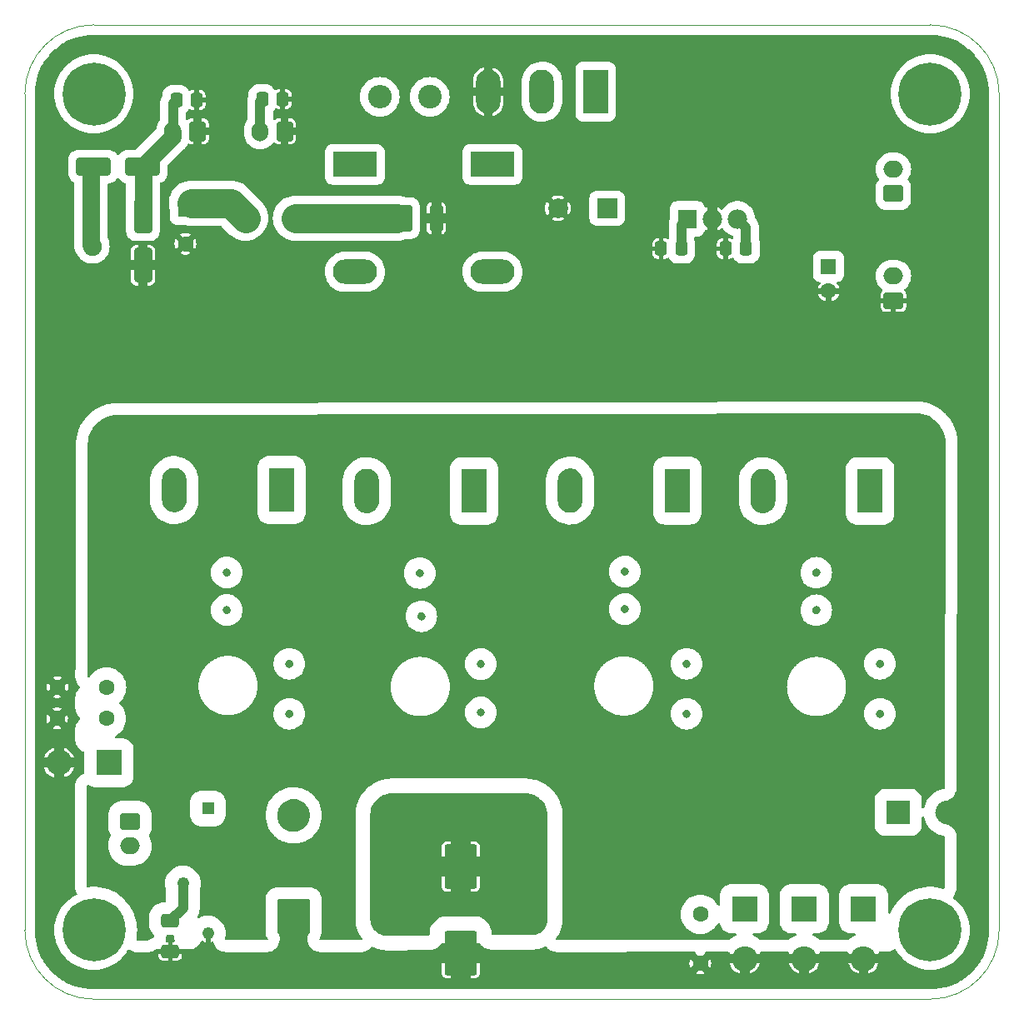
<source format=gbl>
G04 #@! TF.GenerationSoftware,KiCad,Pcbnew,7.0.7+dfsg-1*
G04 #@! TF.CreationDate,2024-09-08T18:38:53+02:00*
G04 #@! TF.ProjectId,evo-cube-pulseboard,65766f2d-6375-4626-952d-70756c736562,rev?*
G04 #@! TF.SameCoordinates,Original*
G04 #@! TF.FileFunction,Copper,L4,Bot*
G04 #@! TF.FilePolarity,Positive*
%FSLAX46Y46*%
G04 Gerber Fmt 4.6, Leading zero omitted, Abs format (unit mm)*
G04 Created by KiCad (PCBNEW 7.0.7+dfsg-1) date 2024-09-08 18:38:53*
%MOMM*%
%LPD*%
G01*
G04 APERTURE LIST*
G04 Aperture macros list*
%AMRoundRect*
0 Rectangle with rounded corners*
0 $1 Rounding radius*
0 $2 $3 $4 $5 $6 $7 $8 $9 X,Y pos of 4 corners*
0 Add a 4 corners polygon primitive as box body*
4,1,4,$2,$3,$4,$5,$6,$7,$8,$9,$2,$3,0*
0 Add four circle primitives for the rounded corners*
1,1,$1+$1,$2,$3*
1,1,$1+$1,$4,$5*
1,1,$1+$1,$6,$7*
1,1,$1+$1,$8,$9*
0 Add four rect primitives between the rounded corners*
20,1,$1+$1,$2,$3,$4,$5,0*
20,1,$1+$1,$4,$5,$6,$7,0*
20,1,$1+$1,$6,$7,$8,$9,0*
20,1,$1+$1,$8,$9,$2,$3,0*%
G04 Aperture macros list end*
G04 #@! TA.AperFunction,ComponentPad*
%ADD10C,1.600000*%
G04 #@! TD*
G04 #@! TA.AperFunction,ComponentPad*
%ADD11RoundRect,0.250000X0.600000X0.750000X-0.600000X0.750000X-0.600000X-0.750000X0.600000X-0.750000X0*%
G04 #@! TD*
G04 #@! TA.AperFunction,ComponentPad*
%ADD12O,1.700000X2.000000*%
G04 #@! TD*
G04 #@! TA.AperFunction,ComponentPad*
%ADD13C,0.800000*%
G04 #@! TD*
G04 #@! TA.AperFunction,ComponentPad*
%ADD14C,6.400000*%
G04 #@! TD*
G04 #@! TA.AperFunction,ComponentPad*
%ADD15C,1.905000*%
G04 #@! TD*
G04 #@! TA.AperFunction,ComponentPad*
%ADD16C,2.400000*%
G04 #@! TD*
G04 #@! TA.AperFunction,ComponentPad*
%ADD17O,2.400000X2.400000*%
G04 #@! TD*
G04 #@! TA.AperFunction,ComponentPad*
%ADD18R,3.300000X3.300000*%
G04 #@! TD*
G04 #@! TA.AperFunction,ComponentPad*
%ADD19C,3.300000*%
G04 #@! TD*
G04 #@! TA.AperFunction,ComponentPad*
%ADD20R,1.600000X1.600000*%
G04 #@! TD*
G04 #@! TA.AperFunction,ComponentPad*
%ADD21R,2.000000X2.000000*%
G04 #@! TD*
G04 #@! TA.AperFunction,ComponentPad*
%ADD22C,2.000000*%
G04 #@! TD*
G04 #@! TA.AperFunction,ComponentPad*
%ADD23R,2.600000X2.600000*%
G04 #@! TD*
G04 #@! TA.AperFunction,ComponentPad*
%ADD24O,2.600000X2.600000*%
G04 #@! TD*
G04 #@! TA.AperFunction,ComponentPad*
%ADD25R,1.980000X1.980000*%
G04 #@! TD*
G04 #@! TA.AperFunction,ComponentPad*
%ADD26C,1.980000*%
G04 #@! TD*
G04 #@! TA.AperFunction,ComponentPad*
%ADD27RoundRect,0.250000X-0.750000X0.600000X-0.750000X-0.600000X0.750000X-0.600000X0.750000X0.600000X0*%
G04 #@! TD*
G04 #@! TA.AperFunction,ComponentPad*
%ADD28O,2.000000X1.700000*%
G04 #@! TD*
G04 #@! TA.AperFunction,ComponentPad*
%ADD29RoundRect,0.250000X0.750000X-0.600000X0.750000X0.600000X-0.750000X0.600000X-0.750000X-0.600000X0*%
G04 #@! TD*
G04 #@! TA.AperFunction,ComponentPad*
%ADD30R,2.400000X2.400000*%
G04 #@! TD*
G04 #@! TA.AperFunction,ComponentPad*
%ADD31R,4.500000X2.500000*%
G04 #@! TD*
G04 #@! TA.AperFunction,ComponentPad*
%ADD32O,4.500000X2.500000*%
G04 #@! TD*
G04 #@! TA.AperFunction,ComponentPad*
%ADD33R,1.217000X1.217000*%
G04 #@! TD*
G04 #@! TA.AperFunction,ComponentPad*
%ADD34C,1.217000*%
G04 #@! TD*
G04 #@! TA.AperFunction,SMDPad,CuDef*
%ADD35RoundRect,0.250000X1.400000X2.000000X-1.400000X2.000000X-1.400000X-2.000000X1.400000X-2.000000X0*%
G04 #@! TD*
G04 #@! TA.AperFunction,SMDPad,CuDef*
%ADD36RoundRect,0.250000X0.337500X0.475000X-0.337500X0.475000X-0.337500X-0.475000X0.337500X-0.475000X0*%
G04 #@! TD*
G04 #@! TA.AperFunction,ComponentPad*
%ADD37R,2.500000X4.500000*%
G04 #@! TD*
G04 #@! TA.AperFunction,ComponentPad*
%ADD38O,2.500000X4.500000*%
G04 #@! TD*
G04 #@! TA.AperFunction,SMDPad,CuDef*
%ADD39RoundRect,0.250000X-0.412500X-1.100000X0.412500X-1.100000X0.412500X1.100000X-0.412500X1.100000X0*%
G04 #@! TD*
G04 #@! TA.AperFunction,SMDPad,CuDef*
%ADD40RoundRect,0.250000X-0.650000X0.412500X-0.650000X-0.412500X0.650000X-0.412500X0.650000X0.412500X0*%
G04 #@! TD*
G04 #@! TA.AperFunction,SMDPad,CuDef*
%ADD41RoundRect,0.250000X-0.650000X1.500000X-0.650000X-1.500000X0.650000X-1.500000X0.650000X1.500000X0*%
G04 #@! TD*
G04 #@! TA.AperFunction,SMDPad,CuDef*
%ADD42RoundRect,0.250000X1.500000X0.650000X-1.500000X0.650000X-1.500000X-0.650000X1.500000X-0.650000X0*%
G04 #@! TD*
G04 #@! TA.AperFunction,SMDPad,CuDef*
%ADD43RoundRect,0.250000X-0.337500X-0.475000X0.337500X-0.475000X0.337500X0.475000X-0.337500X0.475000X0*%
G04 #@! TD*
G04 #@! TA.AperFunction,ViaPad*
%ADD44C,0.800000*%
G04 #@! TD*
G04 #@! TA.AperFunction,Conductor*
%ADD45C,1.000000*%
G04 #@! TD*
G04 #@! TA.AperFunction,Conductor*
%ADD46C,3.000000*%
G04 #@! TD*
G04 #@! TA.AperFunction,Conductor*
%ADD47C,1.800000*%
G04 #@! TD*
G04 #@! TA.AperFunction,Conductor*
%ADD48C,0.250000*%
G04 #@! TD*
G04 #@! TA.AperFunction,Conductor*
%ADD49C,0.500000*%
G04 #@! TD*
G04 #@! TA.AperFunction,Profile*
%ADD50C,0.100000*%
G04 #@! TD*
G04 APERTURE END LIST*
D10*
X91236800Y-115381400D03*
X91236800Y-120381400D03*
D11*
X40132000Y-35814000D03*
D12*
X37632000Y-35814000D03*
D13*
X27200000Y-117000000D03*
X27902944Y-115302944D03*
X27902944Y-118697056D03*
X29600000Y-114600000D03*
D14*
X29600000Y-117000000D03*
D13*
X29600000Y-119400000D03*
X31297056Y-115302944D03*
X31297056Y-118697056D03*
X32000000Y-117000000D03*
X27200000Y-32000000D03*
X27902944Y-30302944D03*
X27902944Y-33697056D03*
X29600000Y-29600000D03*
D14*
X29600000Y-32000000D03*
D13*
X29600000Y-34400000D03*
X31297056Y-30302944D03*
X31297056Y-33697056D03*
X32000000Y-32000000D03*
D15*
X29464000Y-47498000D03*
X29464000Y-52498000D03*
D16*
X63754000Y-32308800D03*
D17*
X58674000Y-32308800D03*
D18*
X73279000Y-115547766D03*
D19*
X73279000Y-105387766D03*
X83439000Y-115547766D03*
X83439000Y-105387766D03*
D20*
X38912800Y-43738800D03*
D10*
X38912800Y-47238800D03*
D21*
X81768077Y-43637200D03*
D22*
X76768077Y-43637200D03*
D10*
X30882600Y-95478600D03*
X25882600Y-95478600D03*
D23*
X101803200Y-114808000D03*
D24*
X101803200Y-119888000D03*
D23*
X31140400Y-99974400D03*
D24*
X26060400Y-99974400D03*
D25*
X89916000Y-44704000D03*
D26*
X92466000Y-44704000D03*
X95016000Y-44704000D03*
D18*
X49913288Y-115483766D03*
D19*
X49913288Y-105323766D03*
X60073288Y-115483766D03*
X60073288Y-105323766D03*
D27*
X33274000Y-105918000D03*
D28*
X33274000Y-108418000D03*
D16*
X50114200Y-44643800D03*
D17*
X45034200Y-44643800D03*
D11*
X49002000Y-35814000D03*
D12*
X46502000Y-35814000D03*
D23*
X95732600Y-114808000D03*
D24*
X95732600Y-119888000D03*
D29*
X110850000Y-42144000D03*
D28*
X110850000Y-39644000D03*
D13*
X112200000Y-32000000D03*
X112902944Y-30302944D03*
X112902944Y-33697056D03*
X114600000Y-29600000D03*
D14*
X114600000Y-32000000D03*
D13*
X114600000Y-34400000D03*
X116297056Y-30302944D03*
X116297056Y-33697056D03*
X117000000Y-32000000D03*
D20*
X104267000Y-49530000D03*
D10*
X104267000Y-52030000D03*
D30*
X111341872Y-105029000D03*
D16*
X116341872Y-105029000D03*
D31*
X70104000Y-39188800D03*
D32*
X70104000Y-44638800D03*
X70104000Y-50088800D03*
D31*
X56134000Y-39188800D03*
D32*
X56134000Y-44638800D03*
X56134000Y-50088800D03*
D10*
X30897200Y-92303600D03*
X25897200Y-92303600D03*
D33*
X41198800Y-104622600D03*
D34*
X38658800Y-112242600D03*
X41198800Y-117322600D03*
D13*
X112200000Y-117000000D03*
X112902944Y-115302944D03*
X112902944Y-118697056D03*
X114600000Y-114600000D03*
D14*
X114600000Y-117000000D03*
D13*
X114600000Y-119400000D03*
X116297056Y-115302944D03*
X116297056Y-118697056D03*
X117000000Y-117000000D03*
D23*
X107823000Y-114808000D03*
D24*
X107823000Y-119888000D03*
D29*
X110850000Y-53020600D03*
D28*
X110850000Y-50520600D03*
D35*
X66878200Y-110540800D03*
X66878200Y-119340800D03*
D36*
X95885000Y-47744000D03*
X93810000Y-47744000D03*
D37*
X48685950Y-72269200D03*
D38*
X43235950Y-72269200D03*
X37785950Y-72269200D03*
D39*
X61290200Y-44653200D03*
X64415200Y-44653200D03*
D40*
X37363400Y-116027200D03*
X37363400Y-119152200D03*
D41*
X34594800Y-44424600D03*
X34594800Y-49424600D03*
D37*
X80588200Y-31782200D03*
D38*
X75138200Y-31782200D03*
X69688200Y-31782200D03*
D37*
X108491950Y-72370800D03*
D38*
X103041950Y-72370800D03*
X97591950Y-72370800D03*
D37*
X68229550Y-72370800D03*
D38*
X62779550Y-72370800D03*
X57329550Y-72370800D03*
D36*
X40055800Y-32613600D03*
X37980800Y-32613600D03*
D42*
X34554800Y-39395400D03*
X29554800Y-39395400D03*
D43*
X46714500Y-32562800D03*
X48789500Y-32562800D03*
D36*
X89327900Y-47744000D03*
X87252900Y-47744000D03*
D37*
X88905150Y-72320000D03*
D38*
X83455150Y-72320000D03*
X78005150Y-72320000D03*
D44*
X48790000Y-59436000D03*
X109490150Y-94996000D03*
X50088800Y-121259600D03*
X108708600Y-59486800D03*
X100431600Y-52476400D03*
X112445800Y-60807600D03*
X29210000Y-60375800D03*
X103013150Y-80676600D03*
X119024400Y-80772000D03*
X119049800Y-96139000D03*
X119024400Y-76657200D03*
X26009600Y-80010000D03*
X89830550Y-89916000D03*
X58166000Y-28752800D03*
X119024400Y-88392000D03*
X119024400Y-83312000D03*
X106070400Y-27863800D03*
X26136600Y-107162600D03*
X26136600Y-109702600D03*
X63220600Y-28778200D03*
X32308800Y-60375800D03*
X25222200Y-42189400D03*
X26136600Y-104622600D03*
X49469950Y-94996000D03*
X36347400Y-28752800D03*
X118999000Y-61290200D03*
X71958200Y-121310400D03*
X26136600Y-102336600D03*
X25908000Y-62788800D03*
X26009600Y-87630000D03*
X84658200Y-121310400D03*
X62887000Y-85090000D03*
X105384600Y-43230800D03*
X88950800Y-59486800D03*
X45389800Y-28752800D03*
X52628800Y-121259600D03*
X62788800Y-121259600D03*
X77038200Y-121310400D03*
X60706000Y-28752800D03*
X72009000Y-60807600D03*
X118999000Y-66370200D03*
X117881400Y-49580800D03*
X119049800Y-99466400D03*
X38887400Y-28752800D03*
X89830550Y-94996000D03*
X47929800Y-28752800D03*
X119024400Y-74117200D03*
X119024400Y-90932000D03*
X25958800Y-77368400D03*
X25958800Y-72288400D03*
X83556750Y-84359600D03*
X74498200Y-121310400D03*
X26009600Y-82550000D03*
X55626000Y-28752800D03*
X104343200Y-54914800D03*
X117881400Y-54660800D03*
X68926350Y-89941400D03*
X25958800Y-69748400D03*
X119049800Y-112090200D03*
X118999000Y-63830200D03*
X92837000Y-60782200D03*
X82118200Y-121310400D03*
X41427400Y-28752800D03*
X108610400Y-27863800D03*
X25222200Y-39649400D03*
X117856000Y-46964600D03*
X119024400Y-85852000D03*
X49469950Y-89916000D03*
X35382200Y-119811800D03*
X117856000Y-38328600D03*
X79578200Y-121310400D03*
X25222200Y-37109400D03*
X117881400Y-52120800D03*
X25908000Y-57708800D03*
X97078800Y-34594800D03*
X118999000Y-68910200D03*
X26009600Y-90297000D03*
X25908000Y-60248800D03*
X43119950Y-80651200D03*
X55168800Y-121259600D03*
X25958800Y-67208400D03*
X52527200Y-60756800D03*
X118999000Y-71450200D03*
X68926350Y-94862800D03*
X60248800Y-121259600D03*
X115697000Y-60807600D03*
X103013150Y-84486600D03*
X25958800Y-74828400D03*
X43119950Y-84461200D03*
X62728750Y-80702000D03*
X119049800Y-93599000D03*
X97078800Y-31877000D03*
X83556750Y-80549600D03*
X50469800Y-28752800D03*
X68271800Y-59486800D03*
X26009600Y-85090000D03*
X57708800Y-121259600D03*
X97078800Y-29337000D03*
X117856000Y-40868600D03*
X117856000Y-43408600D03*
X47117000Y-121259600D03*
X109490150Y-89916000D03*
X103733600Y-40894000D03*
D45*
X95885000Y-47744000D02*
X95885000Y-45573000D01*
X95885000Y-45573000D02*
X95016000Y-44704000D01*
D46*
X56118800Y-44643800D02*
X50104000Y-44643800D01*
X56134000Y-44638800D02*
X56148400Y-44653200D01*
X56148400Y-44653200D02*
X60413500Y-44653200D01*
D45*
X46502000Y-32775300D02*
X46714500Y-32562800D01*
X46502000Y-35814000D02*
X46502000Y-32775300D01*
D47*
X29311600Y-47345600D02*
X29311600Y-40208200D01*
D45*
X89327900Y-47744000D02*
X89327900Y-45292100D01*
D46*
X39522400Y-43129200D02*
X43519600Y-43129200D01*
D47*
X29464000Y-47498000D02*
X29311600Y-47345600D01*
D45*
X89327900Y-45292100D02*
X89916000Y-44704000D01*
D46*
X43519600Y-43129200D02*
X45034200Y-44643800D01*
D47*
X34594800Y-39435400D02*
X34594800Y-44424600D01*
D45*
X34565600Y-40462200D02*
X34311600Y-40208200D01*
D47*
X37632000Y-36318200D02*
X34391600Y-39558600D01*
X37632000Y-35814000D02*
X37632000Y-36318200D01*
D45*
X37642800Y-35803200D02*
X37642800Y-32951600D01*
D48*
X34391600Y-40128200D02*
X34311600Y-40208200D01*
D45*
X37642800Y-32951600D02*
X37980800Y-32613600D01*
D47*
X34554800Y-39395400D02*
X34594800Y-39435400D01*
D45*
X37632000Y-35814000D02*
X37642800Y-35803200D01*
D49*
X41198800Y-118516400D02*
X41198800Y-117322600D01*
X35991800Y-119202200D02*
X35382200Y-119811800D01*
X38760400Y-119202200D02*
X40513000Y-119202200D01*
X37413400Y-119202200D02*
X38760400Y-119202200D01*
D46*
X49860200Y-115430678D02*
X49913288Y-115483766D01*
D49*
X38760400Y-119202200D02*
X35991800Y-119202200D01*
X37363400Y-119152200D02*
X37413400Y-119202200D01*
X40513000Y-119202200D02*
X41198800Y-118516400D01*
D45*
X38658800Y-112242600D02*
X38658800Y-114731800D01*
X38658800Y-114731800D02*
X37363400Y-116027200D01*
G04 #@! TA.AperFunction,Conductor*
G36*
X50012740Y-103679191D02*
G01*
X50195763Y-103700583D01*
X50202984Y-103701856D01*
X50382317Y-103744359D01*
X50389337Y-103746460D01*
X50562503Y-103809487D01*
X50569210Y-103812381D01*
X50733899Y-103895090D01*
X50740238Y-103898750D01*
X50894216Y-104000023D01*
X50900088Y-104004395D01*
X51041255Y-104122847D01*
X51046586Y-104127877D01*
X51173043Y-104261913D01*
X51177748Y-104267520D01*
X51287806Y-104415353D01*
X51291834Y-104421477D01*
X51383966Y-104581054D01*
X51387257Y-104587607D01*
X51460245Y-104756813D01*
X51462753Y-104763703D01*
X51515604Y-104940237D01*
X51517295Y-104947372D01*
X51549295Y-105128859D01*
X51550147Y-105136141D01*
X51560862Y-105320098D01*
X51560862Y-105327432D01*
X51550147Y-105511389D01*
X51549295Y-105518671D01*
X51517295Y-105700158D01*
X51515604Y-105707293D01*
X51462753Y-105883827D01*
X51460245Y-105890717D01*
X51387257Y-106059923D01*
X51383966Y-106066476D01*
X51291834Y-106226053D01*
X51287805Y-106232179D01*
X51177756Y-106380000D01*
X51173043Y-106385617D01*
X51046588Y-106519651D01*
X51041255Y-106524683D01*
X50900092Y-106643132D01*
X50894211Y-106647511D01*
X50740250Y-106748773D01*
X50733900Y-106752439D01*
X50569221Y-106835144D01*
X50562495Y-106838045D01*
X50494457Y-106862809D01*
X50389339Y-106901068D01*
X50382315Y-106903171D01*
X50202990Y-106945673D01*
X50195769Y-106946946D01*
X50076505Y-106960887D01*
X50012740Y-106968340D01*
X50005426Y-106968766D01*
X49821152Y-106968766D01*
X49813837Y-106968340D01*
X49743170Y-106960080D01*
X49630805Y-106946946D01*
X49623584Y-106945673D01*
X49444259Y-106903171D01*
X49437235Y-106901068D01*
X49278864Y-106843427D01*
X49264083Y-106838047D01*
X49257357Y-106835145D01*
X49092668Y-106752435D01*
X49086323Y-106748772D01*
X48932363Y-106647510D01*
X48926488Y-106643137D01*
X48785318Y-106524682D01*
X48779984Y-106519650D01*
X48653528Y-106385614D01*
X48648821Y-106380004D01*
X48538779Y-106232192D01*
X48534750Y-106226066D01*
X48442607Y-106066471D01*
X48439316Y-106059919D01*
X48431533Y-106041877D01*
X48366328Y-105890714D01*
X48363822Y-105883829D01*
X48319517Y-105735840D01*
X48310969Y-105707288D01*
X48309279Y-105700157D01*
X48277279Y-105518671D01*
X48276427Y-105511388D01*
X48265714Y-105327431D01*
X48265714Y-105320099D01*
X48271130Y-105227100D01*
X48276429Y-105136124D01*
X48277277Y-105128864D01*
X48309277Y-104947374D01*
X48310968Y-104940244D01*
X48363823Y-104763698D01*
X48366331Y-104756808D01*
X48377364Y-104731231D01*
X48439316Y-104587607D01*
X48442600Y-104581068D01*
X48534743Y-104421471D01*
X48538760Y-104415363D01*
X48648829Y-104267514D01*
X48653520Y-104261923D01*
X48779985Y-104127879D01*
X48785307Y-104122857D01*
X48926501Y-104004382D01*
X48932356Y-104000022D01*
X49086328Y-103898753D01*
X49092660Y-103895098D01*
X49099424Y-103891701D01*
X49257364Y-103812380D01*
X49264086Y-103809481D01*
X49437237Y-103746459D01*
X49444259Y-103744357D01*
X49469750Y-103738315D01*
X49623585Y-103701856D01*
X49630788Y-103700586D01*
X49813833Y-103679191D01*
X49821149Y-103678766D01*
X50005429Y-103678766D01*
X50012740Y-103679191D01*
G37*
G04 #@! TD.AperFunction*
G04 #@! TA.AperFunction,Conductor*
G36*
X49522053Y-94603880D02*
G01*
X49541577Y-94606972D01*
X49582747Y-94616855D01*
X49601550Y-94622964D01*
X49640666Y-94639167D01*
X49658280Y-94648142D01*
X49694386Y-94670268D01*
X49710382Y-94681890D01*
X49742581Y-94709391D01*
X49756560Y-94723369D01*
X49784058Y-94755564D01*
X49795675Y-94771553D01*
X49817808Y-94807671D01*
X49826780Y-94825279D01*
X49842325Y-94862806D01*
X49842988Y-94864409D01*
X49849092Y-94883199D01*
X49858976Y-94924372D01*
X49862068Y-94943896D01*
X49865391Y-94986111D01*
X49865391Y-95005887D01*
X49862068Y-95048102D01*
X49858976Y-95067625D01*
X49849093Y-95108795D01*
X49842982Y-95127604D01*
X49826778Y-95166722D01*
X49817803Y-95184336D01*
X49795683Y-95220433D01*
X49784062Y-95236429D01*
X49756561Y-95268629D01*
X49742579Y-95282611D01*
X49710379Y-95310112D01*
X49694383Y-95321733D01*
X49658286Y-95343853D01*
X49640672Y-95352828D01*
X49601554Y-95369032D01*
X49582745Y-95375143D01*
X49541575Y-95385026D01*
X49522052Y-95388118D01*
X49479837Y-95391441D01*
X49460061Y-95391441D01*
X49417846Y-95388118D01*
X49398323Y-95385026D01*
X49357153Y-95375143D01*
X49338345Y-95369032D01*
X49299231Y-95352830D01*
X49281616Y-95343855D01*
X49245509Y-95321729D01*
X49229511Y-95310106D01*
X49197317Y-95282609D01*
X49183340Y-95268632D01*
X49159357Y-95240553D01*
X49155841Y-95236436D01*
X49144222Y-95220444D01*
X49124667Y-95188533D01*
X49122089Y-95184326D01*
X49113114Y-95166710D01*
X49096917Y-95127606D01*
X49090807Y-95108802D01*
X49080922Y-95067626D01*
X49077830Y-95048101D01*
X49074507Y-95005886D01*
X49074507Y-94986111D01*
X49077830Y-94943895D01*
X49080922Y-94924368D01*
X49090807Y-94883194D01*
X49096916Y-94864393D01*
X49113116Y-94825281D01*
X49122088Y-94807673D01*
X49126293Y-94800811D01*
X49144223Y-94771551D01*
X49155833Y-94755571D01*
X49183346Y-94723358D01*
X49197314Y-94709391D01*
X49229521Y-94681883D01*
X49245507Y-94670270D01*
X49281623Y-94648137D01*
X49299217Y-94639172D01*
X49338358Y-94622960D01*
X49357142Y-94616857D01*
X49372931Y-94613066D01*
X49398321Y-94606972D01*
X49417845Y-94603880D01*
X49460061Y-94600557D01*
X49479835Y-94600557D01*
X49522053Y-94603880D01*
G37*
G04 #@! TD.AperFunction*
G04 #@! TA.AperFunction,Conductor*
G36*
X89882653Y-94603880D02*
G01*
X89902177Y-94606972D01*
X89943347Y-94616855D01*
X89962150Y-94622964D01*
X90001266Y-94639167D01*
X90018880Y-94648142D01*
X90054986Y-94670268D01*
X90070982Y-94681890D01*
X90103181Y-94709391D01*
X90117160Y-94723369D01*
X90144658Y-94755564D01*
X90156275Y-94771553D01*
X90178408Y-94807671D01*
X90187381Y-94825281D01*
X90203582Y-94864394D01*
X90209692Y-94883199D01*
X90219576Y-94924371D01*
X90222668Y-94943896D01*
X90225991Y-94986111D01*
X90225991Y-95005887D01*
X90222668Y-95048102D01*
X90219576Y-95067625D01*
X90209693Y-95108795D01*
X90203582Y-95127604D01*
X90187378Y-95166722D01*
X90178403Y-95184336D01*
X90156283Y-95220433D01*
X90144662Y-95236429D01*
X90117161Y-95268629D01*
X90103179Y-95282611D01*
X90070979Y-95310112D01*
X90054983Y-95321733D01*
X90018886Y-95343853D01*
X90001272Y-95352828D01*
X89962154Y-95369032D01*
X89943345Y-95375143D01*
X89902175Y-95385026D01*
X89882652Y-95388118D01*
X89840437Y-95391441D01*
X89820661Y-95391441D01*
X89778446Y-95388118D01*
X89758923Y-95385026D01*
X89717753Y-95375143D01*
X89698945Y-95369032D01*
X89659831Y-95352830D01*
X89642216Y-95343855D01*
X89606109Y-95321729D01*
X89590111Y-95310106D01*
X89557917Y-95282609D01*
X89543940Y-95268632D01*
X89519957Y-95240553D01*
X89516441Y-95236436D01*
X89504822Y-95220444D01*
X89485267Y-95188533D01*
X89482689Y-95184326D01*
X89473714Y-95166710D01*
X89457517Y-95127606D01*
X89451407Y-95108802D01*
X89441522Y-95067626D01*
X89438430Y-95048101D01*
X89435107Y-95005886D01*
X89435107Y-94986111D01*
X89438430Y-94943895D01*
X89441522Y-94924368D01*
X89451407Y-94883194D01*
X89457516Y-94864393D01*
X89473716Y-94825281D01*
X89482688Y-94807673D01*
X89486893Y-94800811D01*
X89504823Y-94771551D01*
X89516433Y-94755571D01*
X89543946Y-94723358D01*
X89557914Y-94709391D01*
X89590121Y-94681883D01*
X89606107Y-94670270D01*
X89642223Y-94648137D01*
X89659817Y-94639172D01*
X89698958Y-94622960D01*
X89717742Y-94616857D01*
X89733531Y-94613066D01*
X89758921Y-94606972D01*
X89778445Y-94603880D01*
X89820661Y-94600557D01*
X89840435Y-94600557D01*
X89882653Y-94603880D01*
G37*
G04 #@! TD.AperFunction*
G04 #@! TA.AperFunction,Conductor*
G36*
X109542253Y-94603880D02*
G01*
X109561777Y-94606972D01*
X109602947Y-94616855D01*
X109621750Y-94622964D01*
X109660866Y-94639167D01*
X109678480Y-94648142D01*
X109714586Y-94670268D01*
X109730582Y-94681890D01*
X109762781Y-94709391D01*
X109776760Y-94723369D01*
X109804258Y-94755564D01*
X109815875Y-94771553D01*
X109838008Y-94807671D01*
X109846981Y-94825281D01*
X109863182Y-94864394D01*
X109869292Y-94883199D01*
X109879176Y-94924371D01*
X109882268Y-94943896D01*
X109885591Y-94986111D01*
X109885591Y-95005887D01*
X109882268Y-95048102D01*
X109879176Y-95067625D01*
X109869293Y-95108795D01*
X109863182Y-95127604D01*
X109846978Y-95166722D01*
X109838003Y-95184336D01*
X109815883Y-95220433D01*
X109804262Y-95236429D01*
X109776761Y-95268629D01*
X109762779Y-95282611D01*
X109730579Y-95310112D01*
X109714583Y-95321733D01*
X109678486Y-95343853D01*
X109660872Y-95352828D01*
X109621754Y-95369032D01*
X109602945Y-95375143D01*
X109561775Y-95385026D01*
X109542252Y-95388118D01*
X109500037Y-95391441D01*
X109480261Y-95391441D01*
X109438046Y-95388118D01*
X109418523Y-95385026D01*
X109377353Y-95375143D01*
X109358545Y-95369032D01*
X109319431Y-95352830D01*
X109301816Y-95343855D01*
X109265709Y-95321729D01*
X109249711Y-95310106D01*
X109217517Y-95282609D01*
X109203540Y-95268632D01*
X109179557Y-95240553D01*
X109176041Y-95236436D01*
X109164422Y-95220444D01*
X109144867Y-95188533D01*
X109142289Y-95184326D01*
X109133314Y-95166710D01*
X109117117Y-95127606D01*
X109111007Y-95108802D01*
X109101122Y-95067626D01*
X109098030Y-95048101D01*
X109094707Y-95005886D01*
X109094707Y-94986111D01*
X109098030Y-94943895D01*
X109101122Y-94924368D01*
X109111007Y-94883194D01*
X109117116Y-94864393D01*
X109133316Y-94825281D01*
X109142288Y-94807673D01*
X109146493Y-94800811D01*
X109164423Y-94771551D01*
X109176033Y-94755571D01*
X109203546Y-94723358D01*
X109217514Y-94709391D01*
X109249721Y-94681883D01*
X109265707Y-94670270D01*
X109301823Y-94648137D01*
X109319417Y-94639172D01*
X109358558Y-94622960D01*
X109377342Y-94616857D01*
X109393131Y-94613066D01*
X109418521Y-94606972D01*
X109438045Y-94603880D01*
X109480261Y-94600557D01*
X109500035Y-94600557D01*
X109542253Y-94603880D01*
G37*
G04 #@! TD.AperFunction*
G04 #@! TA.AperFunction,Conductor*
G36*
X68978453Y-94470680D02*
G01*
X68997977Y-94473772D01*
X69039147Y-94483655D01*
X69057950Y-94489764D01*
X69097066Y-94505967D01*
X69114680Y-94514942D01*
X69150786Y-94537068D01*
X69166780Y-94548688D01*
X69198984Y-94576192D01*
X69212967Y-94590175D01*
X69240455Y-94622360D01*
X69252075Y-94638354D01*
X69274204Y-94674465D01*
X69283180Y-94692081D01*
X69299382Y-94731195D01*
X69305493Y-94750003D01*
X69315376Y-94791173D01*
X69318468Y-94810696D01*
X69321791Y-94852911D01*
X69321791Y-94872687D01*
X69318468Y-94914902D01*
X69315376Y-94934425D01*
X69305492Y-94975599D01*
X69299392Y-94994379D01*
X69298722Y-94995999D01*
X69292961Y-95009908D01*
X69283180Y-95033520D01*
X69274205Y-95051134D01*
X69252083Y-95087234D01*
X69240462Y-95103229D01*
X69212961Y-95135429D01*
X69198980Y-95149409D01*
X69195833Y-95152098D01*
X69166779Y-95176912D01*
X69150783Y-95188533D01*
X69114686Y-95210653D01*
X69097072Y-95219628D01*
X69057954Y-95235832D01*
X69039145Y-95241943D01*
X68997975Y-95251826D01*
X68978452Y-95254918D01*
X68936237Y-95258241D01*
X68916461Y-95258241D01*
X68874246Y-95254918D01*
X68854723Y-95251826D01*
X68813553Y-95241943D01*
X68794745Y-95235832D01*
X68755631Y-95219630D01*
X68738016Y-95210655D01*
X68701909Y-95188529D01*
X68685911Y-95176906D01*
X68684707Y-95175878D01*
X68673973Y-95166710D01*
X68653717Y-95149409D01*
X68639739Y-95135431D01*
X68612242Y-95103237D01*
X68600618Y-95087238D01*
X68595895Y-95079531D01*
X68578492Y-95051130D01*
X68569518Y-95033517D01*
X68553316Y-94994404D01*
X68547205Y-94975597D01*
X68537322Y-94934429D01*
X68534230Y-94914903D01*
X68530907Y-94872685D01*
X68530907Y-94852911D01*
X68534230Y-94810695D01*
X68537322Y-94791168D01*
X68547207Y-94749994D01*
X68553316Y-94731193D01*
X68556557Y-94723369D01*
X68569516Y-94692081D01*
X68578488Y-94674473D01*
X68581065Y-94670268D01*
X68600623Y-94638351D01*
X68612233Y-94622371D01*
X68639746Y-94590158D01*
X68653713Y-94576192D01*
X68685921Y-94548683D01*
X68701907Y-94537070D01*
X68738023Y-94514937D01*
X68755617Y-94505972D01*
X68794758Y-94489760D01*
X68813542Y-94483657D01*
X68829331Y-94479866D01*
X68854721Y-94473772D01*
X68874245Y-94470680D01*
X68911679Y-94467733D01*
X68916463Y-94467357D01*
X68936236Y-94467357D01*
X68978453Y-94470680D01*
G37*
G04 #@! TD.AperFunction*
G04 #@! TA.AperFunction,Conductor*
G36*
X68978453Y-89549280D02*
G01*
X68997977Y-89552372D01*
X69039147Y-89562255D01*
X69057950Y-89568364D01*
X69097066Y-89584567D01*
X69114680Y-89593542D01*
X69150786Y-89615668D01*
X69166782Y-89627290D01*
X69198981Y-89654791D01*
X69212960Y-89668769D01*
X69240458Y-89700964D01*
X69252075Y-89716953D01*
X69274208Y-89753071D01*
X69283181Y-89770681D01*
X69299382Y-89809794D01*
X69305492Y-89828599D01*
X69315376Y-89869770D01*
X69318468Y-89889294D01*
X69320571Y-89915997D01*
X69321792Y-89931515D01*
X69321791Y-89951288D01*
X69318468Y-89993502D01*
X69315376Y-90013025D01*
X69305493Y-90054195D01*
X69299382Y-90073004D01*
X69283178Y-90112122D01*
X69274203Y-90129736D01*
X69252083Y-90165833D01*
X69240462Y-90181829D01*
X69212961Y-90214029D01*
X69198979Y-90228011D01*
X69166779Y-90255512D01*
X69150783Y-90267133D01*
X69114686Y-90289253D01*
X69097072Y-90298228D01*
X69057954Y-90314432D01*
X69039145Y-90320543D01*
X68997975Y-90330426D01*
X68978452Y-90333518D01*
X68936237Y-90336841D01*
X68916461Y-90336841D01*
X68874246Y-90333518D01*
X68854723Y-90330426D01*
X68813553Y-90320543D01*
X68794745Y-90314432D01*
X68755631Y-90298230D01*
X68738016Y-90289255D01*
X68701909Y-90267129D01*
X68685911Y-90255506D01*
X68653717Y-90228009D01*
X68639739Y-90214031D01*
X68612242Y-90181837D01*
X68600618Y-90165838D01*
X68594857Y-90156437D01*
X68578492Y-90129730D01*
X68569518Y-90112117D01*
X68553316Y-90073004D01*
X68547205Y-90054197D01*
X68537322Y-90013029D01*
X68534230Y-89993503D01*
X68530907Y-89951286D01*
X68530907Y-89931512D01*
X68534230Y-89889295D01*
X68537322Y-89869768D01*
X68538732Y-89863895D01*
X68547207Y-89828592D01*
X68553316Y-89809793D01*
X68569516Y-89770681D01*
X68578488Y-89753073D01*
X68578494Y-89753064D01*
X68600623Y-89716951D01*
X68612233Y-89700971D01*
X68639746Y-89668758D01*
X68653714Y-89654791D01*
X68685921Y-89627283D01*
X68701907Y-89615670D01*
X68738023Y-89593537D01*
X68755617Y-89584572D01*
X68794758Y-89568360D01*
X68813542Y-89562257D01*
X68829331Y-89558466D01*
X68854721Y-89552372D01*
X68874245Y-89549280D01*
X68911679Y-89546333D01*
X68916463Y-89545957D01*
X68936236Y-89545957D01*
X68978453Y-89549280D01*
G37*
G04 #@! TD.AperFunction*
G04 #@! TA.AperFunction,Conductor*
G36*
X49522053Y-89523880D02*
G01*
X49541577Y-89526972D01*
X49582747Y-89536855D01*
X49601550Y-89542964D01*
X49640666Y-89559167D01*
X49658280Y-89568142D01*
X49694386Y-89590268D01*
X49710380Y-89601888D01*
X49742584Y-89629392D01*
X49756567Y-89643375D01*
X49784055Y-89675560D01*
X49795675Y-89691554D01*
X49817804Y-89727665D01*
X49826780Y-89745281D01*
X49842982Y-89784395D01*
X49849093Y-89803203D01*
X49858976Y-89844373D01*
X49862068Y-89863896D01*
X49865391Y-89906111D01*
X49865392Y-89925884D01*
X49864171Y-89941402D01*
X49862068Y-89968104D01*
X49858976Y-89987627D01*
X49849093Y-90028796D01*
X49842982Y-90047604D01*
X49826778Y-90086722D01*
X49817803Y-90104336D01*
X49795683Y-90140433D01*
X49784062Y-90156429D01*
X49756561Y-90188629D01*
X49742579Y-90202611D01*
X49710379Y-90230112D01*
X49694383Y-90241733D01*
X49658286Y-90263853D01*
X49640672Y-90272828D01*
X49601554Y-90289032D01*
X49582745Y-90295143D01*
X49541575Y-90305026D01*
X49522052Y-90308118D01*
X49479837Y-90311441D01*
X49460061Y-90311441D01*
X49417846Y-90308118D01*
X49398323Y-90305026D01*
X49357153Y-90295143D01*
X49338345Y-90289032D01*
X49299231Y-90272830D01*
X49281616Y-90263855D01*
X49245509Y-90241729D01*
X49229511Y-90230106D01*
X49197317Y-90202609D01*
X49183339Y-90188631D01*
X49155842Y-90156437D01*
X49144218Y-90140438D01*
X49137656Y-90129730D01*
X49122092Y-90104330D01*
X49113118Y-90086717D01*
X49096916Y-90047604D01*
X49090805Y-90028797D01*
X49080922Y-89987629D01*
X49077830Y-89968103D01*
X49074507Y-89925886D01*
X49074507Y-89906112D01*
X49077830Y-89863895D01*
X49080922Y-89844368D01*
X49087023Y-89818956D01*
X49090807Y-89803192D01*
X49096916Y-89784393D01*
X49102591Y-89770692D01*
X49113116Y-89745281D01*
X49122088Y-89727673D01*
X49122093Y-89727665D01*
X49144223Y-89691551D01*
X49155833Y-89675571D01*
X49183346Y-89643358D01*
X49197313Y-89629392D01*
X49229521Y-89601883D01*
X49245507Y-89590270D01*
X49281623Y-89568137D01*
X49299217Y-89559172D01*
X49338358Y-89542960D01*
X49357142Y-89536857D01*
X49372931Y-89533066D01*
X49398321Y-89526972D01*
X49417845Y-89523880D01*
X49460061Y-89520557D01*
X49479835Y-89520557D01*
X49522053Y-89523880D01*
G37*
G04 #@! TD.AperFunction*
G04 #@! TA.AperFunction,Conductor*
G36*
X89882653Y-89523880D02*
G01*
X89902177Y-89526972D01*
X89943347Y-89536855D01*
X89962150Y-89542964D01*
X90001266Y-89559167D01*
X90018880Y-89568142D01*
X90054986Y-89590268D01*
X90070980Y-89601888D01*
X90103184Y-89629392D01*
X90117167Y-89643375D01*
X90144655Y-89675560D01*
X90156275Y-89691554D01*
X90178404Y-89727665D01*
X90187380Y-89745281D01*
X90203582Y-89784395D01*
X90209693Y-89803203D01*
X90219576Y-89844373D01*
X90222668Y-89863896D01*
X90225991Y-89906111D01*
X90225991Y-89925887D01*
X90222668Y-89968102D01*
X90219576Y-89987625D01*
X90209693Y-90028795D01*
X90203582Y-90047604D01*
X90187378Y-90086722D01*
X90178403Y-90104336D01*
X90156283Y-90140433D01*
X90144662Y-90156429D01*
X90117161Y-90188629D01*
X90103179Y-90202611D01*
X90070979Y-90230112D01*
X90054983Y-90241733D01*
X90018886Y-90263853D01*
X90001272Y-90272828D01*
X89962154Y-90289032D01*
X89943345Y-90295143D01*
X89902175Y-90305026D01*
X89882652Y-90308118D01*
X89840437Y-90311441D01*
X89820661Y-90311441D01*
X89778446Y-90308118D01*
X89758923Y-90305026D01*
X89717753Y-90295143D01*
X89698945Y-90289032D01*
X89659831Y-90272830D01*
X89642216Y-90263855D01*
X89606109Y-90241729D01*
X89590111Y-90230106D01*
X89557917Y-90202609D01*
X89543939Y-90188631D01*
X89516442Y-90156437D01*
X89504818Y-90140438D01*
X89498256Y-90129730D01*
X89482692Y-90104330D01*
X89473718Y-90086717D01*
X89457516Y-90047604D01*
X89451405Y-90028797D01*
X89441522Y-89987629D01*
X89438430Y-89968103D01*
X89435107Y-89925885D01*
X89435107Y-89906111D01*
X89438430Y-89863895D01*
X89441522Y-89844368D01*
X89447623Y-89818956D01*
X89451407Y-89803192D01*
X89457516Y-89784393D01*
X89463191Y-89770692D01*
X89473716Y-89745281D01*
X89482688Y-89727673D01*
X89482693Y-89727665D01*
X89504823Y-89691551D01*
X89516433Y-89675571D01*
X89543946Y-89643358D01*
X89557913Y-89629392D01*
X89590121Y-89601883D01*
X89606107Y-89590270D01*
X89642223Y-89568137D01*
X89659817Y-89559172D01*
X89698958Y-89542960D01*
X89717742Y-89536857D01*
X89733531Y-89533066D01*
X89758921Y-89526972D01*
X89778445Y-89523880D01*
X89820661Y-89520557D01*
X89840435Y-89520557D01*
X89882653Y-89523880D01*
G37*
G04 #@! TD.AperFunction*
G04 #@! TA.AperFunction,Conductor*
G36*
X109542253Y-89523880D02*
G01*
X109561777Y-89526972D01*
X109602947Y-89536855D01*
X109621750Y-89542964D01*
X109660866Y-89559167D01*
X109678480Y-89568142D01*
X109714586Y-89590268D01*
X109730580Y-89601888D01*
X109762784Y-89629392D01*
X109776767Y-89643375D01*
X109804255Y-89675560D01*
X109815875Y-89691554D01*
X109838004Y-89727665D01*
X109846980Y-89745281D01*
X109863182Y-89784395D01*
X109869293Y-89803203D01*
X109879176Y-89844373D01*
X109882268Y-89863896D01*
X109885591Y-89906111D01*
X109885591Y-89925887D01*
X109882268Y-89968102D01*
X109879176Y-89987625D01*
X109869293Y-90028795D01*
X109863182Y-90047604D01*
X109846978Y-90086722D01*
X109838003Y-90104336D01*
X109815883Y-90140433D01*
X109804262Y-90156429D01*
X109776761Y-90188629D01*
X109762779Y-90202611D01*
X109730579Y-90230112D01*
X109714583Y-90241733D01*
X109678486Y-90263853D01*
X109660872Y-90272828D01*
X109621754Y-90289032D01*
X109602945Y-90295143D01*
X109561775Y-90305026D01*
X109542252Y-90308118D01*
X109500037Y-90311441D01*
X109480261Y-90311441D01*
X109438046Y-90308118D01*
X109418523Y-90305026D01*
X109377353Y-90295143D01*
X109358545Y-90289032D01*
X109319431Y-90272830D01*
X109301816Y-90263855D01*
X109265709Y-90241729D01*
X109249711Y-90230106D01*
X109217517Y-90202609D01*
X109203539Y-90188631D01*
X109176042Y-90156437D01*
X109164418Y-90140438D01*
X109157856Y-90129730D01*
X109142292Y-90104330D01*
X109133318Y-90086717D01*
X109117116Y-90047604D01*
X109111005Y-90028797D01*
X109101122Y-89987629D01*
X109098030Y-89968103D01*
X109094707Y-89925886D01*
X109094707Y-89906112D01*
X109098030Y-89863895D01*
X109101122Y-89844368D01*
X109107223Y-89818956D01*
X109111007Y-89803192D01*
X109117116Y-89784393D01*
X109122791Y-89770692D01*
X109133316Y-89745281D01*
X109142288Y-89727673D01*
X109142293Y-89727665D01*
X109164423Y-89691551D01*
X109176033Y-89675571D01*
X109203546Y-89643358D01*
X109217513Y-89629392D01*
X109249721Y-89601883D01*
X109265707Y-89590270D01*
X109301823Y-89568137D01*
X109319417Y-89559172D01*
X109358558Y-89542960D01*
X109377342Y-89536857D01*
X109393131Y-89533066D01*
X109418521Y-89526972D01*
X109438045Y-89523880D01*
X109475028Y-89520968D01*
X109480262Y-89520557D01*
X109500035Y-89520557D01*
X109542253Y-89523880D01*
G37*
G04 #@! TD.AperFunction*
G04 #@! TA.AperFunction,Conductor*
G36*
X62939103Y-84697880D02*
G01*
X62958627Y-84700972D01*
X62999797Y-84710855D01*
X63018600Y-84716964D01*
X63057716Y-84733167D01*
X63075330Y-84742142D01*
X63111436Y-84764268D01*
X63127430Y-84775887D01*
X63134293Y-84781748D01*
X63159636Y-84803393D01*
X63173612Y-84817369D01*
X63188203Y-84834453D01*
X63201110Y-84849565D01*
X63212731Y-84865561D01*
X63234852Y-84901660D01*
X63243827Y-84919273D01*
X63260032Y-84958393D01*
X63266143Y-84977203D01*
X63276026Y-85018373D01*
X63279118Y-85037896D01*
X63282441Y-85080111D01*
X63282441Y-85099887D01*
X63279118Y-85142102D01*
X63276026Y-85161625D01*
X63266143Y-85202795D01*
X63260032Y-85221604D01*
X63243828Y-85260722D01*
X63234853Y-85278336D01*
X63212733Y-85314433D01*
X63201112Y-85330429D01*
X63173611Y-85362629D01*
X63159629Y-85376611D01*
X63127429Y-85404112D01*
X63111433Y-85415733D01*
X63075336Y-85437853D01*
X63057722Y-85446828D01*
X63018604Y-85463032D01*
X62999795Y-85469143D01*
X62958625Y-85479026D01*
X62939102Y-85482118D01*
X62896887Y-85485441D01*
X62877111Y-85485441D01*
X62834896Y-85482118D01*
X62815373Y-85479026D01*
X62774203Y-85469143D01*
X62755395Y-85463032D01*
X62716281Y-85446830D01*
X62698666Y-85437855D01*
X62662559Y-85415729D01*
X62646561Y-85404106D01*
X62614367Y-85376609D01*
X62600389Y-85362631D01*
X62572892Y-85330437D01*
X62561269Y-85314439D01*
X62539145Y-85278335D01*
X62530170Y-85260722D01*
X62513966Y-85221604D01*
X62513963Y-85221596D01*
X62507854Y-85202793D01*
X62497972Y-85161628D01*
X62494880Y-85142103D01*
X62491557Y-85099885D01*
X62491557Y-85080111D01*
X62494880Y-85037895D01*
X62497972Y-85018368D01*
X62507857Y-84977194D01*
X62513966Y-84958393D01*
X62530166Y-84919281D01*
X62539138Y-84901673D01*
X62539146Y-84901660D01*
X62561273Y-84865551D01*
X62572883Y-84849571D01*
X62600396Y-84817358D01*
X62614361Y-84803393D01*
X62646571Y-84775883D01*
X62662557Y-84764270D01*
X62698673Y-84742137D01*
X62716267Y-84733172D01*
X62755408Y-84716960D01*
X62774192Y-84710857D01*
X62789981Y-84707066D01*
X62815371Y-84700972D01*
X62834895Y-84697880D01*
X62877111Y-84694557D01*
X62896885Y-84694557D01*
X62939103Y-84697880D01*
G37*
G04 #@! TD.AperFunction*
G04 #@! TA.AperFunction,Conductor*
G36*
X103065253Y-84094480D02*
G01*
X103084777Y-84097572D01*
X103125947Y-84107455D01*
X103144750Y-84113564D01*
X103183866Y-84129767D01*
X103201480Y-84138742D01*
X103237586Y-84160868D01*
X103253582Y-84172490D01*
X103285781Y-84199991D01*
X103299760Y-84213969D01*
X103327258Y-84246164D01*
X103338875Y-84262153D01*
X103361008Y-84298271D01*
X103369981Y-84315881D01*
X103386182Y-84354994D01*
X103392292Y-84373799D01*
X103402176Y-84414971D01*
X103405268Y-84434496D01*
X103408591Y-84476711D01*
X103408591Y-84496487D01*
X103405268Y-84538702D01*
X103402176Y-84558225D01*
X103392293Y-84599395D01*
X103386182Y-84618204D01*
X103369978Y-84657322D01*
X103361003Y-84674936D01*
X103338883Y-84711033D01*
X103327262Y-84727029D01*
X103309513Y-84747811D01*
X103302673Y-84755820D01*
X103299761Y-84759229D01*
X103285779Y-84773211D01*
X103253579Y-84800712D01*
X103237583Y-84812333D01*
X103201486Y-84834453D01*
X103183872Y-84843428D01*
X103144754Y-84859632D01*
X103125945Y-84865743D01*
X103084775Y-84875626D01*
X103065252Y-84878718D01*
X103023037Y-84882041D01*
X103003261Y-84882041D01*
X102961046Y-84878718D01*
X102941523Y-84875626D01*
X102900353Y-84865743D01*
X102881545Y-84859632D01*
X102842431Y-84843430D01*
X102824816Y-84834455D01*
X102788709Y-84812329D01*
X102772711Y-84800706D01*
X102740517Y-84773209D01*
X102726540Y-84759232D01*
X102704843Y-84733829D01*
X102699041Y-84727036D01*
X102687422Y-84711044D01*
X102665289Y-84674926D01*
X102656314Y-84657310D01*
X102640117Y-84618206D01*
X102634007Y-84599402D01*
X102624122Y-84558226D01*
X102621030Y-84538701D01*
X102617707Y-84496486D01*
X102617707Y-84476711D01*
X102621030Y-84434495D01*
X102624122Y-84414968D01*
X102625532Y-84409095D01*
X102634007Y-84373792D01*
X102640116Y-84354993D01*
X102642846Y-84348402D01*
X102656316Y-84315881D01*
X102665288Y-84298273D01*
X102665294Y-84298264D01*
X102687423Y-84262151D01*
X102699033Y-84246171D01*
X102726546Y-84213958D01*
X102740514Y-84199991D01*
X102772721Y-84172483D01*
X102788707Y-84160870D01*
X102824823Y-84138737D01*
X102842417Y-84129772D01*
X102881558Y-84113560D01*
X102900342Y-84107457D01*
X102916131Y-84103666D01*
X102941521Y-84097572D01*
X102961045Y-84094480D01*
X103003261Y-84091157D01*
X103023035Y-84091157D01*
X103065253Y-84094480D01*
G37*
G04 #@! TD.AperFunction*
G04 #@! TA.AperFunction,Conductor*
G36*
X43172053Y-84069080D02*
G01*
X43191577Y-84072172D01*
X43232747Y-84082055D01*
X43251550Y-84088164D01*
X43290666Y-84104367D01*
X43308280Y-84113342D01*
X43344386Y-84135468D01*
X43360380Y-84147088D01*
X43392584Y-84174592D01*
X43406567Y-84188575D01*
X43434055Y-84220760D01*
X43445675Y-84236754D01*
X43467804Y-84272865D01*
X43476781Y-84290481D01*
X43492984Y-84329598D01*
X43499093Y-84348402D01*
X43501782Y-84359600D01*
X43508976Y-84389571D01*
X43512068Y-84409095D01*
X43515391Y-84451312D01*
X43515391Y-84471086D01*
X43512068Y-84513303D01*
X43508976Y-84532829D01*
X43499093Y-84573996D01*
X43492986Y-84592794D01*
X43486257Y-84609042D01*
X43478125Y-84628676D01*
X43477074Y-84631211D01*
X43476776Y-84631932D01*
X43467806Y-84649534D01*
X43445684Y-84685633D01*
X43434063Y-84701627D01*
X43406560Y-84733829D01*
X43392579Y-84747811D01*
X43360379Y-84775312D01*
X43344383Y-84786933D01*
X43308286Y-84809053D01*
X43290672Y-84818028D01*
X43251554Y-84834232D01*
X43232745Y-84840343D01*
X43191575Y-84850226D01*
X43172052Y-84853318D01*
X43129837Y-84856641D01*
X43110061Y-84856641D01*
X43067846Y-84853318D01*
X43048323Y-84850226D01*
X43007153Y-84840343D01*
X42988345Y-84834232D01*
X42949231Y-84818030D01*
X42931616Y-84809055D01*
X42895509Y-84786929D01*
X42879511Y-84775306D01*
X42847317Y-84747809D01*
X42833340Y-84733832D01*
X42805844Y-84701640D01*
X42794222Y-84685644D01*
X42772089Y-84649526D01*
X42763114Y-84631910D01*
X42746917Y-84592806D01*
X42740807Y-84574002D01*
X42730922Y-84532826D01*
X42727830Y-84513301D01*
X42724507Y-84471086D01*
X42724507Y-84451311D01*
X42727830Y-84409095D01*
X42730922Y-84389568D01*
X42738117Y-84359599D01*
X42740807Y-84348392D01*
X42746916Y-84329593D01*
X42752591Y-84315892D01*
X42763116Y-84290481D01*
X42772088Y-84272873D01*
X42772093Y-84272865D01*
X42794223Y-84236751D01*
X42805833Y-84220771D01*
X42833346Y-84188558D01*
X42847313Y-84174592D01*
X42879521Y-84147083D01*
X42895507Y-84135470D01*
X42931623Y-84113337D01*
X42949217Y-84104372D01*
X42988358Y-84088160D01*
X43007142Y-84082057D01*
X43022931Y-84078266D01*
X43048321Y-84072172D01*
X43067845Y-84069080D01*
X43110061Y-84065757D01*
X43129835Y-84065757D01*
X43172053Y-84069080D01*
G37*
G04 #@! TD.AperFunction*
G04 #@! TA.AperFunction,Conductor*
G36*
X83608853Y-83967480D02*
G01*
X83628377Y-83970572D01*
X83669547Y-83980455D01*
X83688350Y-83986564D01*
X83727466Y-84002767D01*
X83745080Y-84011742D01*
X83781186Y-84033868D01*
X83797182Y-84045490D01*
X83829381Y-84072991D01*
X83843360Y-84086969D01*
X83870858Y-84119164D01*
X83882475Y-84135153D01*
X83904608Y-84171271D01*
X83913581Y-84188881D01*
X83929782Y-84227994D01*
X83935892Y-84246799D01*
X83945776Y-84287971D01*
X83948868Y-84307493D01*
X83952192Y-84349708D01*
X83952193Y-84369478D01*
X83951498Y-84378305D01*
X83950420Y-84392016D01*
X83949075Y-84409095D01*
X83948870Y-84411702D01*
X83945778Y-84431221D01*
X83935893Y-84472397D01*
X83929782Y-84491204D01*
X83913579Y-84530320D01*
X83904604Y-84547934D01*
X83882483Y-84584033D01*
X83870862Y-84600029D01*
X83855338Y-84618206D01*
X83843615Y-84631932D01*
X83843361Y-84632229D01*
X83829380Y-84646209D01*
X83825488Y-84649534D01*
X83797179Y-84673712D01*
X83781183Y-84685333D01*
X83745086Y-84707453D01*
X83727472Y-84716428D01*
X83688354Y-84732632D01*
X83669545Y-84738743D01*
X83628375Y-84748626D01*
X83608852Y-84751718D01*
X83566637Y-84755041D01*
X83546861Y-84755041D01*
X83504646Y-84751718D01*
X83485123Y-84748626D01*
X83443953Y-84738743D01*
X83425145Y-84732632D01*
X83386031Y-84716430D01*
X83368416Y-84707455D01*
X83332309Y-84685329D01*
X83316311Y-84673706D01*
X83284117Y-84646209D01*
X83270140Y-84632232D01*
X83242644Y-84600040D01*
X83231022Y-84584044D01*
X83209293Y-84548586D01*
X83208889Y-84547926D01*
X83199914Y-84530310D01*
X83183717Y-84491206D01*
X83177607Y-84472402D01*
X83167722Y-84431226D01*
X83164630Y-84411701D01*
X83161307Y-84369486D01*
X83161307Y-84349711D01*
X83164630Y-84307495D01*
X83167722Y-84287968D01*
X83173918Y-84262161D01*
X83177607Y-84246792D01*
X83183716Y-84227993D01*
X83189525Y-84213969D01*
X83199916Y-84188881D01*
X83208888Y-84171273D01*
X83215263Y-84160870D01*
X83231023Y-84135151D01*
X83242633Y-84119171D01*
X83270146Y-84086958D01*
X83284114Y-84072991D01*
X83316321Y-84045483D01*
X83332307Y-84033870D01*
X83368423Y-84011737D01*
X83386017Y-84002772D01*
X83425158Y-83986560D01*
X83443942Y-83980457D01*
X83459731Y-83976666D01*
X83485121Y-83970572D01*
X83504645Y-83967480D01*
X83542079Y-83964533D01*
X83546863Y-83964157D01*
X83566636Y-83964157D01*
X83608853Y-83967480D01*
G37*
G04 #@! TD.AperFunction*
G04 #@! TA.AperFunction,Conductor*
G36*
X62780853Y-80309880D02*
G01*
X62800377Y-80312972D01*
X62841547Y-80322855D01*
X62860350Y-80328964D01*
X62899466Y-80345167D01*
X62917080Y-80354142D01*
X62953186Y-80376268D01*
X62969182Y-80387890D01*
X63001381Y-80415391D01*
X63015360Y-80429369D01*
X63042858Y-80461564D01*
X63054475Y-80477553D01*
X63076608Y-80513671D01*
X63085580Y-80531279D01*
X63093169Y-80549598D01*
X63101784Y-80570399D01*
X63107892Y-80589197D01*
X63115581Y-80621221D01*
X63117777Y-80630368D01*
X63120870Y-80649897D01*
X63124192Y-80692111D01*
X63124191Y-80711883D01*
X63120868Y-80754101D01*
X63117776Y-80773625D01*
X63107893Y-80814795D01*
X63101782Y-80833604D01*
X63085578Y-80872722D01*
X63076603Y-80890336D01*
X63054483Y-80926433D01*
X63042862Y-80942429D01*
X63023318Y-80965312D01*
X63017822Y-80971748D01*
X63015361Y-80974629D01*
X63001379Y-80988611D01*
X62969179Y-81016112D01*
X62953183Y-81027733D01*
X62917086Y-81049853D01*
X62899472Y-81058828D01*
X62860354Y-81075032D01*
X62841545Y-81081143D01*
X62800375Y-81091026D01*
X62780852Y-81094118D01*
X62738637Y-81097441D01*
X62718861Y-81097441D01*
X62676646Y-81094118D01*
X62657123Y-81091026D01*
X62615953Y-81081143D01*
X62597145Y-81075032D01*
X62558031Y-81058830D01*
X62540416Y-81049855D01*
X62504309Y-81027729D01*
X62488311Y-81016106D01*
X62456117Y-80988609D01*
X62442140Y-80974632D01*
X62414644Y-80942440D01*
X62403022Y-80926444D01*
X62387120Y-80900495D01*
X62380889Y-80890326D01*
X62371914Y-80872710D01*
X62355717Y-80833606D01*
X62349607Y-80814802D01*
X62339722Y-80773626D01*
X62336630Y-80754101D01*
X62333307Y-80711886D01*
X62333307Y-80692111D01*
X62336630Y-80649895D01*
X62339722Y-80630368D01*
X62341918Y-80621221D01*
X62349607Y-80589192D01*
X62355716Y-80570393D01*
X62371916Y-80531281D01*
X62380888Y-80513673D01*
X62380894Y-80513664D01*
X62403023Y-80477551D01*
X62414633Y-80461571D01*
X62442146Y-80429358D01*
X62456114Y-80415391D01*
X62488321Y-80387883D01*
X62504307Y-80376270D01*
X62540423Y-80354137D01*
X62558017Y-80345172D01*
X62597158Y-80328960D01*
X62615942Y-80322857D01*
X62631731Y-80319066D01*
X62657121Y-80312972D01*
X62676645Y-80309880D01*
X62713628Y-80306968D01*
X62718862Y-80306557D01*
X62738635Y-80306557D01*
X62780853Y-80309880D01*
G37*
G04 #@! TD.AperFunction*
G04 #@! TA.AperFunction,Conductor*
G36*
X103065253Y-80284480D02*
G01*
X103084777Y-80287572D01*
X103125947Y-80297455D01*
X103144750Y-80303564D01*
X103183866Y-80319767D01*
X103201480Y-80328742D01*
X103237586Y-80350868D01*
X103253582Y-80362490D01*
X103285781Y-80389991D01*
X103299760Y-80403969D01*
X103327258Y-80436164D01*
X103338875Y-80452153D01*
X103361008Y-80488271D01*
X103369981Y-80505881D01*
X103386182Y-80544994D01*
X103392292Y-80563799D01*
X103402176Y-80604971D01*
X103405268Y-80624496D01*
X103408591Y-80666711D01*
X103408591Y-80686487D01*
X103405268Y-80728702D01*
X103402176Y-80748225D01*
X103392293Y-80789395D01*
X103386182Y-80808204D01*
X103369978Y-80847322D01*
X103361003Y-80864936D01*
X103338883Y-80901033D01*
X103327262Y-80917029D01*
X103309513Y-80937811D01*
X103302673Y-80945820D01*
X103299761Y-80949229D01*
X103285779Y-80963211D01*
X103253579Y-80990712D01*
X103237583Y-81002333D01*
X103201486Y-81024453D01*
X103183872Y-81033428D01*
X103144754Y-81049632D01*
X103125945Y-81055743D01*
X103084775Y-81065626D01*
X103065252Y-81068718D01*
X103023037Y-81072041D01*
X103003261Y-81072041D01*
X102961046Y-81068718D01*
X102941523Y-81065626D01*
X102900353Y-81055743D01*
X102881545Y-81049632D01*
X102842431Y-81033430D01*
X102824816Y-81024455D01*
X102788709Y-81002329D01*
X102772711Y-80990706D01*
X102740517Y-80963209D01*
X102726540Y-80949232D01*
X102699044Y-80917040D01*
X102687422Y-80901044D01*
X102665289Y-80864926D01*
X102656314Y-80847310D01*
X102640117Y-80808206D01*
X102634007Y-80789402D01*
X102624122Y-80748226D01*
X102621030Y-80728701D01*
X102617707Y-80686486D01*
X102617707Y-80666711D01*
X102621030Y-80624495D01*
X102624122Y-80604968D01*
X102625532Y-80599095D01*
X102634007Y-80563792D01*
X102640116Y-80544993D01*
X102642848Y-80538398D01*
X102656316Y-80505881D01*
X102665288Y-80488273D01*
X102665294Y-80488264D01*
X102687423Y-80452151D01*
X102699033Y-80436171D01*
X102726546Y-80403958D01*
X102740514Y-80389991D01*
X102772721Y-80362483D01*
X102788707Y-80350870D01*
X102824823Y-80328737D01*
X102842417Y-80319772D01*
X102881558Y-80303560D01*
X102900342Y-80297457D01*
X102916131Y-80293666D01*
X102941521Y-80287572D01*
X102961045Y-80284480D01*
X103003261Y-80281157D01*
X103023035Y-80281157D01*
X103065253Y-80284480D01*
G37*
G04 #@! TD.AperFunction*
G04 #@! TA.AperFunction,Conductor*
G36*
X43172053Y-80259080D02*
G01*
X43191577Y-80262172D01*
X43232747Y-80272055D01*
X43251550Y-80278164D01*
X43290666Y-80294367D01*
X43308280Y-80303342D01*
X43344386Y-80325468D01*
X43360382Y-80337090D01*
X43392581Y-80364591D01*
X43406560Y-80378569D01*
X43434058Y-80410764D01*
X43445675Y-80426753D01*
X43467808Y-80462871D01*
X43476781Y-80480481D01*
X43492982Y-80519594D01*
X43499092Y-80538398D01*
X43508978Y-80579576D01*
X43512070Y-80599103D01*
X43515392Y-80641307D01*
X43515393Y-80661076D01*
X43512170Y-80702039D01*
X43512064Y-80703382D01*
X43508978Y-80722819D01*
X43499093Y-80763996D01*
X43492982Y-80782804D01*
X43476778Y-80821922D01*
X43467803Y-80839536D01*
X43445683Y-80875633D01*
X43434062Y-80891629D01*
X43406561Y-80923829D01*
X43392579Y-80937811D01*
X43360379Y-80965312D01*
X43344383Y-80976933D01*
X43308286Y-80999053D01*
X43290672Y-81008028D01*
X43251554Y-81024232D01*
X43232745Y-81030343D01*
X43191575Y-81040226D01*
X43172052Y-81043318D01*
X43129837Y-81046641D01*
X43110061Y-81046641D01*
X43067846Y-81043318D01*
X43048323Y-81040226D01*
X43007153Y-81030343D01*
X42988345Y-81024232D01*
X42949231Y-81008030D01*
X42931616Y-80999055D01*
X42895509Y-80976929D01*
X42879511Y-80965306D01*
X42847317Y-80937809D01*
X42833340Y-80923832D01*
X42805844Y-80891640D01*
X42794222Y-80875644D01*
X42772089Y-80839526D01*
X42763114Y-80821910D01*
X42746917Y-80782806D01*
X42740807Y-80764002D01*
X42730922Y-80722826D01*
X42727830Y-80703301D01*
X42724507Y-80661086D01*
X42724507Y-80641311D01*
X42727830Y-80599095D01*
X42730922Y-80579568D01*
X42738117Y-80549598D01*
X42740807Y-80538392D01*
X42746916Y-80519593D01*
X42752591Y-80505892D01*
X42763116Y-80480481D01*
X42772088Y-80462873D01*
X42772094Y-80462864D01*
X42794223Y-80426751D01*
X42805833Y-80410771D01*
X42833346Y-80378558D01*
X42847314Y-80364591D01*
X42879521Y-80337083D01*
X42895507Y-80325470D01*
X42931623Y-80303337D01*
X42949217Y-80294372D01*
X42988358Y-80278160D01*
X43007142Y-80272057D01*
X43022931Y-80268266D01*
X43048321Y-80262172D01*
X43067845Y-80259080D01*
X43110061Y-80255757D01*
X43129835Y-80255757D01*
X43172053Y-80259080D01*
G37*
G04 #@! TD.AperFunction*
G04 #@! TA.AperFunction,Conductor*
G36*
X83608853Y-80157480D02*
G01*
X83628377Y-80160572D01*
X83669547Y-80170455D01*
X83688350Y-80176564D01*
X83727466Y-80192767D01*
X83745080Y-80201742D01*
X83781186Y-80223868D01*
X83797180Y-80235488D01*
X83829384Y-80262992D01*
X83843367Y-80276975D01*
X83870855Y-80309160D01*
X83882475Y-80325154D01*
X83904604Y-80361265D01*
X83913580Y-80378881D01*
X83929782Y-80417995D01*
X83935893Y-80436801D01*
X83945778Y-80477977D01*
X83948870Y-80497495D01*
X83952193Y-80539709D01*
X83952193Y-80559474D01*
X83951335Y-80570393D01*
X83950420Y-80582016D01*
X83949089Y-80598915D01*
X83948870Y-80601702D01*
X83945778Y-80621221D01*
X83935893Y-80662397D01*
X83929782Y-80681204D01*
X83913579Y-80720320D01*
X83904604Y-80737934D01*
X83882483Y-80774033D01*
X83870862Y-80790029D01*
X83843361Y-80822229D01*
X83829380Y-80836209D01*
X83825486Y-80839536D01*
X83797179Y-80863712D01*
X83781183Y-80875333D01*
X83745086Y-80897453D01*
X83727472Y-80906428D01*
X83688354Y-80922632D01*
X83669545Y-80928743D01*
X83628375Y-80938626D01*
X83608852Y-80941718D01*
X83566637Y-80945041D01*
X83546861Y-80945041D01*
X83504646Y-80941718D01*
X83485123Y-80938626D01*
X83443953Y-80928743D01*
X83425145Y-80922632D01*
X83386031Y-80906430D01*
X83368416Y-80897455D01*
X83332309Y-80875329D01*
X83316312Y-80863706D01*
X83284119Y-80836210D01*
X83270139Y-80822231D01*
X83242640Y-80790034D01*
X83231020Y-80774040D01*
X83218801Y-80754101D01*
X83208890Y-80737928D01*
X83199918Y-80720320D01*
X83183711Y-80681193D01*
X83177606Y-80662400D01*
X83167722Y-80621226D01*
X83164630Y-80601702D01*
X83161307Y-80559485D01*
X83161307Y-80539711D01*
X83164630Y-80497495D01*
X83167722Y-80477968D01*
X83167820Y-80477561D01*
X83177607Y-80436792D01*
X83183716Y-80417993D01*
X83184794Y-80415391D01*
X83199916Y-80378881D01*
X83208888Y-80361273D01*
X83215263Y-80350870D01*
X83231023Y-80325151D01*
X83242633Y-80309171D01*
X83270146Y-80276958D01*
X83284113Y-80262992D01*
X83316321Y-80235483D01*
X83332307Y-80223870D01*
X83368423Y-80201737D01*
X83386017Y-80192772D01*
X83425158Y-80176560D01*
X83443942Y-80170457D01*
X83459731Y-80166666D01*
X83485121Y-80160572D01*
X83504645Y-80157480D01*
X83546861Y-80154157D01*
X83566635Y-80154157D01*
X83608853Y-80157480D01*
G37*
G04 #@! TD.AperFunction*
G04 #@! TA.AperFunction,Conductor*
G36*
X57373552Y-70124264D02*
G01*
X57389468Y-70125800D01*
X57524633Y-70138839D01*
X57532607Y-70140129D01*
X57551824Y-70144515D01*
X57680582Y-70173903D01*
X57688296Y-70176192D01*
X57830747Y-70228615D01*
X57838124Y-70231881D01*
X57972691Y-70302083D01*
X57979586Y-70306263D01*
X58042442Y-70350109D01*
X58104071Y-70393099D01*
X58110388Y-70398136D01*
X58182625Y-70463740D01*
X58222735Y-70500166D01*
X58228354Y-70505968D01*
X58232889Y-70511295D01*
X58326738Y-70621536D01*
X58331572Y-70628013D01*
X58414368Y-70755211D01*
X58418334Y-70762252D01*
X58435250Y-70797377D01*
X58484181Y-70898985D01*
X58487211Y-70906467D01*
X58535035Y-71050506D01*
X58537083Y-71058318D01*
X58566098Y-71207300D01*
X58567130Y-71215308D01*
X58568462Y-71236057D01*
X58574421Y-71328875D01*
X58574550Y-71332893D01*
X58574550Y-73446685D01*
X58574032Y-73454746D01*
X58566702Y-73511598D01*
X58554624Y-73605267D01*
X58553079Y-73613198D01*
X58514583Y-73759999D01*
X58512037Y-73767668D01*
X58455084Y-73908343D01*
X58451578Y-73915624D01*
X58377105Y-74047857D01*
X58372697Y-74054629D01*
X58281925Y-74176258D01*
X58276686Y-74182412D01*
X58171104Y-74291433D01*
X58165122Y-74296866D01*
X58046467Y-74391490D01*
X58039839Y-74396113D01*
X57910053Y-74474791D01*
X57902888Y-74478529D01*
X57764119Y-74539957D01*
X57756536Y-74542747D01*
X57627946Y-74580913D01*
X57611038Y-74585931D01*
X57603161Y-74587729D01*
X57453339Y-74611951D01*
X57445297Y-74612726D01*
X57360525Y-74615445D01*
X57293614Y-74617591D01*
X57285537Y-74617332D01*
X57134465Y-74602758D01*
X57126488Y-74601468D01*
X56978532Y-74567699D01*
X56970790Y-74565401D01*
X56828348Y-74512982D01*
X56820965Y-74509713D01*
X56686412Y-74439517D01*
X56679501Y-74435327D01*
X56620277Y-74394015D01*
X56555019Y-74348493D01*
X56548712Y-74343463D01*
X56492502Y-74292415D01*
X56436362Y-74241431D01*
X56430742Y-74235627D01*
X56380200Y-74176258D01*
X56332354Y-74120055D01*
X56327526Y-74113585D01*
X56302187Y-74074658D01*
X56265607Y-74018461D01*
X56244727Y-73986383D01*
X56240766Y-73979351D01*
X56174914Y-73842608D01*
X56171891Y-73835142D01*
X56124059Y-73691076D01*
X56122011Y-73683270D01*
X56092999Y-73534295D01*
X56091970Y-73526314D01*
X56084677Y-73412732D01*
X56084549Y-73408709D01*
X56084549Y-73307110D01*
X56084549Y-71294911D01*
X56085066Y-71286862D01*
X56085941Y-71280075D01*
X56104476Y-71136316D01*
X56106016Y-71128410D01*
X56144517Y-70981588D01*
X56147061Y-70973929D01*
X56204013Y-70833253D01*
X56207516Y-70825978D01*
X56281997Y-70693731D01*
X56286400Y-70686968D01*
X56377175Y-70565338D01*
X56382412Y-70559187D01*
X56487994Y-70450165D01*
X56493976Y-70444732D01*
X56534029Y-70412789D01*
X56612636Y-70350103D01*
X56619252Y-70345488D01*
X56749047Y-70266805D01*
X56756194Y-70263077D01*
X56894984Y-70201638D01*
X56902551Y-70198853D01*
X57048070Y-70155663D01*
X57055919Y-70153871D01*
X57205771Y-70129645D01*
X57213781Y-70128872D01*
X57365497Y-70124006D01*
X57373552Y-70124264D01*
G37*
G04 #@! TD.AperFunction*
G04 #@! TA.AperFunction,Conductor*
G36*
X97635952Y-70124264D02*
G01*
X97651868Y-70125800D01*
X97787033Y-70138839D01*
X97795007Y-70140129D01*
X97814224Y-70144515D01*
X97942982Y-70173903D01*
X97950696Y-70176192D01*
X98093147Y-70228615D01*
X98100524Y-70231881D01*
X98235091Y-70302083D01*
X98241986Y-70306263D01*
X98304842Y-70350109D01*
X98366471Y-70393099D01*
X98372788Y-70398136D01*
X98445025Y-70463740D01*
X98485135Y-70500166D01*
X98490754Y-70505968D01*
X98495289Y-70511295D01*
X98589138Y-70621536D01*
X98593972Y-70628013D01*
X98676768Y-70755211D01*
X98680734Y-70762252D01*
X98697650Y-70797377D01*
X98746581Y-70898985D01*
X98749611Y-70906467D01*
X98797435Y-71050506D01*
X98799483Y-71058318D01*
X98828498Y-71207300D01*
X98829530Y-71215308D01*
X98830862Y-71236057D01*
X98836821Y-71328875D01*
X98836950Y-71332893D01*
X98836950Y-73446685D01*
X98836432Y-73454746D01*
X98829102Y-73511598D01*
X98817024Y-73605267D01*
X98815479Y-73613198D01*
X98776983Y-73759999D01*
X98774437Y-73767668D01*
X98717484Y-73908343D01*
X98713978Y-73915624D01*
X98639505Y-74047857D01*
X98635097Y-74054629D01*
X98544325Y-74176258D01*
X98539086Y-74182412D01*
X98433504Y-74291433D01*
X98427522Y-74296866D01*
X98308867Y-74391490D01*
X98302239Y-74396113D01*
X98172453Y-74474791D01*
X98165288Y-74478529D01*
X98026519Y-74539957D01*
X98018936Y-74542747D01*
X97890346Y-74580913D01*
X97873438Y-74585931D01*
X97865561Y-74587729D01*
X97715739Y-74611951D01*
X97707697Y-74612726D01*
X97622925Y-74615445D01*
X97556014Y-74617591D01*
X97547937Y-74617332D01*
X97396865Y-74602758D01*
X97388888Y-74601468D01*
X97240932Y-74567699D01*
X97233190Y-74565401D01*
X97090748Y-74512982D01*
X97083365Y-74509713D01*
X96948812Y-74439517D01*
X96941901Y-74435327D01*
X96882677Y-74394015D01*
X96817419Y-74348493D01*
X96811112Y-74343463D01*
X96754902Y-74292415D01*
X96698762Y-74241431D01*
X96693142Y-74235627D01*
X96642600Y-74176258D01*
X96594754Y-74120055D01*
X96589926Y-74113585D01*
X96564587Y-74074658D01*
X96528007Y-74018461D01*
X96507127Y-73986383D01*
X96503166Y-73979351D01*
X96437314Y-73842608D01*
X96434291Y-73835142D01*
X96386459Y-73691076D01*
X96384411Y-73683270D01*
X96355399Y-73534295D01*
X96354370Y-73526312D01*
X96347078Y-73412731D01*
X96346950Y-73408710D01*
X96346950Y-71294921D01*
X96347468Y-71286857D01*
X96366875Y-71136329D01*
X96368420Y-71128396D01*
X96374374Y-71105693D01*
X96406916Y-70981593D01*
X96409461Y-70973929D01*
X96409462Y-70973928D01*
X96466413Y-70833253D01*
X96469916Y-70825978D01*
X96544397Y-70693731D01*
X96548800Y-70686968D01*
X96639575Y-70565338D01*
X96644812Y-70559187D01*
X96750394Y-70450165D01*
X96756376Y-70444732D01*
X96796429Y-70412789D01*
X96875036Y-70350103D01*
X96881652Y-70345488D01*
X97011447Y-70266805D01*
X97018594Y-70263077D01*
X97157384Y-70201638D01*
X97164951Y-70198853D01*
X97310470Y-70155663D01*
X97318319Y-70153871D01*
X97468171Y-70129645D01*
X97476181Y-70128872D01*
X97627897Y-70124006D01*
X97635952Y-70124264D01*
G37*
G04 #@! TD.AperFunction*
G04 #@! TA.AperFunction,Conductor*
G36*
X78049152Y-70073464D02*
G01*
X78065068Y-70075000D01*
X78200233Y-70088039D01*
X78208207Y-70089329D01*
X78227424Y-70093715D01*
X78356182Y-70123103D01*
X78363896Y-70125392D01*
X78506347Y-70177815D01*
X78513724Y-70181081D01*
X78648291Y-70251283D01*
X78655186Y-70255463D01*
X78779671Y-70342299D01*
X78785988Y-70347336D01*
X78845396Y-70401289D01*
X78898335Y-70449366D01*
X78903957Y-70455171D01*
X79002341Y-70570739D01*
X79007169Y-70577207D01*
X79049953Y-70642934D01*
X79089967Y-70704407D01*
X79093931Y-70711445D01*
X79149084Y-70825972D01*
X79159778Y-70848177D01*
X79162809Y-70855662D01*
X79178403Y-70902628D01*
X79210635Y-70999706D01*
X79212683Y-71007518D01*
X79241698Y-71156500D01*
X79242730Y-71164508D01*
X79250021Y-71278075D01*
X79250150Y-71282093D01*
X79250150Y-73395885D01*
X79249632Y-73403946D01*
X79233335Y-73530341D01*
X79230224Y-73554467D01*
X79228679Y-73562398D01*
X79190183Y-73709199D01*
X79187637Y-73716868D01*
X79130684Y-73857543D01*
X79127178Y-73864824D01*
X79052705Y-73997057D01*
X79048297Y-74003829D01*
X78957525Y-74125458D01*
X78952286Y-74131612D01*
X78846704Y-74240633D01*
X78840722Y-74246066D01*
X78722067Y-74340690D01*
X78715439Y-74345313D01*
X78585653Y-74423991D01*
X78578488Y-74427729D01*
X78439719Y-74489157D01*
X78432136Y-74491947D01*
X78303546Y-74530113D01*
X78286638Y-74535131D01*
X78278761Y-74536929D01*
X78128939Y-74561151D01*
X78120897Y-74561926D01*
X78036125Y-74564645D01*
X77969214Y-74566791D01*
X77961137Y-74566532D01*
X77810065Y-74551958D01*
X77802088Y-74550668D01*
X77654132Y-74516899D01*
X77646390Y-74514601D01*
X77503948Y-74462182D01*
X77496565Y-74458913D01*
X77362012Y-74388717D01*
X77355101Y-74384527D01*
X77303455Y-74348501D01*
X77230619Y-74297693D01*
X77224312Y-74292663D01*
X77167901Y-74241433D01*
X77111962Y-74190631D01*
X77106342Y-74184827D01*
X77017793Y-74080812D01*
X77007954Y-74069255D01*
X77003126Y-74062785D01*
X76974274Y-74018461D01*
X76931683Y-73953029D01*
X76920327Y-73935583D01*
X76916366Y-73928551D01*
X76850514Y-73791808D01*
X76847491Y-73784342D01*
X76799659Y-73640276D01*
X76797611Y-73632470D01*
X76768599Y-73483495D01*
X76767570Y-73475512D01*
X76760278Y-73361931D01*
X76760150Y-73357910D01*
X76760150Y-71244121D01*
X76760668Y-71236057D01*
X76780075Y-71085529D01*
X76781620Y-71077596D01*
X76787718Y-71054345D01*
X76820116Y-70930793D01*
X76822661Y-70923129D01*
X76832440Y-70898976D01*
X76879613Y-70782453D01*
X76883116Y-70775178D01*
X76957597Y-70642931D01*
X76962000Y-70636168D01*
X77052775Y-70514538D01*
X77058012Y-70508387D01*
X77163594Y-70399365D01*
X77169576Y-70393932D01*
X77231413Y-70344618D01*
X77288236Y-70299303D01*
X77294852Y-70294688D01*
X77424647Y-70216005D01*
X77431794Y-70212277D01*
X77570584Y-70150838D01*
X77578151Y-70148053D01*
X77723670Y-70104863D01*
X77731519Y-70103071D01*
X77881371Y-70078845D01*
X77889381Y-70078072D01*
X78041097Y-70073206D01*
X78049152Y-70073464D01*
G37*
G04 #@! TD.AperFunction*
G04 #@! TA.AperFunction,Conductor*
G36*
X37829952Y-70022664D02*
G01*
X37845868Y-70024200D01*
X37981033Y-70037239D01*
X37989007Y-70038529D01*
X38008224Y-70042915D01*
X38136982Y-70072303D01*
X38144696Y-70074592D01*
X38287147Y-70127015D01*
X38294524Y-70130281D01*
X38327054Y-70147251D01*
X38429091Y-70200483D01*
X38435986Y-70204663D01*
X38560471Y-70291499D01*
X38566788Y-70296536D01*
X38678662Y-70398137D01*
X38679135Y-70398566D01*
X38684757Y-70404371D01*
X38783141Y-70519939D01*
X38787969Y-70526407D01*
X38830753Y-70592134D01*
X38870767Y-70653607D01*
X38874731Y-70660645D01*
X38929884Y-70775172D01*
X38940578Y-70797377D01*
X38943611Y-70804867D01*
X38991435Y-70948906D01*
X38993483Y-70956718D01*
X39022498Y-71105700D01*
X39023530Y-71113708D01*
X39024983Y-71136329D01*
X39030821Y-71227275D01*
X39030950Y-71231293D01*
X39030950Y-73345085D01*
X39030432Y-73353146D01*
X39022747Y-73412747D01*
X39011024Y-73503667D01*
X39009479Y-73511598D01*
X38970983Y-73658399D01*
X38968437Y-73666068D01*
X38911484Y-73806743D01*
X38907978Y-73814024D01*
X38833505Y-73946257D01*
X38829097Y-73953029D01*
X38738325Y-74074658D01*
X38733086Y-74080812D01*
X38627504Y-74189833D01*
X38621522Y-74195266D01*
X38502867Y-74289890D01*
X38496239Y-74294513D01*
X38366453Y-74373191D01*
X38359288Y-74376929D01*
X38220519Y-74438357D01*
X38212936Y-74441147D01*
X38092518Y-74476888D01*
X38067438Y-74484331D01*
X38059561Y-74486129D01*
X37909739Y-74510351D01*
X37901697Y-74511126D01*
X37816925Y-74513845D01*
X37750014Y-74515991D01*
X37741937Y-74515732D01*
X37590865Y-74501158D01*
X37582888Y-74499868D01*
X37434932Y-74466099D01*
X37427190Y-74463801D01*
X37284748Y-74411382D01*
X37277365Y-74408113D01*
X37142812Y-74337917D01*
X37135901Y-74333727D01*
X37083058Y-74296866D01*
X37011419Y-74246893D01*
X37005112Y-74241863D01*
X36948701Y-74190633D01*
X36892762Y-74139831D01*
X36887142Y-74134027D01*
X36826493Y-74062785D01*
X36788754Y-74018455D01*
X36783926Y-74011985D01*
X36765054Y-73982993D01*
X36701127Y-73884783D01*
X36697166Y-73877751D01*
X36631314Y-73741008D01*
X36628291Y-73733542D01*
X36580459Y-73589476D01*
X36578411Y-73581670D01*
X36549399Y-73432695D01*
X36548370Y-73424712D01*
X36541078Y-73311131D01*
X36540950Y-73307110D01*
X36540950Y-71193321D01*
X36541468Y-71185257D01*
X36560875Y-71034729D01*
X36562420Y-71026796D01*
X36568518Y-71003545D01*
X36600916Y-70879993D01*
X36603461Y-70872329D01*
X36633806Y-70797377D01*
X36660413Y-70731653D01*
X36663916Y-70724378D01*
X36738397Y-70592131D01*
X36742800Y-70585368D01*
X36833575Y-70463738D01*
X36838812Y-70457587D01*
X36851262Y-70444732D01*
X36944394Y-70348565D01*
X36950376Y-70343132D01*
X36999508Y-70303950D01*
X37069036Y-70248503D01*
X37075652Y-70243888D01*
X37205447Y-70165205D01*
X37212594Y-70161477D01*
X37351384Y-70100038D01*
X37358951Y-70097253D01*
X37504470Y-70054063D01*
X37512319Y-70052271D01*
X37662171Y-70028045D01*
X37670181Y-70027272D01*
X37821897Y-70022406D01*
X37829952Y-70022664D01*
G37*
G04 #@! TD.AperFunction*
G04 #@! TA.AperFunction,Conductor*
G36*
X115068253Y-26018897D02*
G01*
X115073171Y-26019285D01*
X115240712Y-26039114D01*
X115536088Y-26074075D01*
X115540934Y-26074842D01*
X115998132Y-26165785D01*
X116002925Y-26166935D01*
X116451586Y-26293470D01*
X116456246Y-26294984D01*
X116893607Y-26456336D01*
X116898140Y-26458213D01*
X117321482Y-26653376D01*
X117325871Y-26655613D01*
X117732571Y-26883375D01*
X117736769Y-26885947D01*
X117928877Y-27014310D01*
X118124356Y-27144926D01*
X118128360Y-27147834D01*
X118494424Y-27436415D01*
X118498184Y-27439626D01*
X118840488Y-27756050D01*
X118843949Y-27759511D01*
X119137051Y-28076586D01*
X119160370Y-28101812D01*
X119163584Y-28105575D01*
X119452165Y-28471639D01*
X119455073Y-28475643D01*
X119623657Y-28727945D01*
X119690042Y-28827297D01*
X119714043Y-28863216D01*
X119716628Y-28867436D01*
X119884844Y-29167808D01*
X119944381Y-29274118D01*
X119946628Y-29278527D01*
X120084834Y-29578321D01*
X120141778Y-29701841D01*
X120143668Y-29706404D01*
X120305009Y-30143735D01*
X120306534Y-30148428D01*
X120433059Y-30597055D01*
X120434214Y-30601867D01*
X120496485Y-30914921D01*
X120512492Y-30995394D01*
X120525152Y-31059036D01*
X120525926Y-31063924D01*
X120580714Y-31526828D01*
X120581103Y-31531762D01*
X120599500Y-32000000D01*
X120599500Y-117000000D01*
X120581103Y-117468237D01*
X120580714Y-117473171D01*
X120525926Y-117936075D01*
X120525152Y-117940959D01*
X120520942Y-117962127D01*
X120434214Y-118398132D01*
X120433059Y-118402944D01*
X120432941Y-118403362D01*
X120312708Y-118829682D01*
X120306538Y-118851558D01*
X120305009Y-118856264D01*
X120143672Y-119293586D01*
X120141778Y-119298158D01*
X119946628Y-119721472D01*
X119944381Y-119725881D01*
X119716628Y-120132563D01*
X119714043Y-120136783D01*
X119455073Y-120524356D01*
X119452165Y-120528360D01*
X119163584Y-120894424D01*
X119160370Y-120898187D01*
X118843968Y-121240469D01*
X118840469Y-121243968D01*
X118498187Y-121560370D01*
X118494424Y-121563584D01*
X118128360Y-121852165D01*
X118124356Y-121855073D01*
X117736783Y-122114043D01*
X117732563Y-122116628D01*
X117325881Y-122344381D01*
X117321472Y-122346628D01*
X116898158Y-122541778D01*
X116893586Y-122543672D01*
X116456264Y-122705009D01*
X116451563Y-122706536D01*
X116227250Y-122769798D01*
X116002944Y-122833059D01*
X115998132Y-122834214D01*
X115603932Y-122912626D01*
X115540959Y-122925152D01*
X115536075Y-122925926D01*
X115073171Y-122980714D01*
X115068237Y-122981103D01*
X114600000Y-122999500D01*
X29600000Y-122999500D01*
X29131762Y-122981103D01*
X29126828Y-122980714D01*
X28663924Y-122925926D01*
X28659044Y-122925153D01*
X28514921Y-122896485D01*
X28201867Y-122834214D01*
X28197055Y-122833059D01*
X27748428Y-122706534D01*
X27743735Y-122705009D01*
X27306404Y-122543668D01*
X27301846Y-122541780D01*
X26878527Y-122346628D01*
X26874118Y-122344381D01*
X26467436Y-122116628D01*
X26463223Y-122114047D01*
X26353571Y-122040780D01*
X26075643Y-121855073D01*
X26071639Y-121852165D01*
X25705575Y-121563584D01*
X25701812Y-121560370D01*
X25575859Y-121443940D01*
X25359511Y-121243949D01*
X25356050Y-121240488D01*
X25039626Y-120898184D01*
X25036415Y-120894424D01*
X24747834Y-120528360D01*
X24744926Y-120524356D01*
X24604598Y-120314342D01*
X24485947Y-120136769D01*
X24483371Y-120132563D01*
X24255613Y-119725871D01*
X24253376Y-119721482D01*
X24058213Y-119298140D01*
X24056336Y-119293607D01*
X23894984Y-118856246D01*
X23893470Y-118851586D01*
X23766935Y-118402925D01*
X23765785Y-118398132D01*
X23759127Y-118364659D01*
X23674842Y-117940934D01*
X23674075Y-117936088D01*
X23635164Y-117607330D01*
X23619285Y-117473171D01*
X23618897Y-117468253D01*
X23600500Y-117000000D01*
X25594675Y-117000000D01*
X25613325Y-117379633D01*
X25613962Y-117392587D01*
X25613963Y-117392601D01*
X25651442Y-117645261D01*
X25671636Y-117781400D01*
X25714658Y-117953151D01*
X25767144Y-118162689D01*
X25865786Y-118438373D01*
X25899562Y-118532772D01*
X26067619Y-118888097D01*
X26128908Y-118990352D01*
X26269696Y-119225243D01*
X26503834Y-119540942D01*
X26503841Y-119540950D01*
X26503842Y-119540951D01*
X26767808Y-119832192D01*
X27052756Y-120090454D01*
X27059057Y-120096165D01*
X27374756Y-120330303D01*
X27374760Y-120330305D01*
X27374761Y-120330306D01*
X27711903Y-120532381D01*
X28067228Y-120700438D01*
X28345716Y-120800082D01*
X28433154Y-120831368D01*
X28437316Y-120832857D01*
X28818600Y-120928364D01*
X29207409Y-120986038D01*
X29542590Y-121002504D01*
X29599996Y-121005325D01*
X29600000Y-121005325D01*
X29600004Y-121005325D01*
X29655384Y-121002604D01*
X29992591Y-120986038D01*
X30381400Y-120928364D01*
X30762684Y-120832857D01*
X31132772Y-120700438D01*
X31488097Y-120532381D01*
X31807731Y-120340800D01*
X64928200Y-120340800D01*
X64928200Y-121383862D01*
X64938813Y-121472241D01*
X64938814Y-121472247D01*
X64994280Y-121612897D01*
X65085634Y-121733365D01*
X65206102Y-121824719D01*
X65346752Y-121880185D01*
X65346758Y-121880186D01*
X65435137Y-121890799D01*
X65435143Y-121890800D01*
X65878200Y-121890800D01*
X65878200Y-120340800D01*
X67878200Y-120340800D01*
X67878200Y-121890800D01*
X68321257Y-121890800D01*
X68321262Y-121890799D01*
X68409641Y-121880186D01*
X68409647Y-121880185D01*
X68550297Y-121824719D01*
X68670765Y-121733365D01*
X68762119Y-121612897D01*
X68817585Y-121472247D01*
X68817586Y-121472241D01*
X68828199Y-121383862D01*
X68828200Y-121383857D01*
X68828200Y-120340800D01*
X67878200Y-120340800D01*
X65878200Y-120340800D01*
X64928200Y-120340800D01*
X31807731Y-120340800D01*
X31825239Y-120330306D01*
X31925089Y-120256252D01*
X32140942Y-120096165D01*
X32140943Y-120096163D01*
X32140951Y-120096158D01*
X32432192Y-119832192D01*
X32696158Y-119540951D01*
X32716680Y-119513281D01*
X32836146Y-119352200D01*
X36163400Y-119352200D01*
X36163400Y-119607762D01*
X36174013Y-119696141D01*
X36174014Y-119696147D01*
X36229480Y-119836797D01*
X36320834Y-119957265D01*
X36441302Y-120048619D01*
X36581952Y-120104085D01*
X36581958Y-120104086D01*
X36670337Y-120114699D01*
X36670343Y-120114700D01*
X37163400Y-120114700D01*
X37163400Y-119352200D01*
X37563400Y-119352200D01*
X37563400Y-120114700D01*
X38056457Y-120114700D01*
X38056462Y-120114699D01*
X38144841Y-120104086D01*
X38144847Y-120104085D01*
X38285497Y-120048619D01*
X38405965Y-119957265D01*
X38497319Y-119836797D01*
X38552785Y-119696147D01*
X38552786Y-119696141D01*
X38563399Y-119607762D01*
X38563400Y-119607756D01*
X38563400Y-119352200D01*
X37563400Y-119352200D01*
X37163400Y-119352200D01*
X36163400Y-119352200D01*
X32836146Y-119352200D01*
X32930303Y-119225243D01*
X32930302Y-119225243D01*
X32930306Y-119225239D01*
X33063918Y-119002319D01*
X33116094Y-118954175D01*
X33186018Y-118941881D01*
X33239165Y-118960497D01*
X33419192Y-119073944D01*
X33426153Y-119078330D01*
X33468792Y-119095237D01*
X33632946Y-119160328D01*
X33682173Y-119174756D01*
X33701078Y-119180297D01*
X33819194Y-119208541D01*
X33819200Y-119208542D01*
X34040720Y-119228960D01*
X35103155Y-119228443D01*
X35203855Y-119224180D01*
X35422858Y-119185115D01*
X35487293Y-119167357D01*
X35583272Y-119136534D01*
X35784069Y-119040782D01*
X35862037Y-118994324D01*
X35868123Y-118990347D01*
X35891253Y-118978440D01*
X35898025Y-118975799D01*
X35928983Y-118962218D01*
X35935052Y-118959924D01*
X35937676Y-118959084D01*
X35937695Y-118959077D01*
X35937702Y-118959075D01*
X35972836Y-118946606D01*
X36019485Y-118928407D01*
X36019491Y-118928403D01*
X36019502Y-118928400D01*
X36023560Y-118926596D01*
X36093928Y-118917201D01*
X36158208Y-118947343D01*
X36163371Y-118952200D01*
X37163400Y-118952200D01*
X37163400Y-118189700D01*
X37008089Y-118189700D01*
X36939968Y-118169698D01*
X36893475Y-118116042D01*
X36883371Y-118045768D01*
X36886518Y-118030588D01*
X36925174Y-117888663D01*
X36940618Y-117831959D01*
X36958273Y-117614780D01*
X36958879Y-117607330D01*
X36960036Y-117607424D01*
X36980969Y-117544403D01*
X37036222Y-117499821D01*
X37084512Y-117490200D01*
X37642679Y-117490200D01*
X37710800Y-117510202D01*
X37757293Y-117563858D01*
X37768671Y-117614780D01*
X37768957Y-117640163D01*
X37769356Y-117660436D01*
X37796095Y-117881269D01*
X37796098Y-117881280D01*
X37841653Y-118025827D01*
X37843052Y-118096810D01*
X37805852Y-118157280D01*
X37741865Y-118188040D01*
X37721480Y-118189700D01*
X37563400Y-118189700D01*
X37563400Y-118952200D01*
X38563399Y-118952200D01*
X38597394Y-118918205D01*
X38659706Y-118884180D01*
X38725165Y-118888028D01*
X38725307Y-118887547D01*
X38727393Y-118888159D01*
X38727517Y-118888167D01*
X38728086Y-118888362D01*
X38728091Y-118888363D01*
X38728100Y-118888367D01*
X38796221Y-118908369D01*
X38914338Y-118936674D01*
X38953059Y-118940262D01*
X39135844Y-118957200D01*
X39135848Y-118957200D01*
X39307806Y-118957200D01*
X39342647Y-118955778D01*
X39342648Y-118955778D01*
X39512113Y-118936790D01*
X39512116Y-118936789D01*
X39512118Y-118936789D01*
X39581217Y-118917310D01*
X39726227Y-118876432D01*
X39726230Y-118876431D01*
X39792496Y-118850944D01*
X39811324Y-118843520D01*
X39811322Y-118843520D01*
X39811332Y-118843517D01*
X40009024Y-118741508D01*
X40184605Y-118604910D01*
X40332097Y-118438374D01*
X40374064Y-118381108D01*
X40385903Y-118364665D01*
X40497060Y-118171968D01*
X40507145Y-118143313D01*
X40548624Y-118085700D01*
X40614671Y-118059656D01*
X40684314Y-118073454D01*
X40700058Y-118083210D01*
X40742047Y-118113717D01*
X40916511Y-118191393D01*
X41103313Y-118231100D01*
X41294287Y-118231100D01*
X41481087Y-118191393D01*
X41597274Y-118139664D01*
X41667641Y-118130230D01*
X41731938Y-118160336D01*
X41769751Y-118220425D01*
X41770528Y-118223294D01*
X41804001Y-118353040D01*
X41804002Y-118353041D01*
X41898211Y-118554569D01*
X42027841Y-118735350D01*
X42027845Y-118735355D01*
X42074360Y-118788984D01*
X42087759Y-118804172D01*
X42087762Y-118804175D01*
X42087765Y-118804178D01*
X42250974Y-118955343D01*
X42431760Y-119069267D01*
X42439183Y-119073945D01*
X42450242Y-119078330D01*
X42645976Y-119155943D01*
X42672603Y-119163747D01*
X42714108Y-119175912D01*
X42832224Y-119204156D01*
X42832230Y-119204157D01*
X43053750Y-119224575D01*
X47172817Y-119222570D01*
X47174819Y-119222570D01*
X47227618Y-119221387D01*
X47227628Y-119221386D01*
X47227636Y-119221386D01*
X47252947Y-119217904D01*
X47448015Y-119191069D01*
X47448019Y-119191068D01*
X47503636Y-119178098D01*
X47503641Y-119178096D01*
X47503647Y-119178095D01*
X47670061Y-119126350D01*
X47868779Y-119026355D01*
X48045740Y-118891548D01*
X48098005Y-118843498D01*
X48112782Y-118829682D01*
X48259168Y-118662174D01*
X48372283Y-118470619D01*
X48448273Y-118261541D01*
X48466265Y-118192861D01*
X48471237Y-118173210D01*
X48503820Y-117953151D01*
X48495412Y-117730851D01*
X48446300Y-117513880D01*
X48424304Y-117446377D01*
X48380903Y-117332935D01*
X48294619Y-117178026D01*
X48284211Y-117159340D01*
X48268288Y-117098028D01*
X48268288Y-113964766D01*
X48288290Y-113896645D01*
X48341946Y-113850152D01*
X48394288Y-113838766D01*
X51432288Y-113838766D01*
X51500409Y-113858768D01*
X51546902Y-113912424D01*
X51558288Y-113964766D01*
X51558288Y-117094540D01*
X51538286Y-117162661D01*
X51537793Y-117163422D01*
X51526521Y-117180685D01*
X51426996Y-117379633D01*
X51406218Y-117432975D01*
X51354744Y-117600035D01*
X51325044Y-117820497D01*
X51325044Y-117820501D01*
X51325044Y-117820502D01*
X51325628Y-117831962D01*
X51336358Y-118042665D01*
X51336358Y-118042671D01*
X51336359Y-118042673D01*
X51346497Y-118112942D01*
X51346971Y-118116042D01*
X51349555Y-118132958D01*
X51349559Y-118132973D01*
X51405128Y-118348366D01*
X51405130Y-118348369D01*
X51491333Y-118532772D01*
X51499339Y-118549897D01*
X51628969Y-118730678D01*
X51628972Y-118730682D01*
X51675490Y-118784313D01*
X51688876Y-118799488D01*
X51688883Y-118799496D01*
X51784609Y-118888159D01*
X51852093Y-118950664D01*
X52040298Y-119069267D01*
X52123388Y-119102215D01*
X52247077Y-119151262D01*
X52247080Y-119151262D01*
X52247093Y-119151268D01*
X52309478Y-119169553D01*
X52315226Y-119171238D01*
X52315225Y-119171238D01*
X52384480Y-119187798D01*
X52433358Y-119199486D01*
X52654878Y-119219904D01*
X56765871Y-119217904D01*
X56859023Y-119214254D01*
X56859027Y-119214253D01*
X56859033Y-119214253D01*
X57078276Y-119176563D01*
X57141347Y-119159606D01*
X57342710Y-119085709D01*
X57534287Y-118972633D01*
X57701825Y-118826280D01*
X57750756Y-118774838D01*
X57764587Y-118760050D01*
X57781785Y-118737481D01*
X57838982Y-118695425D01*
X57909839Y-118690968D01*
X57938931Y-118701449D01*
X57942434Y-118703223D01*
X57984154Y-118724353D01*
X58021628Y-118741507D01*
X58038298Y-118749138D01*
X58322310Y-118865793D01*
X58378265Y-118886229D01*
X58453186Y-118910278D01*
X58453660Y-118910430D01*
X58511070Y-118926382D01*
X58809939Y-118996820D01*
X58868407Y-119008180D01*
X58946669Y-119020196D01*
X59005880Y-119026902D01*
X59319475Y-119049895D01*
X59383920Y-119052063D01*
X63613381Y-119026935D01*
X63682442Y-119024940D01*
X63928843Y-118991595D01*
X63979617Y-118980391D01*
X63979659Y-118980381D01*
X63980747Y-118980141D01*
X63980749Y-118980140D01*
X63980755Y-118980139D01*
X64218250Y-118906509D01*
X64440386Y-118794793D01*
X64587032Y-118687573D01*
X64641100Y-118648042D01*
X64642548Y-118646788D01*
X64655745Y-118635351D01*
X64693910Y-118602283D01*
X64759218Y-118541249D01*
X64776549Y-118525053D01*
X64849406Y-118438374D01*
X64893657Y-118385728D01*
X64952799Y-118346451D01*
X64990110Y-118340800D01*
X68798498Y-118340800D01*
X68866619Y-118360802D01*
X68899767Y-118391830D01*
X68908304Y-118403362D01*
X68954371Y-118455893D01*
X69032109Y-118538092D01*
X69223397Y-118696944D01*
X69223401Y-118696946D01*
X69223402Y-118696947D01*
X69379293Y-118787800D01*
X69438222Y-118822144D01*
X69581437Y-118876432D01*
X69670730Y-118910280D01*
X69737869Y-118929561D01*
X69737875Y-118929562D01*
X69737881Y-118929564D01*
X69914467Y-118968965D01*
X69997104Y-118975318D01*
X70162377Y-118988025D01*
X70162380Y-118988024D01*
X70162381Y-118988025D01*
X74234509Y-118963832D01*
X74270318Y-118962223D01*
X74297960Y-118960981D01*
X74582411Y-118937063D01*
X74640634Y-118929875D01*
X74717606Y-118917310D01*
X74775121Y-118905604D01*
X75045364Y-118839535D01*
X75101783Y-118823388D01*
X75148673Y-118807968D01*
X75175874Y-118799023D01*
X75230863Y-118778532D01*
X75487562Y-118671309D01*
X75491838Y-118669323D01*
X75562043Y-118658775D01*
X75626810Y-118687859D01*
X75647299Y-118710182D01*
X75653616Y-118718992D01*
X75653622Y-118719000D01*
X75700135Y-118772625D01*
X75713521Y-118787800D01*
X75713528Y-118787808D01*
X75821873Y-118888159D01*
X75876738Y-118938976D01*
X76064943Y-119057579D01*
X76135883Y-119085709D01*
X76271722Y-119139574D01*
X76271725Y-119139574D01*
X76271738Y-119139580D01*
X76318803Y-119153375D01*
X76339866Y-119159549D01*
X76391222Y-119171829D01*
X76458004Y-119187798D01*
X76679524Y-119208216D01*
X90675088Y-119201406D01*
X90743215Y-119221374D01*
X90789734Y-119275007D01*
X90799872Y-119345276D01*
X90798433Y-119353413D01*
X90794263Y-119373179D01*
X91200665Y-119779581D01*
X91234691Y-119841893D01*
X91229626Y-119912708D01*
X91187079Y-119969544D01*
X91131284Y-119993124D01*
X91111655Y-119996233D01*
X90998753Y-120053760D01*
X90998751Y-120053761D01*
X90909161Y-120143351D01*
X90909160Y-120143353D01*
X90851633Y-120256255D01*
X90848524Y-120275885D01*
X90818111Y-120340037D01*
X90757842Y-120377562D01*
X90686852Y-120376547D01*
X90634981Y-120345266D01*
X90228413Y-119938698D01*
X90206688Y-119982327D01*
X90206683Y-119982340D01*
X90150896Y-120178411D01*
X90132087Y-120381395D01*
X90132087Y-120381404D01*
X90150896Y-120584388D01*
X90206683Y-120780460D01*
X90206687Y-120780472D01*
X90228412Y-120824100D01*
X90228413Y-120824100D01*
X90634980Y-120417533D01*
X90697293Y-120383508D01*
X90768108Y-120388572D01*
X90824944Y-120431119D01*
X90848524Y-120486915D01*
X90851633Y-120506544D01*
X90851634Y-120506547D01*
X90851635Y-120506548D01*
X90907724Y-120616629D01*
X90909160Y-120619446D01*
X90909161Y-120619448D01*
X90998751Y-120709038D01*
X90998753Y-120709039D01*
X90998755Y-120709041D01*
X91111652Y-120766565D01*
X91131276Y-120769673D01*
X91195430Y-120800082D01*
X91232959Y-120860349D01*
X91231948Y-120931338D01*
X91200666Y-120983217D01*
X90794262Y-121389620D01*
X90934479Y-121443940D01*
X91134872Y-121481400D01*
X91338728Y-121481400D01*
X91539120Y-121443940D01*
X91679336Y-121389620D01*
X91272934Y-120983218D01*
X91238908Y-120920906D01*
X91243973Y-120850091D01*
X91286520Y-120793255D01*
X91342320Y-120769674D01*
X91352075Y-120768128D01*
X91361948Y-120766565D01*
X91474845Y-120709041D01*
X91564441Y-120619445D01*
X91621965Y-120506548D01*
X91625073Y-120486920D01*
X91655486Y-120422766D01*
X91715753Y-120385239D01*
X91786743Y-120386252D01*
X91838618Y-120417534D01*
X92245185Y-120824101D01*
X92266913Y-120780470D01*
X92266916Y-120780461D01*
X92322703Y-120584388D01*
X92341512Y-120381404D01*
X92341512Y-120381395D01*
X92322703Y-120178411D01*
X92266914Y-119982331D01*
X92266912Y-119982326D01*
X92245186Y-119938697D01*
X92245185Y-119938697D01*
X91838618Y-120345265D01*
X91776306Y-120379291D01*
X91705491Y-120374226D01*
X91648655Y-120331679D01*
X91625074Y-120275880D01*
X91621965Y-120256253D01*
X91621965Y-120256252D01*
X91564441Y-120143355D01*
X91564439Y-120143353D01*
X91564438Y-120143351D01*
X91474848Y-120053761D01*
X91474846Y-120053760D01*
X91474845Y-120053759D01*
X91361948Y-119996235D01*
X91361947Y-119996234D01*
X91361944Y-119996233D01*
X91342315Y-119993124D01*
X91278163Y-119962711D01*
X91240637Y-119902442D01*
X91241652Y-119831453D01*
X91272933Y-119779580D01*
X91679335Y-119373178D01*
X91675051Y-119352867D01*
X91680562Y-119282084D01*
X91723465Y-119225518D01*
X91790140Y-119201126D01*
X91798257Y-119200859D01*
X94046949Y-119199765D01*
X94074688Y-119199752D01*
X94074685Y-119199752D01*
X94088717Y-119199104D01*
X94091860Y-119198960D01*
X94160829Y-119215802D01*
X94209745Y-119267259D01*
X94223075Y-119336993D01*
X94214073Y-119373043D01*
X94207878Y-119387998D01*
X94207879Y-119388000D01*
X95050969Y-119388000D01*
X95119090Y-119408002D01*
X95165583Y-119461658D01*
X95175687Y-119531932D01*
X95164977Y-119567648D01*
X95109499Y-119685545D01*
X95109498Y-119685545D01*
X95078727Y-119846855D01*
X95078727Y-119846862D01*
X95089038Y-120010762D01*
X95089038Y-120010767D01*
X95139786Y-120166953D01*
X95139788Y-120166956D01*
X95157259Y-120194486D01*
X95176872Y-120262719D01*
X95156482Y-120330724D01*
X95102562Y-120376910D01*
X95050874Y-120388000D01*
X94207879Y-120388000D01*
X94302580Y-120616629D01*
X94434171Y-120831366D01*
X94434172Y-120831368D01*
X94597729Y-121022870D01*
X94789231Y-121186427D01*
X94789233Y-121186428D01*
X95003968Y-121318017D01*
X95003967Y-121318017D01*
X95232600Y-121412719D01*
X95232600Y-120567926D01*
X95252602Y-120499805D01*
X95306258Y-120453312D01*
X95376532Y-120443208D01*
X95419301Y-120457512D01*
X95446979Y-120472728D01*
X95491417Y-120497158D01*
X95650486Y-120538000D01*
X95650489Y-120538000D01*
X95773490Y-120538000D01*
X95773494Y-120538000D01*
X95841286Y-120529436D01*
X95895528Y-120522584D01*
X95895528Y-120522583D01*
X95895533Y-120522583D01*
X96048229Y-120462126D01*
X96048229Y-120462125D01*
X96055599Y-120459208D01*
X96056349Y-120461104D01*
X96115213Y-120448116D01*
X96181807Y-120472728D01*
X96224524Y-120529436D01*
X96232600Y-120573821D01*
X96232600Y-121412719D01*
X96461231Y-121318017D01*
X96675966Y-121186428D01*
X96675968Y-121186427D01*
X96867470Y-121022870D01*
X97031027Y-120831368D01*
X97031028Y-120831366D01*
X97162619Y-120616629D01*
X97257321Y-120388000D01*
X96414231Y-120388000D01*
X96346110Y-120367998D01*
X96299617Y-120314342D01*
X96289513Y-120244068D01*
X96300223Y-120208352D01*
X96319702Y-120166956D01*
X96355700Y-120090457D01*
X96362701Y-120053760D01*
X96386472Y-119929144D01*
X96386473Y-119929133D01*
X96380028Y-119826697D01*
X96376161Y-119765234D01*
X96376161Y-119765232D01*
X96325413Y-119609046D01*
X96324598Y-119607762D01*
X96307940Y-119581513D01*
X96288328Y-119513281D01*
X96308718Y-119445276D01*
X96362638Y-119399090D01*
X96414326Y-119388000D01*
X97257320Y-119388000D01*
X97249069Y-119368078D01*
X97241480Y-119297488D01*
X97273259Y-119234001D01*
X97334318Y-119197774D01*
X97377039Y-119194392D01*
X97417546Y-119198126D01*
X100127351Y-119196808D01*
X100148425Y-119196798D01*
X100148422Y-119196798D01*
X100162408Y-119196153D01*
X100163646Y-119196096D01*
X100232616Y-119212939D01*
X100281531Y-119264396D01*
X100294861Y-119334129D01*
X100285860Y-119370178D01*
X100278478Y-119387999D01*
X100278479Y-119388000D01*
X101121569Y-119388000D01*
X101189690Y-119408002D01*
X101236183Y-119461658D01*
X101246287Y-119531932D01*
X101235577Y-119567648D01*
X101180099Y-119685545D01*
X101180098Y-119685545D01*
X101149327Y-119846855D01*
X101149327Y-119846862D01*
X101159638Y-120010762D01*
X101159638Y-120010767D01*
X101210386Y-120166953D01*
X101210388Y-120166956D01*
X101227859Y-120194486D01*
X101247472Y-120262719D01*
X101227082Y-120330724D01*
X101173162Y-120376910D01*
X101121474Y-120388000D01*
X100278479Y-120388000D01*
X100373180Y-120616629D01*
X100504771Y-120831366D01*
X100504772Y-120831368D01*
X100668329Y-121022870D01*
X100859831Y-121186427D01*
X100859833Y-121186428D01*
X101074568Y-121318017D01*
X101074567Y-121318017D01*
X101303200Y-121412719D01*
X101303200Y-120567926D01*
X101323202Y-120499805D01*
X101376858Y-120453312D01*
X101447132Y-120443208D01*
X101489901Y-120457512D01*
X101517579Y-120472728D01*
X101562017Y-120497158D01*
X101721086Y-120538000D01*
X101721089Y-120538000D01*
X101844090Y-120538000D01*
X101844094Y-120538000D01*
X101911886Y-120529436D01*
X101966128Y-120522584D01*
X101966128Y-120522583D01*
X101966133Y-120522583D01*
X102118829Y-120462126D01*
X102118829Y-120462125D01*
X102126199Y-120459208D01*
X102126949Y-120461104D01*
X102185813Y-120448116D01*
X102252407Y-120472728D01*
X102295124Y-120529436D01*
X102303200Y-120573821D01*
X102303200Y-121412719D01*
X102531831Y-121318017D01*
X102746566Y-121186428D01*
X102746568Y-121186427D01*
X102938070Y-121022870D01*
X103101627Y-120831368D01*
X103101628Y-120831366D01*
X103233219Y-120616629D01*
X103327921Y-120388000D01*
X102484831Y-120388000D01*
X102416710Y-120367998D01*
X102370217Y-120314342D01*
X102360113Y-120244068D01*
X102370823Y-120208352D01*
X102390302Y-120166956D01*
X102426300Y-120090457D01*
X102433301Y-120053760D01*
X102457072Y-119929144D01*
X102457073Y-119929133D01*
X102450628Y-119826697D01*
X102446761Y-119765234D01*
X102446761Y-119765232D01*
X102396013Y-119609046D01*
X102395198Y-119607762D01*
X102378540Y-119581513D01*
X102358928Y-119513281D01*
X102379318Y-119445276D01*
X102433238Y-119399090D01*
X102484926Y-119388000D01*
X103327920Y-119388000D01*
X103318522Y-119365310D01*
X103310933Y-119294721D01*
X103342712Y-119231234D01*
X103403770Y-119195006D01*
X103446492Y-119191624D01*
X103485003Y-119195174D01*
X106161942Y-119193872D01*
X106186630Y-119193123D01*
X106255326Y-119211050D01*
X106303425Y-119263271D01*
X106315655Y-119333207D01*
X106306860Y-119367283D01*
X106298278Y-119387999D01*
X106298279Y-119388000D01*
X107141369Y-119388000D01*
X107209490Y-119408002D01*
X107255983Y-119461658D01*
X107266087Y-119531932D01*
X107255377Y-119567648D01*
X107199899Y-119685545D01*
X107199898Y-119685545D01*
X107169127Y-119846855D01*
X107169127Y-119846862D01*
X107179438Y-120010762D01*
X107179438Y-120010767D01*
X107230186Y-120166953D01*
X107230188Y-120166956D01*
X107247659Y-120194486D01*
X107267272Y-120262719D01*
X107246882Y-120330724D01*
X107192962Y-120376910D01*
X107141274Y-120388000D01*
X106298279Y-120388000D01*
X106392980Y-120616629D01*
X106524571Y-120831366D01*
X106524572Y-120831368D01*
X106688129Y-121022870D01*
X106879631Y-121186427D01*
X106879633Y-121186428D01*
X107094368Y-121318017D01*
X107094367Y-121318017D01*
X107322999Y-121412719D01*
X107322999Y-120567926D01*
X107343001Y-120499805D01*
X107396657Y-120453312D01*
X107466931Y-120443208D01*
X107509699Y-120457510D01*
X107581817Y-120497158D01*
X107581819Y-120497158D01*
X107581820Y-120497159D01*
X107719001Y-120532381D01*
X107740886Y-120538000D01*
X107740889Y-120538000D01*
X107863890Y-120538000D01*
X107863894Y-120538000D01*
X107931686Y-120529436D01*
X107985928Y-120522584D01*
X107985928Y-120522583D01*
X107985933Y-120522583D01*
X108138629Y-120462126D01*
X108138629Y-120462125D01*
X108145999Y-120459208D01*
X108146749Y-120461104D01*
X108205613Y-120448116D01*
X108272207Y-120472728D01*
X108314924Y-120529436D01*
X108323000Y-120573821D01*
X108323000Y-121412719D01*
X108551631Y-121318017D01*
X108766366Y-121186428D01*
X108766368Y-121186427D01*
X108957870Y-121022870D01*
X109121427Y-120831368D01*
X109121428Y-120831366D01*
X109253019Y-120616629D01*
X109347721Y-120388000D01*
X108504631Y-120388000D01*
X108436510Y-120367998D01*
X108390017Y-120314342D01*
X108379913Y-120244068D01*
X108390623Y-120208352D01*
X108410102Y-120166956D01*
X108446100Y-120090457D01*
X108453101Y-120053760D01*
X108476872Y-119929144D01*
X108476873Y-119929133D01*
X108470428Y-119826697D01*
X108466561Y-119765234D01*
X108466561Y-119765232D01*
X108415813Y-119609046D01*
X108414998Y-119607762D01*
X108398340Y-119581513D01*
X108378728Y-119513281D01*
X108399118Y-119445276D01*
X108453038Y-119399090D01*
X108504726Y-119388000D01*
X109347720Y-119388000D01*
X109337198Y-119362597D01*
X109329609Y-119292007D01*
X109361388Y-119228520D01*
X109422446Y-119192292D01*
X109465168Y-119188910D01*
X109501368Y-119192247D01*
X110165147Y-119191924D01*
X110165793Y-119191924D01*
X110185919Y-119191441D01*
X110185918Y-119191441D01*
X110185929Y-119191440D01*
X110185931Y-119191440D01*
X110335328Y-119178519D01*
X110551363Y-119125443D01*
X110618452Y-119102215D01*
X110637534Y-119095428D01*
X110838566Y-119000169D01*
X110933728Y-118931176D01*
X111000616Y-118907386D01*
X111069751Y-118923536D01*
X111115757Y-118968411D01*
X111269696Y-119225243D01*
X111503834Y-119540942D01*
X111503841Y-119540950D01*
X111503842Y-119540951D01*
X111767808Y-119832192D01*
X112052756Y-120090454D01*
X112059057Y-120096165D01*
X112374756Y-120330303D01*
X112374760Y-120330305D01*
X112374761Y-120330306D01*
X112711903Y-120532381D01*
X113067228Y-120700438D01*
X113345716Y-120800082D01*
X113433154Y-120831368D01*
X113437316Y-120832857D01*
X113818600Y-120928364D01*
X114207409Y-120986038D01*
X114542590Y-121002504D01*
X114599996Y-121005325D01*
X114600000Y-121005325D01*
X114600004Y-121005325D01*
X114655384Y-121002604D01*
X114992591Y-120986038D01*
X115381400Y-120928364D01*
X115762684Y-120832857D01*
X116132772Y-120700438D01*
X116488097Y-120532381D01*
X116825239Y-120330306D01*
X116925089Y-120256252D01*
X117140942Y-120096165D01*
X117140943Y-120096163D01*
X117140951Y-120096158D01*
X117432192Y-119832192D01*
X117696158Y-119540951D01*
X117716680Y-119513281D01*
X117930303Y-119225243D01*
X117930302Y-119225243D01*
X117930306Y-119225239D01*
X118132381Y-118888097D01*
X118300438Y-118532772D01*
X118432857Y-118162684D01*
X118528364Y-117781400D01*
X118586038Y-117392591D01*
X118605325Y-117000000D01*
X118586038Y-116607409D01*
X118528364Y-116218600D01*
X118432857Y-115837316D01*
X118300438Y-115467228D01*
X118132381Y-115111903D01*
X117930306Y-114774761D01*
X117930305Y-114774760D01*
X117930303Y-114774756D01*
X117696165Y-114459057D01*
X117696158Y-114459049D01*
X117432192Y-114167808D01*
X117140951Y-113903842D01*
X117140950Y-113903841D01*
X117140942Y-113903834D01*
X116931387Y-113748418D01*
X116888587Y-113691773D01*
X116883206Y-113620981D01*
X116914230Y-113561351D01*
X116991572Y-113478291D01*
X117110672Y-113290399D01*
X117193220Y-113083823D01*
X117213369Y-113015746D01*
X117241932Y-112897675D01*
X117262933Y-112676209D01*
X117273991Y-107527986D01*
X117264841Y-107404692D01*
X117260404Y-107344896D01*
X117254673Y-107307055D01*
X117239538Y-107225963D01*
X117239537Y-107225962D01*
X117171435Y-107014192D01*
X117171435Y-107014191D01*
X117065576Y-106818533D01*
X117041723Y-106782779D01*
X117026174Y-106759472D01*
X117014805Y-106742739D01*
X117014800Y-106742731D01*
X116871909Y-106572231D01*
X116700122Y-106430891D01*
X116700120Y-106430890D01*
X116700119Y-106430889D01*
X116700111Y-106430884D01*
X116505296Y-106323527D01*
X116505276Y-106323517D01*
X116458883Y-106303284D01*
X116440215Y-106295142D01*
X116326559Y-106252249D01*
X116326554Y-106252247D01*
X116326549Y-106252246D01*
X116139528Y-106210806D01*
X115975704Y-106168744D01*
X115968172Y-106166296D01*
X115835746Y-106113865D01*
X115828581Y-106110493D01*
X115773417Y-106080166D01*
X115703763Y-106041873D01*
X115697087Y-106037637D01*
X115631367Y-105989889D01*
X115581856Y-105953917D01*
X115575758Y-105948873D01*
X115471921Y-105851363D01*
X115466502Y-105845592D01*
X115375707Y-105735840D01*
X115371060Y-105729445D01*
X115294741Y-105609184D01*
X115290932Y-105602255D01*
X115230283Y-105473369D01*
X115227368Y-105466007D01*
X115183350Y-105330537D01*
X115181381Y-105322866D01*
X115173545Y-105281788D01*
X115167369Y-105253197D01*
X115161064Y-105227100D01*
X115161063Y-105227095D01*
X115119189Y-105097137D01*
X115109324Y-105066521D01*
X115107470Y-104995549D01*
X115113068Y-104979806D01*
X115113065Y-104979805D01*
X115113179Y-104979493D01*
X115114398Y-104976067D01*
X115114619Y-104975577D01*
X115176288Y-104761837D01*
X115181383Y-104735122D01*
X115183351Y-104727460D01*
X115227375Y-104591967D01*
X115230284Y-104584624D01*
X115231964Y-104581054D01*
X115290929Y-104455744D01*
X115294734Y-104448824D01*
X115371070Y-104328537D01*
X115375702Y-104322163D01*
X115466517Y-104212386D01*
X115471924Y-104206631D01*
X115558626Y-104125212D01*
X115575754Y-104109127D01*
X115581833Y-104104097D01*
X115697091Y-104020358D01*
X115703757Y-104016127D01*
X115828590Y-103947500D01*
X115835744Y-103944133D01*
X115968184Y-103891696D01*
X115975699Y-103889255D01*
X116113740Y-103853813D01*
X116119182Y-103852669D01*
X116120106Y-103852517D01*
X116120125Y-103852515D01*
X116188445Y-103838607D01*
X116297471Y-103816414D01*
X116333775Y-103806133D01*
X116409900Y-103781823D01*
X116409900Y-103781822D01*
X116409903Y-103781822D01*
X116611676Y-103688144D01*
X116792801Y-103558986D01*
X116846556Y-103512608D01*
X116861760Y-103499266D01*
X117013357Y-103336459D01*
X117132457Y-103148567D01*
X117215005Y-102941991D01*
X117235154Y-102873914D01*
X117263717Y-102755843D01*
X117284718Y-102534377D01*
X117360059Y-67459230D01*
X117359076Y-67421791D01*
X117339297Y-67056558D01*
X117336510Y-67022751D01*
X117331994Y-66982003D01*
X117327315Y-66948433D01*
X117266937Y-66589392D01*
X117260392Y-66556194D01*
X117251335Y-66516210D01*
X117242898Y-66483293D01*
X117142571Y-66133223D01*
X117132326Y-66100932D01*
X117118836Y-66062219D01*
X117106771Y-66030499D01*
X116967784Y-65693918D01*
X116953963Y-65662947D01*
X116936208Y-65625994D01*
X116936208Y-65625993D01*
X116920676Y-65595864D01*
X116744786Y-65277023D01*
X116727574Y-65247797D01*
X116705784Y-65213071D01*
X116694498Y-65196159D01*
X116686967Y-65184874D01*
X116476402Y-64887805D01*
X116456031Y-64860714D01*
X116450841Y-64854201D01*
X116430480Y-64828651D01*
X116408602Y-64802729D01*
X116165997Y-64531155D01*
X116142692Y-64506501D01*
X116113710Y-64477518D01*
X116089083Y-64454238D01*
X115817525Y-64211618D01*
X115791576Y-64189717D01*
X115759514Y-64164167D01*
X115732453Y-64143818D01*
X115435428Y-63933256D01*
X115407271Y-63914459D01*
X115372553Y-63892668D01*
X115355316Y-63882515D01*
X115343290Y-63875431D01*
X115024450Y-63699516D01*
X114994348Y-63683994D01*
X114957402Y-63666239D01*
X114926401Y-63652401D01*
X114589763Y-63513367D01*
X114557982Y-63501279D01*
X114519287Y-63487797D01*
X114487060Y-63477573D01*
X114137003Y-63377227D01*
X114104072Y-63368784D01*
X114064121Y-63359734D01*
X114030941Y-63353190D01*
X113671842Y-63292779D01*
X113663609Y-63291631D01*
X113638204Y-63288089D01*
X113597481Y-63283579D01*
X113563740Y-63280797D01*
X113198222Y-63260980D01*
X113160798Y-63260015D01*
X113160797Y-63260015D01*
X31974766Y-63429464D01*
X31937554Y-63430577D01*
X31574173Y-63451686D01*
X31540528Y-63454588D01*
X31500073Y-63459222D01*
X31466750Y-63463985D01*
X31109871Y-63525205D01*
X31076832Y-63531828D01*
X31037144Y-63540945D01*
X31004488Y-63549415D01*
X30656670Y-63650095D01*
X30634873Y-63657069D01*
X30624618Y-63660351D01*
X30586172Y-63673846D01*
X30554624Y-63685924D01*
X30220231Y-63824799D01*
X30189577Y-63838543D01*
X30152893Y-63856235D01*
X30122839Y-63871783D01*
X29805944Y-64047171D01*
X29776915Y-64064315D01*
X29742436Y-64086001D01*
X29714403Y-64104746D01*
X29419121Y-64314380D01*
X29392179Y-64334664D01*
X29360334Y-64360065D01*
X29334581Y-64381812D01*
X29064553Y-64623094D01*
X29040037Y-64646264D01*
X29040038Y-64646265D01*
X29011226Y-64675066D01*
X28988067Y-64699548D01*
X28746709Y-64969414D01*
X28724996Y-64995097D01*
X28699557Y-65026951D01*
X28679211Y-65053946D01*
X28679211Y-65053947D01*
X28469447Y-65349130D01*
X28450713Y-65377118D01*
X28429004Y-65411595D01*
X28411825Y-65440651D01*
X28236318Y-65757419D01*
X28228415Y-65772673D01*
X28220788Y-65787396D01*
X28209102Y-65811592D01*
X28203060Y-65824104D01*
X28189268Y-65854820D01*
X28189269Y-65854820D01*
X28050250Y-66189126D01*
X28038183Y-66220600D01*
X28024658Y-66259059D01*
X28014363Y-66291177D01*
X27958658Y-66483294D01*
X27913530Y-66638930D01*
X27905061Y-66671515D01*
X27895918Y-66711214D01*
X27889265Y-66744316D01*
X27848380Y-66982002D01*
X27827877Y-67101193D01*
X27823094Y-67134547D01*
X27818439Y-67175047D01*
X27815524Y-67208660D01*
X27794254Y-67571997D01*
X27794254Y-67571998D01*
X27793124Y-67609222D01*
X27778628Y-73309130D01*
X27778537Y-73344721D01*
X27759964Y-80648133D01*
X27759956Y-80651199D01*
X27750275Y-84458133D01*
X27750267Y-84461199D01*
X27748668Y-85089999D01*
X27736395Y-89916000D01*
X27733081Y-91219268D01*
X27751962Y-91434878D01*
X27759905Y-91479223D01*
X27774301Y-91542091D01*
X27785660Y-91591693D01*
X27785664Y-91591707D01*
X27847620Y-91753653D01*
X27865148Y-91799469D01*
X27938118Y-91918435D01*
X27981459Y-91989096D01*
X28024005Y-92045933D01*
X28036273Y-92062038D01*
X28036273Y-92062039D01*
X28122327Y-92154082D01*
X28176024Y-92211516D01*
X28207936Y-92274936D01*
X28200494Y-92345541D01*
X28166366Y-92392904D01*
X28166218Y-92393032D01*
X28150960Y-92406409D01*
X27999297Y-92569153D01*
X27999290Y-92569161D01*
X27880124Y-92756987D01*
X27880119Y-92756998D01*
X27797489Y-92963533D01*
X27797486Y-92963542D01*
X27777309Y-93031614D01*
X27748697Y-93149678D01*
X27727608Y-93371133D01*
X27725037Y-94382265D01*
X27743915Y-94597864D01*
X27751856Y-94642195D01*
X27751857Y-94642199D01*
X27777613Y-94754677D01*
X27850000Y-94943896D01*
X27857099Y-94962454D01*
X27973402Y-95152071D01*
X27973420Y-95152098D01*
X27991222Y-95175878D01*
X28015955Y-95208919D01*
X28021225Y-95215837D01*
X28024725Y-95220433D01*
X28028228Y-95225031D01*
X28180154Y-95387531D01*
X28180157Y-95387533D01*
X28180327Y-95387715D01*
X28212238Y-95451136D01*
X28204796Y-95521742D01*
X28170562Y-95569195D01*
X28158062Y-95579973D01*
X28142859Y-95593302D01*
X27991187Y-95756056D01*
X27872010Y-95943903D01*
X27789387Y-96150427D01*
X27789381Y-96150444D01*
X27769204Y-96218516D01*
X27740593Y-96336577D01*
X27719504Y-96558030D01*
X27716840Y-97605709D01*
X27717941Y-97660386D01*
X27747933Y-97880818D01*
X27760906Y-97936823D01*
X27813051Y-98104969D01*
X27913044Y-98303688D01*
X27913045Y-98303690D01*
X28047847Y-98480649D01*
X28095899Y-98532917D01*
X28109721Y-98547701D01*
X28109722Y-98547702D01*
X28277226Y-98694086D01*
X28277228Y-98694087D01*
X28277229Y-98694088D01*
X28468783Y-98807203D01*
X28556941Y-98839244D01*
X28614130Y-98881313D01*
X28639498Y-98947622D01*
X28639899Y-98957665D01*
X28639900Y-100972824D01*
X28619898Y-101040945D01*
X28566913Y-101087129D01*
X28378332Y-101174590D01*
X28378327Y-101174593D01*
X28197165Y-101303669D01*
X28143384Y-101350031D01*
X28128185Y-101363357D01*
X27976513Y-101526111D01*
X27857336Y-101713958D01*
X27774713Y-101920482D01*
X27774707Y-101920499D01*
X27754530Y-101988571D01*
X27725919Y-102106636D01*
X27704830Y-102328085D01*
X27700530Y-104019100D01*
X27689534Y-108343198D01*
X27689419Y-108388434D01*
X27678948Y-112505823D01*
X27682400Y-112600099D01*
X27682401Y-112600113D01*
X27719625Y-112819412D01*
X27719628Y-112819426D01*
X27736508Y-112882743D01*
X27810443Y-113085246D01*
X27895083Y-113229041D01*
X27912400Y-113297893D01*
X27889744Y-113365178D01*
X27840369Y-113406858D01*
X27711915Y-113467612D01*
X27711900Y-113467620D01*
X27374756Y-113669696D01*
X27059057Y-113903834D01*
X26767808Y-114167808D01*
X26503834Y-114459057D01*
X26269696Y-114774756D01*
X26067621Y-115111899D01*
X25899561Y-115467230D01*
X25767144Y-115837310D01*
X25719389Y-116027958D01*
X25671636Y-116218600D01*
X25671635Y-116218604D01*
X25671635Y-116218606D01*
X25613963Y-116607398D01*
X25613962Y-116607412D01*
X25599182Y-116908267D01*
X25594675Y-117000000D01*
X23600500Y-117000000D01*
X23600500Y-116907290D01*
X23600500Y-100474400D01*
X24535679Y-100474400D01*
X24630380Y-100703029D01*
X24761971Y-100917766D01*
X24761972Y-100917768D01*
X24925529Y-101109270D01*
X25117031Y-101272827D01*
X25117033Y-101272828D01*
X25331768Y-101404417D01*
X25331767Y-101404417D01*
X25560400Y-101499119D01*
X25560400Y-100654326D01*
X25580402Y-100586205D01*
X25634058Y-100539712D01*
X25704332Y-100529608D01*
X25747101Y-100543912D01*
X25774779Y-100559128D01*
X25819217Y-100583558D01*
X25978286Y-100624400D01*
X25978289Y-100624400D01*
X26101290Y-100624400D01*
X26101294Y-100624400D01*
X26169086Y-100615836D01*
X26223328Y-100608984D01*
X26223328Y-100608983D01*
X26223333Y-100608983D01*
X26376029Y-100548526D01*
X26376029Y-100548525D01*
X26383399Y-100545608D01*
X26384149Y-100547504D01*
X26443013Y-100534516D01*
X26509607Y-100559128D01*
X26552324Y-100615836D01*
X26560400Y-100660221D01*
X26560400Y-101499119D01*
X26789031Y-101404417D01*
X27003766Y-101272828D01*
X27003768Y-101272827D01*
X27195270Y-101109270D01*
X27358827Y-100917768D01*
X27358828Y-100917766D01*
X27490419Y-100703029D01*
X27585121Y-100474400D01*
X26742031Y-100474400D01*
X26673910Y-100454398D01*
X26627417Y-100400742D01*
X26617313Y-100330468D01*
X26628023Y-100294752D01*
X26647502Y-100253356D01*
X26683500Y-100176857D01*
X26714273Y-100015538D01*
X26703961Y-99851634D01*
X26703961Y-99851632D01*
X26653213Y-99695446D01*
X26653212Y-99695444D01*
X26635740Y-99667913D01*
X26616128Y-99599681D01*
X26636518Y-99531676D01*
X26690438Y-99485490D01*
X26742126Y-99474400D01*
X27585120Y-99474400D01*
X27490419Y-99245770D01*
X27358828Y-99031033D01*
X27358827Y-99031031D01*
X27195270Y-98839529D01*
X27003768Y-98675972D01*
X27003766Y-98675971D01*
X26789029Y-98544380D01*
X26560399Y-98449679D01*
X26560400Y-99294473D01*
X26540398Y-99362594D01*
X26486742Y-99409087D01*
X26416468Y-99419191D01*
X26373700Y-99404888D01*
X26301581Y-99365241D01*
X26142521Y-99324401D01*
X26142515Y-99324400D01*
X26142514Y-99324400D01*
X26019506Y-99324400D01*
X26019503Y-99324400D01*
X26019491Y-99324401D01*
X25897471Y-99339815D01*
X25897469Y-99339816D01*
X25737401Y-99403192D01*
X25736651Y-99401298D01*
X25677766Y-99414282D01*
X25611176Y-99389659D01*
X25568469Y-99332943D01*
X25560400Y-99288578D01*
X25560400Y-98449679D01*
X25331770Y-98544380D01*
X25117033Y-98675971D01*
X25117031Y-98675972D01*
X24925529Y-98839529D01*
X24761972Y-99031031D01*
X24761971Y-99031033D01*
X24630380Y-99245770D01*
X24535679Y-99474400D01*
X25378769Y-99474400D01*
X25446890Y-99494402D01*
X25493383Y-99548058D01*
X25503487Y-99618332D01*
X25492777Y-99654048D01*
X25437299Y-99771945D01*
X25437298Y-99771945D01*
X25406527Y-99933255D01*
X25406527Y-99933262D01*
X25416838Y-100097162D01*
X25416838Y-100097167D01*
X25467586Y-100253353D01*
X25467588Y-100253356D01*
X25485059Y-100280886D01*
X25504672Y-100349119D01*
X25484282Y-100417124D01*
X25430362Y-100463310D01*
X25378674Y-100474400D01*
X24535679Y-100474400D01*
X23600500Y-100474400D01*
X23600500Y-95478604D01*
X24777887Y-95478604D01*
X24796696Y-95681588D01*
X24852483Y-95877660D01*
X24852487Y-95877672D01*
X24874212Y-95921300D01*
X24874213Y-95921300D01*
X25280780Y-95514733D01*
X25343093Y-95480708D01*
X25413908Y-95485772D01*
X25470744Y-95528319D01*
X25494324Y-95584115D01*
X25497433Y-95603744D01*
X25554960Y-95716646D01*
X25554961Y-95716648D01*
X25644551Y-95806238D01*
X25644553Y-95806239D01*
X25644555Y-95806241D01*
X25757452Y-95863765D01*
X25777076Y-95866873D01*
X25841230Y-95897282D01*
X25878759Y-95957549D01*
X25877748Y-96028538D01*
X25846466Y-96080417D01*
X25440062Y-96486820D01*
X25580279Y-96541140D01*
X25780672Y-96578600D01*
X25984528Y-96578600D01*
X26184920Y-96541140D01*
X26325136Y-96486820D01*
X25918734Y-96080418D01*
X25884708Y-96018106D01*
X25889773Y-95947291D01*
X25932320Y-95890455D01*
X25988120Y-95866874D01*
X25997875Y-95865328D01*
X26007748Y-95863765D01*
X26120645Y-95806241D01*
X26210241Y-95716645D01*
X26267765Y-95603748D01*
X26270873Y-95584120D01*
X26301282Y-95519969D01*
X26361548Y-95482440D01*
X26432538Y-95483451D01*
X26484417Y-95514733D01*
X26890985Y-95921300D01*
X26912713Y-95877670D01*
X26912716Y-95877661D01*
X26968503Y-95681588D01*
X26987313Y-95478604D01*
X26987313Y-95478595D01*
X26968503Y-95275611D01*
X26912714Y-95079531D01*
X26912712Y-95079526D01*
X26890986Y-95035897D01*
X26484417Y-95442466D01*
X26422105Y-95476491D01*
X26351289Y-95471426D01*
X26294454Y-95428879D01*
X26270873Y-95373076D01*
X26270834Y-95372828D01*
X26267765Y-95353452D01*
X26210241Y-95240555D01*
X26210239Y-95240553D01*
X26210238Y-95240551D01*
X26120648Y-95150961D01*
X26120646Y-95150960D01*
X26120645Y-95150959D01*
X26007748Y-95093435D01*
X26007747Y-95093434D01*
X26007744Y-95093433D01*
X25988115Y-95090324D01*
X25923963Y-95059911D01*
X25886437Y-94999642D01*
X25887452Y-94928653D01*
X25918733Y-94876780D01*
X26325135Y-94470378D01*
X26184920Y-94416059D01*
X25984528Y-94378600D01*
X25780672Y-94378600D01*
X25580279Y-94416059D01*
X25440063Y-94470378D01*
X25440063Y-94470379D01*
X25846465Y-94876781D01*
X25880491Y-94939093D01*
X25875426Y-95009908D01*
X25832879Y-95066744D01*
X25777084Y-95090324D01*
X25757455Y-95093433D01*
X25644553Y-95150960D01*
X25644551Y-95150961D01*
X25554961Y-95240551D01*
X25554960Y-95240553D01*
X25497433Y-95353455D01*
X25494324Y-95373085D01*
X25463911Y-95437237D01*
X25403642Y-95474762D01*
X25332652Y-95473747D01*
X25280781Y-95442466D01*
X24874213Y-95035898D01*
X24852488Y-95079527D01*
X24852483Y-95079540D01*
X24796696Y-95275611D01*
X24777887Y-95478595D01*
X24777887Y-95478604D01*
X23600500Y-95478604D01*
X23600500Y-92303604D01*
X24792487Y-92303604D01*
X24811296Y-92506588D01*
X24867083Y-92702660D01*
X24867087Y-92702672D01*
X24888812Y-92746300D01*
X24888813Y-92746300D01*
X25295380Y-92339733D01*
X25357693Y-92305708D01*
X25428508Y-92310772D01*
X25485344Y-92353319D01*
X25508924Y-92409115D01*
X25512033Y-92428744D01*
X25569560Y-92541646D01*
X25569561Y-92541648D01*
X25659151Y-92631238D01*
X25659153Y-92631239D01*
X25659155Y-92631241D01*
X25772052Y-92688765D01*
X25791676Y-92691873D01*
X25855830Y-92722282D01*
X25893359Y-92782549D01*
X25892348Y-92853538D01*
X25861066Y-92905417D01*
X25454662Y-93311820D01*
X25594879Y-93366140D01*
X25795272Y-93403600D01*
X25999128Y-93403600D01*
X26199520Y-93366140D01*
X26339736Y-93311820D01*
X25933334Y-92905418D01*
X25899308Y-92843106D01*
X25904373Y-92772291D01*
X25946920Y-92715455D01*
X26002720Y-92691874D01*
X26012475Y-92690328D01*
X26022348Y-92688765D01*
X26135245Y-92631241D01*
X26224841Y-92541645D01*
X26282365Y-92428748D01*
X26285473Y-92409120D01*
X26315886Y-92344966D01*
X26376153Y-92307439D01*
X26447143Y-92308452D01*
X26499018Y-92339734D01*
X26905585Y-92746301D01*
X26927313Y-92702670D01*
X26927316Y-92702661D01*
X26983103Y-92506588D01*
X27001913Y-92303604D01*
X27001913Y-92303595D01*
X26983103Y-92100611D01*
X26927314Y-91904531D01*
X26927312Y-91904526D01*
X26905586Y-91860897D01*
X26905585Y-91860897D01*
X26499018Y-92267465D01*
X26436706Y-92301491D01*
X26365891Y-92296426D01*
X26309055Y-92253879D01*
X26285474Y-92198080D01*
X26282365Y-92178453D01*
X26282365Y-92178452D01*
X26224841Y-92065555D01*
X26224839Y-92065553D01*
X26224838Y-92065551D01*
X26135248Y-91975961D01*
X26135246Y-91975960D01*
X26135245Y-91975959D01*
X26022348Y-91918435D01*
X26022347Y-91918434D01*
X26022344Y-91918433D01*
X26002715Y-91915324D01*
X25938563Y-91884911D01*
X25901037Y-91824642D01*
X25902052Y-91753653D01*
X25933333Y-91701780D01*
X26339735Y-91295378D01*
X26199520Y-91241059D01*
X25999128Y-91203600D01*
X25795272Y-91203600D01*
X25594879Y-91241059D01*
X25454663Y-91295378D01*
X25454663Y-91295379D01*
X25861065Y-91701781D01*
X25895091Y-91764093D01*
X25890026Y-91834908D01*
X25847479Y-91891744D01*
X25791684Y-91915324D01*
X25772055Y-91918433D01*
X25659153Y-91975960D01*
X25659151Y-91975961D01*
X25569561Y-92065551D01*
X25569560Y-92065553D01*
X25512033Y-92178455D01*
X25508924Y-92198085D01*
X25478511Y-92262237D01*
X25418242Y-92299762D01*
X25347252Y-92298747D01*
X25295381Y-92267466D01*
X24888813Y-91860898D01*
X24867088Y-91904527D01*
X24867083Y-91904540D01*
X24811296Y-92100611D01*
X24792487Y-92303595D01*
X24792487Y-92303604D01*
X23600500Y-92303604D01*
X23600500Y-49924600D01*
X33394800Y-49924600D01*
X33394800Y-50967662D01*
X33405413Y-51056041D01*
X33405414Y-51056047D01*
X33460880Y-51196697D01*
X33552234Y-51317165D01*
X33672702Y-51408519D01*
X33813352Y-51463985D01*
X33813358Y-51463986D01*
X33901737Y-51474599D01*
X33901743Y-51474600D01*
X34094800Y-51474600D01*
X34094800Y-49924600D01*
X35094800Y-49924600D01*
X35094800Y-51474600D01*
X35287857Y-51474600D01*
X35287862Y-51474599D01*
X35376241Y-51463986D01*
X35376247Y-51463985D01*
X35516897Y-51408519D01*
X35637365Y-51317165D01*
X35728719Y-51196697D01*
X35784185Y-51056047D01*
X35784186Y-51056041D01*
X35794799Y-50967662D01*
X35794800Y-50967657D01*
X35794800Y-50017064D01*
X53079745Y-50017064D01*
X53089752Y-50303653D01*
X53139550Y-50586073D01*
X53228168Y-50858809D01*
X53292090Y-50989867D01*
X53353879Y-51116553D01*
X53514238Y-51354296D01*
X53639790Y-51493736D01*
X53706129Y-51567412D01*
X53925788Y-51751728D01*
X53925796Y-51751734D01*
X53925803Y-51751740D01*
X54168998Y-51903705D01*
X54430975Y-52020345D01*
X54706636Y-52099389D01*
X54990615Y-52139300D01*
X54990617Y-52139300D01*
X57205597Y-52139300D01*
X57205604Y-52139300D01*
X57420071Y-52124303D01*
X57700575Y-52064680D01*
X57970050Y-51966599D01*
X58223253Y-51831969D01*
X58455254Y-51663410D01*
X58661539Y-51464203D01*
X58838093Y-51238225D01*
X58981477Y-50989875D01*
X59088903Y-50723987D01*
X59139613Y-50520600D01*
X59158278Y-50445741D01*
X59158278Y-50445738D01*
X59158279Y-50445735D01*
X59188255Y-50160536D01*
X59183245Y-50017064D01*
X67049745Y-50017064D01*
X67059752Y-50303653D01*
X67109550Y-50586073D01*
X67198168Y-50858809D01*
X67262090Y-50989867D01*
X67323879Y-51116553D01*
X67484238Y-51354296D01*
X67609790Y-51493736D01*
X67676129Y-51567412D01*
X67895788Y-51751728D01*
X67895796Y-51751734D01*
X67895803Y-51751740D01*
X68138998Y-51903705D01*
X68400975Y-52020345D01*
X68676636Y-52099389D01*
X68960615Y-52139300D01*
X68960617Y-52139300D01*
X71175597Y-52139300D01*
X71175604Y-52139300D01*
X71390071Y-52124303D01*
X71670575Y-52064680D01*
X71940050Y-51966599D01*
X72193253Y-51831969D01*
X72425254Y-51663410D01*
X72631539Y-51464203D01*
X72808093Y-51238225D01*
X72951477Y-50989875D01*
X73058903Y-50723987D01*
X73109613Y-50520600D01*
X73128278Y-50445741D01*
X73128278Y-50445738D01*
X73128279Y-50445735D01*
X73135718Y-50374954D01*
X102666500Y-50374954D01*
X102681632Y-50509255D01*
X102708512Y-50586073D01*
X102741211Y-50679522D01*
X102741212Y-50679525D01*
X102837182Y-50832260D01*
X102837183Y-50832262D01*
X102964737Y-50959816D01*
X102964739Y-50959817D01*
X103117474Y-51055787D01*
X103117475Y-51055787D01*
X103117478Y-51055789D01*
X103287745Y-51115368D01*
X103336775Y-51120892D01*
X103402225Y-51148394D01*
X103442418Y-51206918D01*
X103444591Y-51277881D01*
X103423216Y-51322030D01*
X103327754Y-51448442D01*
X103236886Y-51630932D01*
X103236883Y-51630940D01*
X103208698Y-51729999D01*
X103208699Y-51730000D01*
X103765313Y-51730000D01*
X103833434Y-51750002D01*
X103879927Y-51803658D01*
X103890031Y-51873932D01*
X103883376Y-51894928D01*
X103884898Y-51895423D01*
X103881835Y-51904848D01*
X103862014Y-52029999D01*
X103881835Y-52155151D01*
X103884898Y-52164577D01*
X103881150Y-52165794D01*
X103890682Y-52216599D01*
X103863968Y-52282378D01*
X103805933Y-52323273D01*
X103765313Y-52330000D01*
X103208699Y-52330000D01*
X103236883Y-52429059D01*
X103236886Y-52429067D01*
X103327755Y-52611558D01*
X103450605Y-52774239D01*
X103601260Y-52911579D01*
X103774581Y-53018895D01*
X103774585Y-53018897D01*
X103964685Y-53092541D01*
X103966999Y-53092974D01*
X103967000Y-53092973D01*
X103967000Y-52531686D01*
X103987002Y-52463565D01*
X104040658Y-52417072D01*
X104110932Y-52406968D01*
X104131923Y-52413640D01*
X104132423Y-52412102D01*
X104141849Y-52415165D01*
X104212102Y-52426291D01*
X104235519Y-52430000D01*
X104235520Y-52430000D01*
X104298480Y-52430000D01*
X104298481Y-52430000D01*
X104329703Y-52425054D01*
X104392150Y-52415165D01*
X104401577Y-52412102D01*
X104402802Y-52415873D01*
X104453393Y-52406297D01*
X104519216Y-52432902D01*
X104560206Y-52490871D01*
X104567000Y-52531686D01*
X104567000Y-53092974D01*
X104569314Y-53092541D01*
X104759414Y-53018897D01*
X104759418Y-53018895D01*
X104932739Y-52911579D01*
X105083394Y-52774239D01*
X105206244Y-52611558D01*
X105297113Y-52429067D01*
X105297116Y-52429059D01*
X105325301Y-52330000D01*
X104768687Y-52330000D01*
X104700566Y-52309998D01*
X104654073Y-52256342D01*
X104643969Y-52186068D01*
X104650623Y-52165071D01*
X104649102Y-52164577D01*
X104652164Y-52155151D01*
X104652164Y-52155149D01*
X104652165Y-52155148D01*
X104671986Y-52030000D01*
X104652165Y-51904852D01*
X104652164Y-51904850D01*
X104652164Y-51904848D01*
X104649102Y-51895423D01*
X104652849Y-51894205D01*
X104643318Y-51843401D01*
X104670032Y-51777622D01*
X104728067Y-51736727D01*
X104768687Y-51730000D01*
X105325301Y-51730000D01*
X105325301Y-51729999D01*
X105297116Y-51630940D01*
X105297113Y-51630932D01*
X105206244Y-51448442D01*
X105110784Y-51322031D01*
X105085694Y-51255615D01*
X105100494Y-51186178D01*
X105150485Y-51135766D01*
X105197221Y-51120892D01*
X105246255Y-51115368D01*
X105416522Y-51055789D01*
X105569262Y-50959816D01*
X105696816Y-50832262D01*
X105792789Y-50679522D01*
X105848398Y-50520600D01*
X109044396Y-50520600D01*
X109064779Y-50779594D01*
X109125427Y-51032210D01*
X109224846Y-51272228D01*
X109252383Y-51317165D01*
X109360585Y-51493736D01*
X109360590Y-51493743D01*
X109529310Y-51691289D01*
X109600090Y-51751740D01*
X109703356Y-51839938D01*
X109703358Y-51839939D01*
X109742167Y-51899389D01*
X109742675Y-51970384D01*
X109710628Y-52024841D01*
X109707435Y-52028034D01*
X109616080Y-52148502D01*
X109560614Y-52289152D01*
X109560613Y-52289158D01*
X109550000Y-52377537D01*
X109550000Y-52770600D01*
X110233982Y-52770600D01*
X110302103Y-52790602D01*
X110348596Y-52844258D01*
X110358700Y-52914532D01*
X110354878Y-52932098D01*
X110350000Y-52948710D01*
X110350000Y-53092489D01*
X110354878Y-53109102D01*
X110354878Y-53180098D01*
X110316494Y-53239824D01*
X110251914Y-53269318D01*
X110233982Y-53270600D01*
X109550000Y-53270600D01*
X109550000Y-53663662D01*
X109560613Y-53752041D01*
X109560614Y-53752047D01*
X109616080Y-53892697D01*
X109707434Y-54013165D01*
X109827902Y-54104519D01*
X109968552Y-54159985D01*
X109968558Y-54159986D01*
X110056937Y-54170599D01*
X110056943Y-54170600D01*
X110600000Y-54170600D01*
X110600000Y-53635209D01*
X110620002Y-53567088D01*
X110673658Y-53520595D01*
X110743929Y-53510491D01*
X110743932Y-53510491D01*
X110743932Y-53510492D01*
X110796976Y-53518118D01*
X110814237Y-53520600D01*
X110885763Y-53520600D01*
X110913866Y-53516559D01*
X110956068Y-53510492D01*
X111026342Y-53520595D01*
X111079998Y-53567088D01*
X111100000Y-53635209D01*
X111100000Y-54170600D01*
X111643057Y-54170600D01*
X111643062Y-54170599D01*
X111731441Y-54159986D01*
X111731447Y-54159985D01*
X111872097Y-54104519D01*
X111992565Y-54013165D01*
X112083919Y-53892697D01*
X112139385Y-53752047D01*
X112139386Y-53752041D01*
X112149999Y-53663662D01*
X112150000Y-53663657D01*
X112150000Y-53270600D01*
X111466018Y-53270600D01*
X111397897Y-53250598D01*
X111351404Y-53196942D01*
X111341300Y-53126668D01*
X111345122Y-53109102D01*
X111350000Y-53092489D01*
X111350000Y-52948710D01*
X111345122Y-52932098D01*
X111345122Y-52861102D01*
X111383506Y-52801376D01*
X111448086Y-52771882D01*
X111466018Y-52770600D01*
X112150000Y-52770600D01*
X112150000Y-52377542D01*
X112149999Y-52377537D01*
X112139386Y-52289158D01*
X112139385Y-52289152D01*
X112083919Y-52148502D01*
X111992563Y-52028032D01*
X111989376Y-52024845D01*
X111987394Y-52021215D01*
X111987358Y-52021168D01*
X111987365Y-52021162D01*
X111955350Y-51962533D01*
X111960415Y-51891718D01*
X111996637Y-51839943D01*
X112170689Y-51691289D01*
X112339412Y-51493740D01*
X112475154Y-51272228D01*
X112574573Y-51032210D01*
X112635221Y-50779594D01*
X112655604Y-50520600D01*
X112635221Y-50261606D01*
X112574573Y-50008990D01*
X112475154Y-49768972D01*
X112339412Y-49547460D01*
X112339409Y-49547456D01*
X112170689Y-49349910D01*
X111973143Y-49181190D01*
X111973136Y-49181185D01*
X111843260Y-49101598D01*
X111751628Y-49045446D01*
X111511610Y-48946027D01*
X111258994Y-48885379D01*
X111210458Y-48881559D01*
X111064856Y-48870100D01*
X111064853Y-48870100D01*
X110635147Y-48870100D01*
X110635144Y-48870100D01*
X110441006Y-48885379D01*
X110188389Y-48946027D01*
X110141595Y-48965410D01*
X110008846Y-49020397D01*
X109948370Y-49045447D01*
X109726863Y-49181185D01*
X109726856Y-49181190D01*
X109529310Y-49349910D01*
X109360590Y-49547456D01*
X109360585Y-49547463D01*
X109224847Y-49768970D01*
X109125427Y-50008989D01*
X109089044Y-50160536D01*
X109064779Y-50261606D01*
X109044396Y-50520600D01*
X105848398Y-50520600D01*
X105852368Y-50509255D01*
X105867500Y-50374954D01*
X105867500Y-48685046D01*
X105852368Y-48550745D01*
X105792789Y-48380478D01*
X105792787Y-48380475D01*
X105792787Y-48380474D01*
X105696817Y-48227739D01*
X105696816Y-48227737D01*
X105569262Y-48100183D01*
X105569260Y-48100182D01*
X105416525Y-48004212D01*
X105416522Y-48004211D01*
X105246255Y-47944632D01*
X105111954Y-47929500D01*
X103422046Y-47929500D01*
X103287745Y-47944632D01*
X103287742Y-47944632D01*
X103287742Y-47944633D01*
X103117477Y-48004211D01*
X103117474Y-48004212D01*
X102964739Y-48100182D01*
X102964737Y-48100183D01*
X102837183Y-48227737D01*
X102837182Y-48227739D01*
X102741212Y-48380474D01*
X102741211Y-48380477D01*
X102725655Y-48424934D01*
X102681632Y-48550745D01*
X102666500Y-48685046D01*
X102666500Y-50374954D01*
X73135718Y-50374954D01*
X73158255Y-50160536D01*
X73148247Y-49873941D01*
X73098450Y-49591528D01*
X73009833Y-49318794D01*
X72884121Y-49061047D01*
X72723762Y-48823304D01*
X72531875Y-48610192D01*
X72531872Y-48610190D01*
X72531870Y-48610187D01*
X72312211Y-48425871D01*
X72312198Y-48425861D01*
X72312197Y-48425860D01*
X72090352Y-48287236D01*
X72069004Y-48273896D01*
X72069000Y-48273894D01*
X71927740Y-48211001D01*
X71807025Y-48157255D01*
X71807023Y-48157254D01*
X71807017Y-48157252D01*
X71531373Y-48078213D01*
X71531367Y-48078212D01*
X71531364Y-48078211D01*
X71247385Y-48038300D01*
X69032396Y-48038300D01*
X68940303Y-48044739D01*
X68817934Y-48053296D01*
X68537424Y-48112920D01*
X68377791Y-48171022D01*
X68267950Y-48211001D01*
X68267948Y-48211001D01*
X68267948Y-48211002D01*
X68014747Y-48345630D01*
X67782751Y-48514185D01*
X67782748Y-48514188D01*
X67576457Y-48713401D01*
X67399909Y-48939370D01*
X67399908Y-48939373D01*
X67256522Y-49187726D01*
X67256519Y-49187732D01*
X67149096Y-49453613D01*
X67149095Y-49453617D01*
X67079721Y-49731858D01*
X67079721Y-49731861D01*
X67049745Y-50017064D01*
X59183245Y-50017064D01*
X59178247Y-49873941D01*
X59128450Y-49591528D01*
X59039833Y-49318794D01*
X58914121Y-49061047D01*
X58753762Y-48823304D01*
X58561875Y-48610192D01*
X58561872Y-48610190D01*
X58561870Y-48610187D01*
X58342211Y-48425871D01*
X58342198Y-48425861D01*
X58342197Y-48425860D01*
X58120352Y-48287236D01*
X58099004Y-48273896D01*
X58099000Y-48273894D01*
X57957740Y-48211001D01*
X57837025Y-48157255D01*
X57837023Y-48157254D01*
X57837017Y-48157252D01*
X57561373Y-48078213D01*
X57561367Y-48078212D01*
X57561364Y-48078211D01*
X57277385Y-48038300D01*
X55062396Y-48038300D01*
X54970303Y-48044739D01*
X54847934Y-48053296D01*
X54567424Y-48112920D01*
X54407791Y-48171022D01*
X54297950Y-48211001D01*
X54297948Y-48211001D01*
X54297948Y-48211002D01*
X54044747Y-48345630D01*
X53812751Y-48514185D01*
X53812748Y-48514188D01*
X53606457Y-48713401D01*
X53429909Y-48939370D01*
X53429908Y-48939373D01*
X53286522Y-49187726D01*
X53286519Y-49187732D01*
X53179096Y-49453613D01*
X53179095Y-49453617D01*
X53109721Y-49731858D01*
X53109721Y-49731861D01*
X53079745Y-50017064D01*
X35794800Y-50017064D01*
X35794800Y-49924600D01*
X35094800Y-49924600D01*
X34094800Y-49924600D01*
X33394800Y-49924600D01*
X23600500Y-49924600D01*
X23600500Y-40097014D01*
X27004300Y-40097014D01*
X27019498Y-40251327D01*
X27079568Y-40449354D01*
X27171921Y-40622134D01*
X27177115Y-40631850D01*
X27308390Y-40791810D01*
X27468350Y-40923085D01*
X27501982Y-40941062D01*
X27544496Y-40963786D01*
X27595144Y-41013538D01*
X27611100Y-41074908D01*
X27611100Y-47227179D01*
X27610534Y-47235611D01*
X27608911Y-47247635D01*
X27608911Y-47247641D01*
X27611100Y-47361889D01*
X27611100Y-47410776D01*
X27612209Y-47425220D01*
X27612382Y-47428835D01*
X27613913Y-47508705D01*
X27621809Y-47554055D01*
X27622558Y-47560040D01*
X27626084Y-47605941D01*
X27626085Y-47605950D01*
X27644281Y-47683711D01*
X27645004Y-47687258D01*
X27658705Y-47765936D01*
X27658707Y-47765943D01*
X27673435Y-47809561D01*
X27675090Y-47815364D01*
X27685577Y-47860182D01*
X27715433Y-47934262D01*
X27716689Y-47937656D01*
X27742243Y-48013329D01*
X27763454Y-48054181D01*
X27765975Y-48059663D01*
X27783186Y-48102366D01*
X27805912Y-48140594D01*
X27824001Y-48171022D01*
X27825761Y-48174185D01*
X27862562Y-48245062D01*
X27862563Y-48245065D01*
X27889764Y-48282205D01*
X27893091Y-48287236D01*
X27916620Y-48326812D01*
X27919395Y-48330757D01*
X27919265Y-48330847D01*
X27927542Y-48342778D01*
X28011539Y-48488265D01*
X28011541Y-48488268D01*
X28011542Y-48488269D01*
X28175357Y-48693686D01*
X28367958Y-48872393D01*
X28367964Y-48872397D01*
X28585033Y-49020393D01*
X28585040Y-49020397D01*
X28585043Y-49020399D01*
X28669460Y-49061052D01*
X28821757Y-49134395D01*
X28821770Y-49134400D01*
X29072822Y-49211839D01*
X29072825Y-49211839D01*
X29072827Y-49211840D01*
X29332631Y-49251000D01*
X29332636Y-49251000D01*
X29595364Y-49251000D01*
X29595369Y-49251000D01*
X29855173Y-49211840D01*
X29855175Y-49211839D01*
X29855177Y-49211839D01*
X30106229Y-49134400D01*
X30106231Y-49134398D01*
X30106238Y-49134397D01*
X30106243Y-49134394D01*
X30106247Y-49134393D01*
X30342952Y-49020402D01*
X30342952Y-49020401D01*
X30342958Y-49020399D01*
X30483469Y-48924600D01*
X33394800Y-48924600D01*
X34094800Y-48924600D01*
X34094800Y-47374600D01*
X35094800Y-47374600D01*
X35094800Y-48924600D01*
X35794800Y-48924600D01*
X35794800Y-47881542D01*
X35794799Y-47881537D01*
X35784186Y-47793158D01*
X35784185Y-47793152D01*
X35728719Y-47652502D01*
X35637365Y-47532034D01*
X35516897Y-47440680D01*
X35376247Y-47385214D01*
X35376241Y-47385213D01*
X35287862Y-47374600D01*
X35094800Y-47374600D01*
X34094800Y-47374600D01*
X33901737Y-47374600D01*
X33813358Y-47385213D01*
X33813352Y-47385214D01*
X33672702Y-47440680D01*
X33552234Y-47532034D01*
X33460880Y-47652502D01*
X33405414Y-47793152D01*
X33405413Y-47793158D01*
X33394800Y-47881537D01*
X33394800Y-48924600D01*
X30483469Y-48924600D01*
X30560042Y-48872393D01*
X30752643Y-48693686D01*
X30916458Y-48488269D01*
X30982142Y-48374500D01*
X31047825Y-48260735D01*
X31047827Y-48260731D01*
X31143816Y-48016155D01*
X31202281Y-47760004D01*
X31221915Y-47498000D01*
X31202491Y-47238804D01*
X37808087Y-47238804D01*
X37826896Y-47441788D01*
X37882683Y-47637859D01*
X37882688Y-47637871D01*
X37951422Y-47775911D01*
X38349564Y-47377770D01*
X38411877Y-47343745D01*
X38482692Y-47348809D01*
X38539528Y-47391356D01*
X38550926Y-47409661D01*
X38584504Y-47475561D01*
X38585158Y-47476844D01*
X38585161Y-47476848D01*
X38674751Y-47566438D01*
X38674753Y-47566439D01*
X38674755Y-47566441D01*
X38741937Y-47600672D01*
X38793551Y-47649419D01*
X38810617Y-47718334D01*
X38787716Y-47785536D01*
X38773829Y-47802033D01*
X38375782Y-48200080D01*
X38420387Y-48227698D01*
X38610479Y-48301340D01*
X38810872Y-48338800D01*
X39014728Y-48338800D01*
X39215120Y-48301340D01*
X39405214Y-48227697D01*
X39405218Y-48227695D01*
X39449817Y-48200080D01*
X39243737Y-47994000D01*
X86365400Y-47994000D01*
X86365400Y-48262062D01*
X86376013Y-48350441D01*
X86376014Y-48350447D01*
X86431480Y-48491097D01*
X86522834Y-48611565D01*
X86643302Y-48702919D01*
X86783952Y-48758385D01*
X86783958Y-48758386D01*
X86872337Y-48768999D01*
X86872343Y-48769000D01*
X87002900Y-48769000D01*
X87502900Y-48769000D01*
X87633457Y-48769000D01*
X87633462Y-48768999D01*
X87721841Y-48758386D01*
X87721847Y-48758385D01*
X87862493Y-48702920D01*
X87883892Y-48686693D01*
X87950256Y-48661468D01*
X88019723Y-48676125D01*
X88070238Y-48726013D01*
X88071129Y-48727650D01*
X88112715Y-48805450D01*
X88243990Y-48965410D01*
X88403950Y-49096685D01*
X88586446Y-49194232D01*
X88784466Y-49254300D01*
X88784470Y-49254300D01*
X88784472Y-49254301D01*
X88872189Y-49262940D01*
X88938792Y-49269500D01*
X88938801Y-49269500D01*
X89716999Y-49269500D01*
X89717008Y-49269500D01*
X89804731Y-49260859D01*
X89871327Y-49254301D01*
X89871328Y-49254300D01*
X89871334Y-49254300D01*
X90069354Y-49194232D01*
X90251850Y-49096685D01*
X90411810Y-48965410D01*
X90543085Y-48805450D01*
X90640632Y-48622954D01*
X90700700Y-48424934D01*
X90715900Y-48270608D01*
X90715900Y-47994000D01*
X92922500Y-47994000D01*
X92922500Y-48262062D01*
X92933113Y-48350441D01*
X92933114Y-48350447D01*
X92988580Y-48491097D01*
X93079934Y-48611565D01*
X93200402Y-48702919D01*
X93341052Y-48758385D01*
X93341058Y-48758386D01*
X93429437Y-48768999D01*
X93429443Y-48769000D01*
X93560000Y-48769000D01*
X93560000Y-47994000D01*
X92922500Y-47994000D01*
X90715900Y-47994000D01*
X90715900Y-47494000D01*
X92922500Y-47494000D01*
X93560000Y-47494000D01*
X93560000Y-46719000D01*
X93429437Y-46719000D01*
X93341058Y-46729613D01*
X93341052Y-46729614D01*
X93200402Y-46785080D01*
X93079934Y-46876434D01*
X92988580Y-46996902D01*
X92933114Y-47137552D01*
X92933113Y-47137558D01*
X92922500Y-47225937D01*
X92922500Y-47494000D01*
X90715900Y-47494000D01*
X90715900Y-47217392D01*
X90705689Y-47113716D01*
X90700701Y-47063072D01*
X90700700Y-47063070D01*
X90700700Y-47063066D01*
X90640632Y-46865046D01*
X90640625Y-46865033D01*
X90638265Y-46859334D01*
X90640384Y-46858455D01*
X90628400Y-46810601D01*
X90628400Y-46620500D01*
X90648402Y-46552379D01*
X90702058Y-46505886D01*
X90754400Y-46494500D01*
X90950954Y-46494500D01*
X91085255Y-46479368D01*
X91255522Y-46419789D01*
X91408262Y-46323816D01*
X91535816Y-46196262D01*
X91631789Y-46043522D01*
X91677605Y-45912586D01*
X91718980Y-45854899D01*
X91784981Y-45828736D01*
X91849781Y-45840010D01*
X91966000Y-45894202D01*
X91966000Y-45400861D01*
X91986002Y-45332740D01*
X92039658Y-45286247D01*
X92109932Y-45276143D01*
X92150562Y-45289297D01*
X92157020Y-45292686D01*
X92157030Y-45292693D01*
X92262626Y-45332740D01*
X92306889Y-45349527D01*
X92306896Y-45349529D01*
X92399156Y-45360730D01*
X92426081Y-45364000D01*
X92426085Y-45364000D01*
X92505915Y-45364000D01*
X92505919Y-45364000D01*
X92554623Y-45358086D01*
X92625103Y-45349529D01*
X92625105Y-45349528D01*
X92625108Y-45349528D01*
X92774970Y-45292693D01*
X92774982Y-45292684D01*
X92781438Y-45289297D01*
X92851051Y-45275347D01*
X92917155Y-45301246D01*
X92958763Y-45358772D01*
X92966000Y-45400861D01*
X92966000Y-45894202D01*
X93113464Y-45825440D01*
X93298363Y-45695972D01*
X93323538Y-45670797D01*
X93385850Y-45636771D01*
X93456665Y-45641835D01*
X93513502Y-45684380D01*
X93521754Y-45696891D01*
X93532468Y-45715449D01*
X93532470Y-45715452D01*
X93532471Y-45715453D01*
X93699790Y-45925264D01*
X93699793Y-45925266D01*
X93699794Y-45925268D01*
X93896504Y-46107789D01*
X93896507Y-46107791D01*
X93896511Y-46107795D01*
X94044330Y-46208576D01*
X94118237Y-46258965D01*
X94118245Y-46258970D01*
X94360021Y-46375402D01*
X94360028Y-46375405D01*
X94495639Y-46417235D01*
X94554837Y-46456427D01*
X94583450Y-46521403D01*
X94584500Y-46537637D01*
X94584500Y-46664978D01*
X94564498Y-46733099D01*
X94510842Y-46779592D01*
X94440568Y-46789696D01*
X94412276Y-46782193D01*
X94278947Y-46729614D01*
X94278941Y-46729613D01*
X94190562Y-46719000D01*
X94060000Y-46719000D01*
X94060000Y-48769000D01*
X94190557Y-48769000D01*
X94190562Y-48768999D01*
X94278941Y-48758386D01*
X94278947Y-48758385D01*
X94419593Y-48702920D01*
X94440992Y-48686693D01*
X94507356Y-48661468D01*
X94576823Y-48676125D01*
X94627338Y-48726013D01*
X94628229Y-48727650D01*
X94669815Y-48805450D01*
X94801090Y-48965410D01*
X94961050Y-49096685D01*
X95143546Y-49194232D01*
X95341566Y-49254300D01*
X95341570Y-49254300D01*
X95341572Y-49254301D01*
X95429289Y-49262940D01*
X95495892Y-49269500D01*
X95495901Y-49269500D01*
X96274099Y-49269500D01*
X96274108Y-49269500D01*
X96361831Y-49260859D01*
X96428427Y-49254301D01*
X96428428Y-49254300D01*
X96428434Y-49254300D01*
X96626454Y-49194232D01*
X96808950Y-49096685D01*
X96968910Y-48965410D01*
X97100185Y-48805450D01*
X97197732Y-48622954D01*
X97257800Y-48424934D01*
X97273000Y-48270608D01*
X97273000Y-47217392D01*
X97262789Y-47113716D01*
X97257801Y-47063072D01*
X97257800Y-47063070D01*
X97257800Y-47063066D01*
X97197732Y-46865046D01*
X97197725Y-46865033D01*
X97195365Y-46859334D01*
X97197484Y-46858455D01*
X97185500Y-46810601D01*
X97185500Y-45689872D01*
X97185501Y-45689851D01*
X97185501Y-45459225D01*
X97185501Y-45459221D01*
X97176079Y-45405790D01*
X97175362Y-45400342D01*
X97170635Y-45346308D01*
X97164702Y-45324166D01*
X97156594Y-45293904D01*
X97155404Y-45288537D01*
X97151181Y-45264588D01*
X97145985Y-45235121D01*
X97127434Y-45184153D01*
X97125780Y-45178907D01*
X97118892Y-45153200D01*
X97111739Y-45126504D01*
X97088815Y-45077344D01*
X97086710Y-45072263D01*
X97084215Y-45065407D01*
X97068156Y-45021285D01*
X97041015Y-44974275D01*
X97038492Y-44969427D01*
X97015571Y-44920272D01*
X97015570Y-44920271D01*
X97015568Y-44920266D01*
X96984443Y-44875815D01*
X96981498Y-44871191D01*
X96954379Y-44824218D01*
X96954377Y-44824215D01*
X96919512Y-44782665D01*
X96916164Y-44778301D01*
X96893089Y-44745347D01*
X96885047Y-44733861D01*
X96885045Y-44733859D01*
X96885043Y-44733856D01*
X96841042Y-44689855D01*
X96807016Y-44627543D01*
X96804489Y-44610176D01*
X96791467Y-44436391D01*
X96731751Y-44174761D01*
X96719188Y-44142750D01*
X96633712Y-43924959D01*
X96633710Y-43924955D01*
X96499531Y-43692550D01*
X96499529Y-43692547D01*
X96332210Y-43482736D01*
X96299144Y-43452055D01*
X96135495Y-43300210D01*
X96135488Y-43300204D01*
X96006476Y-43212245D01*
X95913761Y-43149033D01*
X95913758Y-43149032D01*
X95913756Y-43149030D01*
X95913755Y-43149029D01*
X95671982Y-43032599D01*
X95671979Y-43032598D01*
X95671977Y-43032597D01*
X95561507Y-42998521D01*
X95415547Y-42953497D01*
X95415542Y-42953496D01*
X95415541Y-42953496D01*
X95150179Y-42913500D01*
X94881821Y-42913500D01*
X94616459Y-42953496D01*
X94616458Y-42953496D01*
X94616452Y-42953497D01*
X94360016Y-43032599D01*
X94118245Y-43149029D01*
X94118237Y-43149034D01*
X93896517Y-43300200D01*
X93896504Y-43300210D01*
X93699794Y-43482731D01*
X93532468Y-43692550D01*
X93521753Y-43711110D01*
X93470370Y-43760102D01*
X93400656Y-43773537D01*
X93334745Y-43747149D01*
X93323540Y-43737203D01*
X93298368Y-43712031D01*
X93298364Y-43712028D01*
X93113464Y-43582559D01*
X92965999Y-43513795D01*
X92966000Y-44007138D01*
X92945998Y-44075259D01*
X92892342Y-44121752D01*
X92822068Y-44131856D01*
X92781445Y-44118705D01*
X92774972Y-44115308D01*
X92774970Y-44115307D01*
X92738780Y-44101581D01*
X92625110Y-44058472D01*
X92625103Y-44058470D01*
X92505925Y-44044000D01*
X92505919Y-44044000D01*
X92426081Y-44044000D01*
X92426074Y-44044000D01*
X92306896Y-44058470D01*
X92306889Y-44058472D01*
X92157027Y-44115308D01*
X92150555Y-44118705D01*
X92080942Y-44132652D01*
X92014840Y-44106749D01*
X91973235Y-44049220D01*
X91966000Y-44007138D01*
X91965999Y-43513795D01*
X91849781Y-43567988D01*
X91779589Y-43578649D01*
X91714777Y-43549668D01*
X91677603Y-43495408D01*
X91676090Y-43491084D01*
X91631789Y-43364478D01*
X91631787Y-43364475D01*
X91631787Y-43364474D01*
X91535817Y-43211739D01*
X91535816Y-43211737D01*
X91408262Y-43084183D01*
X91408260Y-43084182D01*
X91255525Y-42988212D01*
X91255522Y-42988211D01*
X91245525Y-42984713D01*
X91085255Y-42928632D01*
X90950954Y-42913500D01*
X88881046Y-42913500D01*
X88746745Y-42928632D01*
X88746742Y-42928632D01*
X88746742Y-42928633D01*
X88576477Y-42988211D01*
X88576474Y-42988212D01*
X88423739Y-43084182D01*
X88423737Y-43084183D01*
X88296183Y-43211737D01*
X88296182Y-43211739D01*
X88200212Y-43364474D01*
X88200211Y-43364477D01*
X88149243Y-43510137D01*
X88140632Y-43534745D01*
X88135245Y-43582559D01*
X88125500Y-43669045D01*
X88125500Y-44765474D01*
X88113695Y-44818723D01*
X88101164Y-44845595D01*
X88101159Y-44845609D01*
X88087119Y-44898005D01*
X88085466Y-44903246D01*
X88066916Y-44954214D01*
X88066915Y-44954218D01*
X88057493Y-45007647D01*
X88056303Y-45013012D01*
X88042264Y-45065407D01*
X88037537Y-45119438D01*
X88036819Y-45124887D01*
X88027399Y-45178319D01*
X88027399Y-45408951D01*
X88027400Y-45408972D01*
X88027400Y-46664978D01*
X88007398Y-46733099D01*
X87953742Y-46779592D01*
X87883468Y-46789696D01*
X87855176Y-46782193D01*
X87721847Y-46729614D01*
X87721841Y-46729613D01*
X87633462Y-46719000D01*
X87502900Y-46719000D01*
X87502900Y-48769000D01*
X87002900Y-48769000D01*
X87002900Y-47994000D01*
X86365400Y-47994000D01*
X39243737Y-47994000D01*
X39051770Y-47802033D01*
X39017744Y-47739721D01*
X39022809Y-47668906D01*
X39065356Y-47612070D01*
X39083654Y-47600676D01*
X39150845Y-47566441D01*
X39240441Y-47476845D01*
X39274673Y-47409660D01*
X39323418Y-47358048D01*
X39392333Y-47340981D01*
X39459535Y-47363881D01*
X39476033Y-47377770D01*
X39874175Y-47775912D01*
X39874176Y-47775911D01*
X39942910Y-47637876D01*
X39942916Y-47637860D01*
X39983847Y-47494000D01*
X86365400Y-47494000D01*
X87002900Y-47494000D01*
X87002900Y-46719000D01*
X86872337Y-46719000D01*
X86783958Y-46729613D01*
X86783952Y-46729614D01*
X86643302Y-46785080D01*
X86522834Y-46876434D01*
X86431480Y-46996902D01*
X86376014Y-47137552D01*
X86376013Y-47137558D01*
X86365400Y-47225937D01*
X86365400Y-47494000D01*
X39983847Y-47494000D01*
X39998703Y-47441788D01*
X40017513Y-47238804D01*
X40017513Y-47238795D01*
X39998703Y-47035811D01*
X39942916Y-46839740D01*
X39942913Y-46839732D01*
X39874175Y-46701687D01*
X39476033Y-47099829D01*
X39413721Y-47133854D01*
X39342905Y-47128789D01*
X39286070Y-47086242D01*
X39274673Y-47067940D01*
X39240441Y-47000755D01*
X39240439Y-47000753D01*
X39240438Y-47000751D01*
X39150848Y-46911161D01*
X39150843Y-46911158D01*
X39083661Y-46876926D01*
X39032046Y-46828178D01*
X39014981Y-46759263D01*
X39037882Y-46692061D01*
X39051770Y-46675564D01*
X39449816Y-46277518D01*
X39405216Y-46249903D01*
X39215120Y-46176259D01*
X39014728Y-46138800D01*
X38810872Y-46138800D01*
X38610479Y-46176259D01*
X38420388Y-46249900D01*
X38420382Y-46249903D01*
X38375782Y-46277517D01*
X38773829Y-46675566D01*
X38807854Y-46737878D01*
X38802789Y-46808694D01*
X38760242Y-46865529D01*
X38741937Y-46876927D01*
X38674756Y-46911158D01*
X38674751Y-46911161D01*
X38585161Y-47000751D01*
X38585157Y-47000756D01*
X38550926Y-47067938D01*
X38502177Y-47119553D01*
X38433262Y-47136618D01*
X38366061Y-47113716D01*
X38349564Y-47099829D01*
X37951423Y-46701687D01*
X37882688Y-46839727D01*
X37882683Y-46839740D01*
X37826896Y-47035811D01*
X37808087Y-47238795D01*
X37808087Y-47238804D01*
X31202491Y-47238804D01*
X31202281Y-47235996D01*
X31143816Y-46979845D01*
X31077309Y-46810387D01*
X31047830Y-46735275D01*
X31043879Y-46728432D01*
X31028978Y-46702623D01*
X31012099Y-46639625D01*
X31012099Y-43924953D01*
X31012099Y-41219383D01*
X31032101Y-41151266D01*
X31085757Y-41104773D01*
X31125744Y-41093995D01*
X31227533Y-41083970D01*
X31260727Y-41080701D01*
X31260728Y-41080700D01*
X31260734Y-41080700D01*
X31458754Y-41020632D01*
X31641250Y-40923085D01*
X31801210Y-40791810D01*
X31932485Y-40631850D01*
X31943678Y-40610908D01*
X31993430Y-40560261D01*
X32062666Y-40544551D01*
X32129405Y-40568767D01*
X32165921Y-40610908D01*
X32177115Y-40631850D01*
X32308390Y-40791810D01*
X32468350Y-40923085D01*
X32650846Y-41020632D01*
X32804876Y-41067356D01*
X32864256Y-41106270D01*
X32893172Y-41171111D01*
X32894300Y-41187930D01*
X32894300Y-45976214D01*
X32909498Y-46130527D01*
X32909499Y-46130533D01*
X32909500Y-46130534D01*
X32914120Y-46145765D01*
X32969568Y-46328554D01*
X33064354Y-46505886D01*
X33067115Y-46511050D01*
X33198390Y-46671010D01*
X33358350Y-46802285D01*
X33540846Y-46899832D01*
X33738866Y-46959900D01*
X33738870Y-46959900D01*
X33738872Y-46959901D01*
X33826589Y-46968540D01*
X33893192Y-46975100D01*
X33893201Y-46975100D01*
X35296399Y-46975100D01*
X35296408Y-46975100D01*
X35384131Y-46966459D01*
X35450727Y-46959901D01*
X35450728Y-46959900D01*
X35450734Y-46959900D01*
X35648754Y-46899832D01*
X35831250Y-46802285D01*
X35991210Y-46671010D01*
X36122485Y-46511050D01*
X36220032Y-46328554D01*
X36280100Y-46130534D01*
X36295300Y-45976208D01*
X36295300Y-43129203D01*
X37216964Y-43129203D01*
X37236686Y-43430115D01*
X37236688Y-43430129D01*
X37284213Y-43669046D01*
X37295520Y-43725891D01*
X37305613Y-43755625D01*
X37312300Y-43796124D01*
X37312300Y-44583754D01*
X37327432Y-44718055D01*
X37353746Y-44793257D01*
X37387011Y-44888322D01*
X37387012Y-44888325D01*
X37482982Y-45041060D01*
X37482983Y-45041062D01*
X37610537Y-45168616D01*
X37610539Y-45168617D01*
X37763274Y-45264587D01*
X37763275Y-45264587D01*
X37763278Y-45264589D01*
X37933545Y-45324168D01*
X38067846Y-45339300D01*
X38855474Y-45339300D01*
X38895976Y-45345987D01*
X38906410Y-45349529D01*
X38925709Y-45356080D01*
X39221480Y-45414913D01*
X39447090Y-45429700D01*
X42514512Y-45429700D01*
X42582633Y-45449702D01*
X42603602Y-45466600D01*
X43460753Y-46323751D01*
X43630740Y-46472826D01*
X43881482Y-46640366D01*
X44151948Y-46773745D01*
X44437509Y-46870680D01*
X44733281Y-46929513D01*
X44958902Y-46944300D01*
X45034195Y-46949235D01*
X45034200Y-46949235D01*
X45034205Y-46949235D01*
X45104981Y-46944596D01*
X45335119Y-46929513D01*
X45630891Y-46870680D01*
X45916452Y-46773745D01*
X46186918Y-46640366D01*
X46437661Y-46472826D01*
X46664390Y-46273990D01*
X46863226Y-46047261D01*
X47030766Y-45796518D01*
X47164145Y-45526052D01*
X47261080Y-45240491D01*
X47319913Y-44944719D01*
X47339635Y-44643803D01*
X47798564Y-44643803D01*
X47818286Y-44944715D01*
X47818288Y-44944729D01*
X47877120Y-45240492D01*
X47877121Y-45240496D01*
X47934312Y-45408972D01*
X47974055Y-45526052D01*
X47974058Y-45526058D01*
X48107432Y-45796515D01*
X48274969Y-46047254D01*
X48274973Y-46047258D01*
X48274975Y-46047261D01*
X48473811Y-46273989D01*
X48668406Y-46444645D01*
X48700545Y-46472830D01*
X48819600Y-46552379D01*
X48951282Y-46640366D01*
X49221748Y-46773745D01*
X49507309Y-46870680D01*
X49803080Y-46929513D01*
X50028690Y-46944300D01*
X55927611Y-46944300D01*
X55931729Y-46944434D01*
X56073090Y-46953700D01*
X56148397Y-46958636D01*
X56148400Y-46958636D01*
X56148403Y-46958636D01*
X56190134Y-46955900D01*
X56221652Y-46953834D01*
X56225770Y-46953700D01*
X60488808Y-46953700D01*
X60488810Y-46953700D01*
X60714420Y-46938913D01*
X61010191Y-46880080D01*
X61215500Y-46810386D01*
X61256001Y-46803700D01*
X61754299Y-46803700D01*
X61754308Y-46803700D01*
X61842031Y-46795059D01*
X61908627Y-46788501D01*
X61908628Y-46788500D01*
X61908634Y-46788500D01*
X62106654Y-46728432D01*
X62289150Y-46630885D01*
X62449110Y-46499610D01*
X62580385Y-46339650D01*
X62677932Y-46157154D01*
X62738000Y-45959134D01*
X62753200Y-45804808D01*
X62753200Y-45153200D01*
X63452700Y-45153200D01*
X63452700Y-45796262D01*
X63463313Y-45884641D01*
X63463314Y-45884647D01*
X63518780Y-46025297D01*
X63610134Y-46145765D01*
X63730602Y-46237119D01*
X63871252Y-46292585D01*
X63871259Y-46292586D01*
X63915198Y-46297863D01*
X63915199Y-46297862D01*
X63915200Y-45153200D01*
X64915200Y-45153200D01*
X64915200Y-46297863D01*
X64959144Y-46292586D01*
X65099797Y-46237119D01*
X65220265Y-46145765D01*
X65311619Y-46025297D01*
X65367085Y-45884647D01*
X65367086Y-45884641D01*
X65377699Y-45796262D01*
X65377700Y-45796256D01*
X65377700Y-45153200D01*
X64915200Y-45153200D01*
X63915200Y-45153200D01*
X63452700Y-45153200D01*
X62753200Y-45153200D01*
X62753200Y-44153200D01*
X63452700Y-44153200D01*
X63915200Y-44153200D01*
X63915199Y-43008536D01*
X64915199Y-43008536D01*
X64915200Y-44153200D01*
X65377700Y-44153200D01*
X65377700Y-43637200D01*
X75463111Y-43637200D01*
X75482936Y-43863802D01*
X75541809Y-44083523D01*
X75541811Y-44083527D01*
X75637944Y-44289684D01*
X75659928Y-44321082D01*
X76129707Y-43851303D01*
X76192020Y-43817278D01*
X76262835Y-43822342D01*
X76319671Y-43864889D01*
X76324798Y-43872274D01*
X76337157Y-43891505D01*
X76386314Y-43967996D01*
X76386315Y-43967997D01*
X76386316Y-43967998D01*
X76494977Y-44062152D01*
X76516911Y-44072169D01*
X76570565Y-44118662D01*
X76590567Y-44186782D01*
X76570565Y-44254903D01*
X76553663Y-44275877D01*
X76084193Y-44745347D01*
X76084193Y-44745348D01*
X76115590Y-44767332D01*
X76321748Y-44863465D01*
X76321753Y-44863467D01*
X76541474Y-44922340D01*
X76768076Y-44942165D01*
X76994679Y-44922340D01*
X77214400Y-44863467D01*
X77214405Y-44863465D01*
X77420556Y-44767335D01*
X77451959Y-44745346D01*
X77388767Y-44682154D01*
X79967577Y-44682154D01*
X79982709Y-44816455D01*
X80019034Y-44920266D01*
X80042288Y-44986722D01*
X80042289Y-44986725D01*
X80138259Y-45139460D01*
X80138260Y-45139462D01*
X80265814Y-45267016D01*
X80265816Y-45267017D01*
X80418551Y-45362987D01*
X80418552Y-45362987D01*
X80418555Y-45362989D01*
X80588822Y-45422568D01*
X80723123Y-45437700D01*
X82813031Y-45437700D01*
X82947332Y-45422568D01*
X83117599Y-45362989D01*
X83270339Y-45267016D01*
X83397893Y-45139462D01*
X83493866Y-44986722D01*
X83553445Y-44816455D01*
X83568577Y-44682154D01*
X83568577Y-42592246D01*
X83553445Y-42457945D01*
X83493866Y-42287678D01*
X83493864Y-42287675D01*
X83493864Y-42287674D01*
X83397894Y-42134939D01*
X83397893Y-42134937D01*
X83270339Y-42007383D01*
X83270337Y-42007382D01*
X83117602Y-41911412D01*
X83117599Y-41911411D01*
X83117599Y-41911410D01*
X82947332Y-41851832D01*
X82813031Y-41836700D01*
X80723123Y-41836700D01*
X80588822Y-41851832D01*
X80588819Y-41851832D01*
X80588819Y-41851833D01*
X80418554Y-41911411D01*
X80418551Y-41911412D01*
X80265816Y-42007382D01*
X80265814Y-42007383D01*
X80138260Y-42134937D01*
X80138259Y-42134939D01*
X80042289Y-42287674D01*
X80042288Y-42287677D01*
X79999159Y-42410934D01*
X79982709Y-42457945D01*
X79967577Y-42592246D01*
X79967577Y-44682154D01*
X77388767Y-44682154D01*
X76982490Y-44275878D01*
X76948465Y-44213565D01*
X76953529Y-44142750D01*
X76996076Y-44085914D01*
X77019237Y-44072171D01*
X77041177Y-44062152D01*
X77149838Y-43967998D01*
X77211354Y-43872275D01*
X77265007Y-43825786D01*
X77335280Y-43815681D01*
X77399861Y-43845174D01*
X77406446Y-43851304D01*
X77876223Y-44321082D01*
X77898212Y-44289679D01*
X77994342Y-44083528D01*
X77994344Y-44083523D01*
X78053217Y-43863802D01*
X78073042Y-43637200D01*
X78053217Y-43410597D01*
X77994344Y-43190876D01*
X77994342Y-43190871D01*
X77898209Y-42984713D01*
X77876224Y-42953316D01*
X77406445Y-43423095D01*
X77344133Y-43457120D01*
X77273317Y-43452055D01*
X77216482Y-43409508D01*
X77211352Y-43402120D01*
X77149838Y-43306402D01*
X77073603Y-43240345D01*
X77041177Y-43212248D01*
X77041175Y-43212247D01*
X77041173Y-43212245D01*
X77019242Y-43202230D01*
X76965587Y-43155737D01*
X76945585Y-43087616D01*
X76965587Y-43019496D01*
X76982490Y-42998521D01*
X77451959Y-42529051D01*
X77420561Y-42507067D01*
X77214404Y-42410934D01*
X77214400Y-42410932D01*
X76994679Y-42352059D01*
X76768077Y-42332234D01*
X76541474Y-42352059D01*
X76321753Y-42410932D01*
X76321749Y-42410934D01*
X76115591Y-42507067D01*
X76084193Y-42529051D01*
X76553663Y-42998521D01*
X76587688Y-43060834D01*
X76582624Y-43131649D01*
X76540077Y-43188485D01*
X76516912Y-43202230D01*
X76494979Y-43212246D01*
X76494978Y-43212247D01*
X76386315Y-43306402D01*
X76324801Y-43402121D01*
X76271145Y-43448614D01*
X76200871Y-43458717D01*
X76136290Y-43429224D01*
X76129707Y-43423095D01*
X75659928Y-42953316D01*
X75637944Y-42984714D01*
X75541811Y-43190872D01*
X75541809Y-43190876D01*
X75482936Y-43410597D01*
X75463111Y-43637200D01*
X65377700Y-43637200D01*
X65377700Y-43510143D01*
X65377699Y-43510137D01*
X65367086Y-43421758D01*
X65367085Y-43421752D01*
X65311619Y-43281102D01*
X65220265Y-43160634D01*
X65099797Y-43069280D01*
X64959143Y-43013813D01*
X64959146Y-43013813D01*
X64915200Y-43008535D01*
X64915199Y-43008536D01*
X63915199Y-43008536D01*
X63915198Y-43008536D01*
X63871254Y-43013813D01*
X63730602Y-43069280D01*
X63610134Y-43160634D01*
X63518780Y-43281102D01*
X63463314Y-43421752D01*
X63463313Y-43421758D01*
X63452700Y-43510137D01*
X63452700Y-44153200D01*
X62753200Y-44153200D01*
X62753200Y-43501592D01*
X62744238Y-43410597D01*
X62738001Y-43347272D01*
X62738000Y-43347270D01*
X62738000Y-43347266D01*
X62677932Y-43149246D01*
X62580385Y-42966750D01*
X62449110Y-42806790D01*
X62289150Y-42675515D01*
X62289148Y-42675514D01*
X62289147Y-42675513D01*
X62106654Y-42577968D01*
X61908627Y-42517898D01*
X61754314Y-42502700D01*
X61754308Y-42502700D01*
X61256001Y-42502700D01*
X61215500Y-42496013D01*
X61160433Y-42477320D01*
X61010196Y-42426321D01*
X61010192Y-42426320D01*
X60714429Y-42367488D01*
X60714416Y-42367486D01*
X60522843Y-42354930D01*
X60488810Y-42352700D01*
X60488808Y-42352700D01*
X56431072Y-42352700D01*
X56426957Y-42352565D01*
X56285589Y-42343300D01*
X56134005Y-42333365D01*
X56133997Y-42333365D01*
X56061171Y-42338138D01*
X55984467Y-42343165D01*
X55980353Y-42343300D01*
X50028690Y-42343300D01*
X49997043Y-42345374D01*
X49803083Y-42358086D01*
X49803070Y-42358088D01*
X49507307Y-42416920D01*
X49507303Y-42416921D01*
X49241745Y-42507067D01*
X49221748Y-42513855D01*
X49221745Y-42513856D01*
X49221741Y-42513858D01*
X48951284Y-42647232D01*
X48700545Y-42814769D01*
X48473811Y-43013611D01*
X48274969Y-43240345D01*
X48107432Y-43491084D01*
X47974058Y-43761541D01*
X47974054Y-43761551D01*
X47877121Y-44047103D01*
X47877120Y-44047107D01*
X47818288Y-44342870D01*
X47818286Y-44342884D01*
X47798564Y-44643796D01*
X47798564Y-44643803D01*
X47339635Y-44643803D01*
X47339635Y-44643800D01*
X47338328Y-44623862D01*
X47328129Y-44468242D01*
X47319913Y-44342881D01*
X47261080Y-44047109D01*
X47164145Y-43761548D01*
X47030766Y-43491082D01*
X46863226Y-43240340D01*
X46714151Y-43070353D01*
X45201001Y-41557203D01*
X45198197Y-41554209D01*
X45149793Y-41499015D01*
X45149790Y-41499013D01*
X45149789Y-41499011D01*
X45093047Y-41449249D01*
X44923061Y-41300174D01*
X44923060Y-41300173D01*
X44923056Y-41300170D01*
X44672315Y-41132632D01*
X44401858Y-40999258D01*
X44401852Y-40999255D01*
X44177463Y-40923085D01*
X44116295Y-40902321D01*
X44116292Y-40902320D01*
X44116291Y-40902320D01*
X44079099Y-40894922D01*
X44079098Y-40894921D01*
X43820530Y-40843488D01*
X43820516Y-40843486D01*
X43684988Y-40834603D01*
X43594910Y-40828700D01*
X43594903Y-40828700D01*
X43594872Y-40828698D01*
X43594862Y-40828697D01*
X43536668Y-40824883D01*
X43519603Y-40823765D01*
X43519597Y-40823765D01*
X43477153Y-40826546D01*
X43446359Y-40828565D01*
X43442243Y-40828700D01*
X39447090Y-40828700D01*
X39415443Y-40830774D01*
X39221483Y-40843486D01*
X39221470Y-40843488D01*
X38925707Y-40902320D01*
X38925703Y-40902321D01*
X38645121Y-40997566D01*
X38640148Y-40999255D01*
X38640145Y-40999256D01*
X38640141Y-40999258D01*
X38369684Y-41132632D01*
X38118945Y-41300169D01*
X37892211Y-41499011D01*
X37693369Y-41725745D01*
X37525832Y-41976484D01*
X37392458Y-42246941D01*
X37392454Y-42246951D01*
X37295521Y-42532503D01*
X37295520Y-42532507D01*
X37236688Y-42828270D01*
X37236686Y-42828284D01*
X37216964Y-43129196D01*
X37216964Y-43129203D01*
X36295300Y-43129203D01*
X36295300Y-42872992D01*
X36295300Y-41163661D01*
X36315302Y-41095541D01*
X36368958Y-41049048D01*
X36384718Y-41043089D01*
X36458754Y-41020632D01*
X36641250Y-40923085D01*
X36801210Y-40791810D01*
X36932485Y-40631850D01*
X37011645Y-40483754D01*
X53083500Y-40483754D01*
X53098632Y-40618055D01*
X53158211Y-40788321D01*
X53158211Y-40788322D01*
X53158212Y-40788325D01*
X53254182Y-40941060D01*
X53254183Y-40941062D01*
X53381737Y-41068616D01*
X53381739Y-41068617D01*
X53534474Y-41164587D01*
X53534475Y-41164587D01*
X53534478Y-41164589D01*
X53704745Y-41224168D01*
X53839046Y-41239300D01*
X58428954Y-41239300D01*
X58563255Y-41224168D01*
X58733522Y-41164589D01*
X58886262Y-41068616D01*
X59013816Y-40941062D01*
X59109789Y-40788322D01*
X59169368Y-40618055D01*
X59184500Y-40483754D01*
X67053500Y-40483754D01*
X67068632Y-40618055D01*
X67128211Y-40788321D01*
X67128211Y-40788322D01*
X67128212Y-40788325D01*
X67224182Y-40941060D01*
X67224183Y-40941062D01*
X67351737Y-41068616D01*
X67351739Y-41068617D01*
X67504474Y-41164587D01*
X67504475Y-41164587D01*
X67504478Y-41164589D01*
X67674745Y-41224168D01*
X67809046Y-41239300D01*
X72398954Y-41239300D01*
X72533255Y-41224168D01*
X72703522Y-41164589D01*
X72856262Y-41068616D01*
X72983816Y-40941062D01*
X73079789Y-40788322D01*
X73139368Y-40618055D01*
X73154500Y-40483754D01*
X73154500Y-39644000D01*
X109044396Y-39644000D01*
X109064779Y-39902994D01*
X109125427Y-40155610D01*
X109224846Y-40395628D01*
X109224847Y-40395629D01*
X109360585Y-40617136D01*
X109360591Y-40617144D01*
X109364859Y-40622141D01*
X109393891Y-40686930D01*
X109383286Y-40757130D01*
X109356503Y-40791760D01*
X109357962Y-40793219D01*
X109353588Y-40797592D01*
X109222313Y-40957552D01*
X109124768Y-41140045D01*
X109064698Y-41338072D01*
X109049500Y-41492385D01*
X109049500Y-42795614D01*
X109064698Y-42949927D01*
X109124768Y-43147954D01*
X109206148Y-43300205D01*
X109222315Y-43330450D01*
X109353590Y-43490410D01*
X109513550Y-43621685D01*
X109696046Y-43719232D01*
X109894066Y-43779300D01*
X109894070Y-43779300D01*
X109894072Y-43779301D01*
X109981789Y-43787940D01*
X110048392Y-43794500D01*
X110048401Y-43794500D01*
X111651599Y-43794500D01*
X111651608Y-43794500D01*
X111739331Y-43785859D01*
X111805927Y-43779301D01*
X111805928Y-43779300D01*
X111805934Y-43779300D01*
X112003954Y-43719232D01*
X112186450Y-43621685D01*
X112346410Y-43490410D01*
X112477685Y-43330450D01*
X112575232Y-43147954D01*
X112635300Y-42949934D01*
X112638889Y-42913500D01*
X112642878Y-42872992D01*
X112650500Y-42795608D01*
X112650500Y-41492392D01*
X112635300Y-41338066D01*
X112575232Y-41140046D01*
X112477685Y-40957550D01*
X112346410Y-40797590D01*
X112346407Y-40797588D01*
X112346406Y-40797586D01*
X112342027Y-40793207D01*
X112344025Y-40791208D01*
X112310952Y-40742394D01*
X112309229Y-40671419D01*
X112335142Y-40622139D01*
X112339412Y-40617140D01*
X112475154Y-40395628D01*
X112574573Y-40155610D01*
X112635221Y-39902994D01*
X112655604Y-39644000D01*
X112635221Y-39385006D01*
X112574573Y-39132390D01*
X112475154Y-38892372D01*
X112339412Y-38670860D01*
X112339409Y-38670856D01*
X112170689Y-38473310D01*
X111973143Y-38304590D01*
X111973136Y-38304585D01*
X111838418Y-38222031D01*
X111751628Y-38168846D01*
X111511610Y-38069427D01*
X111258994Y-38008779D01*
X111210458Y-38004959D01*
X111064856Y-37993500D01*
X111064853Y-37993500D01*
X110635147Y-37993500D01*
X110635144Y-37993500D01*
X110441006Y-38008779D01*
X110188389Y-38069427D01*
X109948370Y-38168847D01*
X109726863Y-38304585D01*
X109726856Y-38304590D01*
X109529310Y-38473310D01*
X109360590Y-38670856D01*
X109360585Y-38670863D01*
X109224847Y-38892370D01*
X109224846Y-38892372D01*
X109125427Y-39132390D01*
X109064779Y-39385006D01*
X109044396Y-39644000D01*
X73154500Y-39644000D01*
X73154500Y-37893846D01*
X73139368Y-37759545D01*
X73079789Y-37589278D01*
X73079787Y-37589275D01*
X73079787Y-37589274D01*
X72983817Y-37436539D01*
X72983816Y-37436537D01*
X72856262Y-37308983D01*
X72856260Y-37308982D01*
X72703525Y-37213012D01*
X72703522Y-37213011D01*
X72637037Y-37189747D01*
X72533255Y-37153432D01*
X72398954Y-37138300D01*
X67809046Y-37138300D01*
X67674745Y-37153432D01*
X67674742Y-37153432D01*
X67674742Y-37153433D01*
X67504477Y-37213011D01*
X67504474Y-37213012D01*
X67351739Y-37308982D01*
X67351737Y-37308983D01*
X67224183Y-37436537D01*
X67224182Y-37436539D01*
X67128212Y-37589274D01*
X67128211Y-37589277D01*
X67068633Y-37759542D01*
X67068632Y-37759545D01*
X67053500Y-37893846D01*
X67053500Y-40483754D01*
X59184500Y-40483754D01*
X59184500Y-37893846D01*
X59169368Y-37759545D01*
X59109789Y-37589278D01*
X59109787Y-37589275D01*
X59109787Y-37589274D01*
X59013817Y-37436539D01*
X59013816Y-37436537D01*
X58886262Y-37308983D01*
X58886260Y-37308982D01*
X58733525Y-37213012D01*
X58733522Y-37213011D01*
X58667037Y-37189747D01*
X58563255Y-37153432D01*
X58428954Y-37138300D01*
X53839046Y-37138300D01*
X53704745Y-37153432D01*
X53704742Y-37153432D01*
X53704742Y-37153433D01*
X53534477Y-37213011D01*
X53534474Y-37213012D01*
X53381739Y-37308982D01*
X53381737Y-37308983D01*
X53254183Y-37436537D01*
X53254182Y-37436539D01*
X53158212Y-37589274D01*
X53158211Y-37589277D01*
X53098633Y-37759542D01*
X53098632Y-37759545D01*
X53083500Y-37893846D01*
X53083500Y-40483754D01*
X37011645Y-40483754D01*
X37030032Y-40449354D01*
X37090100Y-40251334D01*
X37105300Y-40097008D01*
X37105300Y-39301959D01*
X37125302Y-39233838D01*
X37142205Y-39212864D01*
X37462699Y-38892370D01*
X38750706Y-37604362D01*
X38757048Y-37598818D01*
X38766716Y-37591450D01*
X38845959Y-37509110D01*
X38880522Y-37474548D01*
X38889959Y-37463541D01*
X38892384Y-37460870D01*
X38947778Y-37403314D01*
X38974263Y-37365660D01*
X38977969Y-37360894D01*
X39007928Y-37325952D01*
X39007931Y-37325949D01*
X39050067Y-37258066D01*
X39052048Y-37255072D01*
X39097995Y-37189750D01*
X39097995Y-37189749D01*
X39097999Y-37189744D01*
X39118432Y-37148474D01*
X39121344Y-37143238D01*
X39140671Y-37112104D01*
X39193588Y-37064780D01*
X39263695Y-37053576D01*
X39293944Y-37061344D01*
X39400552Y-37103385D01*
X39400558Y-37103386D01*
X39488937Y-37113999D01*
X39488943Y-37114000D01*
X39732000Y-37114000D01*
X39732000Y-36377058D01*
X39752002Y-36308937D01*
X39805658Y-36262444D01*
X39875932Y-36252340D01*
X39910340Y-36262444D01*
X39989685Y-36298680D01*
X39989690Y-36298680D01*
X39989691Y-36298681D01*
X40042960Y-36306340D01*
X40096237Y-36314000D01*
X40167763Y-36314000D01*
X40274315Y-36298680D01*
X40353658Y-36262444D01*
X40423931Y-36252340D01*
X40488512Y-36281833D01*
X40526896Y-36341559D01*
X40532000Y-36377058D01*
X40532000Y-37114000D01*
X40775057Y-37114000D01*
X40775062Y-37113999D01*
X40863441Y-37103386D01*
X40863447Y-37103385D01*
X41004097Y-37047919D01*
X41124565Y-36956565D01*
X41215919Y-36836097D01*
X41271385Y-36695447D01*
X41271386Y-36695441D01*
X41281999Y-36607062D01*
X41282000Y-36607057D01*
X41282000Y-36214000D01*
X40700039Y-36214000D01*
X40631918Y-36193998D01*
X40585425Y-36140342D01*
X40575321Y-36070068D01*
X40589247Y-36032724D01*
X40587750Y-36032040D01*
X40589203Y-36028856D01*
X44851500Y-36028856D01*
X44860274Y-36140342D01*
X44866779Y-36222994D01*
X44927427Y-36475610D01*
X45026846Y-36715628D01*
X45026847Y-36715629D01*
X45162585Y-36937136D01*
X45162590Y-36937143D01*
X45331310Y-37134689D01*
X45528856Y-37303409D01*
X45528860Y-37303412D01*
X45750372Y-37439154D01*
X45990390Y-37538573D01*
X46243006Y-37599221D01*
X46502000Y-37619604D01*
X46760994Y-37599221D01*
X47013610Y-37538573D01*
X47253628Y-37439154D01*
X47475140Y-37303412D01*
X47672689Y-37134689D01*
X47821343Y-36960637D01*
X47880789Y-36921832D01*
X47951784Y-36921324D01*
X48006245Y-36953376D01*
X48009432Y-36956563D01*
X48129902Y-37047919D01*
X48270552Y-37103385D01*
X48270558Y-37103386D01*
X48358937Y-37113999D01*
X48358943Y-37114000D01*
X48602000Y-37114000D01*
X48602000Y-36377058D01*
X48622002Y-36308937D01*
X48675658Y-36262444D01*
X48745932Y-36252340D01*
X48780340Y-36262444D01*
X48859685Y-36298680D01*
X48859690Y-36298680D01*
X48859691Y-36298681D01*
X48912960Y-36306340D01*
X48966237Y-36314000D01*
X49037763Y-36314000D01*
X49144315Y-36298680D01*
X49223658Y-36262444D01*
X49293931Y-36252340D01*
X49358512Y-36281833D01*
X49396896Y-36341559D01*
X49402000Y-36377058D01*
X49402000Y-37114000D01*
X49645057Y-37114000D01*
X49645062Y-37113999D01*
X49733441Y-37103386D01*
X49733447Y-37103385D01*
X49874097Y-37047919D01*
X49994565Y-36956565D01*
X50085919Y-36836097D01*
X50141385Y-36695447D01*
X50141386Y-36695441D01*
X50151999Y-36607062D01*
X50152000Y-36607057D01*
X50152000Y-36214000D01*
X49570039Y-36214000D01*
X49501918Y-36193998D01*
X49455425Y-36140342D01*
X49445321Y-36070068D01*
X49459247Y-36032724D01*
X49457750Y-36032040D01*
X49461489Y-36023849D01*
X49461493Y-36023844D01*
X49502000Y-35885889D01*
X49502000Y-35742111D01*
X49461493Y-35604156D01*
X49461491Y-35604153D01*
X49457750Y-35595960D01*
X49460146Y-35594865D01*
X49444039Y-35539988D01*
X49464048Y-35471869D01*
X49517708Y-35425381D01*
X49570039Y-35414000D01*
X50152000Y-35414000D01*
X50152000Y-35020942D01*
X50151999Y-35020937D01*
X50141386Y-34932558D01*
X50141385Y-34932552D01*
X50085919Y-34791902D01*
X49994565Y-34671434D01*
X49874097Y-34580080D01*
X49733447Y-34524614D01*
X49733441Y-34524613D01*
X49645062Y-34514000D01*
X49402000Y-34514000D01*
X49402000Y-35250941D01*
X49381998Y-35319062D01*
X49328342Y-35365555D01*
X49258068Y-35375659D01*
X49223658Y-35365555D01*
X49144315Y-35329320D01*
X49144308Y-35329318D01*
X49037768Y-35314000D01*
X49037763Y-35314000D01*
X48966237Y-35314000D01*
X48966231Y-35314000D01*
X48859691Y-35329318D01*
X48859684Y-35329320D01*
X48780342Y-35365555D01*
X48710068Y-35375658D01*
X48645487Y-35346165D01*
X48607104Y-35286439D01*
X48602000Y-35250941D01*
X48602000Y-34514000D01*
X48358937Y-34514000D01*
X48270558Y-34524613D01*
X48270552Y-34524614D01*
X48129902Y-34580080D01*
X48004634Y-34675075D01*
X47938269Y-34700299D01*
X47868803Y-34685639D01*
X47818290Y-34635749D01*
X47802500Y-34574678D01*
X47802500Y-33824308D01*
X47822502Y-33756187D01*
X47831091Y-33744386D01*
X47929685Y-33624250D01*
X47971248Y-33546490D01*
X48020999Y-33495844D01*
X48090235Y-33480134D01*
X48156974Y-33504350D01*
X48158505Y-33505492D01*
X48179904Y-33521720D01*
X48320552Y-33577185D01*
X48320558Y-33577186D01*
X48408937Y-33587799D01*
X48408943Y-33587800D01*
X48539500Y-33587800D01*
X48539500Y-32812800D01*
X49039500Y-32812800D01*
X49039500Y-33587800D01*
X49170057Y-33587800D01*
X49170062Y-33587799D01*
X49258441Y-33577186D01*
X49258447Y-33577185D01*
X49399097Y-33521719D01*
X49519565Y-33430365D01*
X49610919Y-33309897D01*
X49666385Y-33169247D01*
X49666386Y-33169241D01*
X49676999Y-33080862D01*
X49677000Y-33080856D01*
X49677000Y-32812800D01*
X49039500Y-32812800D01*
X48539500Y-32812800D01*
X48539500Y-31537800D01*
X49039500Y-31537800D01*
X49039500Y-32312800D01*
X49677000Y-32312800D01*
X49677000Y-32308800D01*
X56668390Y-32308800D01*
X56688803Y-32594224D01*
X56749631Y-32873846D01*
X56849632Y-33141960D01*
X56849637Y-33141970D01*
X56986768Y-33393107D01*
X56986772Y-33393112D01*
X56986774Y-33393115D01*
X57132512Y-33587799D01*
X57158262Y-33622196D01*
X57158270Y-33622205D01*
X57360594Y-33824529D01*
X57360603Y-33824537D01*
X57360605Y-33824539D01*
X57589685Y-33996026D01*
X57589687Y-33996027D01*
X57589692Y-33996031D01*
X57840829Y-34133162D01*
X57840839Y-34133167D01*
X58108954Y-34233169D01*
X58388572Y-34293996D01*
X58674000Y-34314410D01*
X58959428Y-34293996D01*
X59239046Y-34233169D01*
X59507161Y-34133167D01*
X59609741Y-34077154D01*
X59758307Y-33996031D01*
X59758309Y-33996029D01*
X59758315Y-33996026D01*
X59987395Y-33824539D01*
X60189739Y-33622195D01*
X60361226Y-33393115D01*
X60361229Y-33393109D01*
X60361231Y-33393107D01*
X60498362Y-33141970D01*
X60498367Y-33141961D01*
X60598369Y-32873846D01*
X60659196Y-32594228D01*
X60679610Y-32308800D01*
X61748390Y-32308800D01*
X61768803Y-32594224D01*
X61829631Y-32873846D01*
X61929632Y-33141960D01*
X61929637Y-33141970D01*
X62066768Y-33393107D01*
X62066772Y-33393112D01*
X62066774Y-33393115D01*
X62212512Y-33587799D01*
X62238262Y-33622196D01*
X62238270Y-33622205D01*
X62440594Y-33824529D01*
X62440603Y-33824537D01*
X62440605Y-33824539D01*
X62669685Y-33996026D01*
X62669687Y-33996027D01*
X62669692Y-33996031D01*
X62920829Y-34133162D01*
X62920839Y-34133167D01*
X63188954Y-34233169D01*
X63468572Y-34293996D01*
X63754000Y-34314410D01*
X64039428Y-34293996D01*
X64319046Y-34233169D01*
X64587161Y-34133167D01*
X64689741Y-34077154D01*
X64838307Y-33996031D01*
X64838309Y-33996029D01*
X64838315Y-33996026D01*
X65067395Y-33824539D01*
X65269739Y-33622195D01*
X65441226Y-33393115D01*
X65441229Y-33393109D01*
X65441231Y-33393107D01*
X65578362Y-33141970D01*
X65578367Y-33141961D01*
X65678369Y-32873846D01*
X65684715Y-32844674D01*
X68138200Y-32844674D01*
X68153293Y-33031641D01*
X68213187Y-33274639D01*
X68311277Y-33504863D01*
X68445032Y-33716380D01*
X68610984Y-33903701D01*
X68610988Y-33903704D01*
X68804830Y-34061971D01*
X68804829Y-34061971D01*
X69021557Y-34187099D01*
X69021562Y-34187102D01*
X69255558Y-34275846D01*
X69288200Y-34282509D01*
X69288200Y-32617527D01*
X69308202Y-32549406D01*
X69361858Y-32502913D01*
X69432132Y-32492809D01*
X69443223Y-32494916D01*
X69600538Y-32532200D01*
X69600541Y-32532200D01*
X69731887Y-32532200D01*
X69810156Y-32523051D01*
X69862339Y-32516952D01*
X69919107Y-32496289D01*
X69989958Y-32491786D01*
X70051998Y-32526304D01*
X70085529Y-32588884D01*
X70088200Y-32614691D01*
X70088200Y-34280050D01*
X70088201Y-34280051D01*
X70239619Y-34236192D01*
X70239630Y-34236188D01*
X70465718Y-34128908D01*
X70671671Y-33986750D01*
X70671681Y-33986742D01*
X70852164Y-33813384D01*
X71002511Y-33613310D01*
X71118806Y-33391728D01*
X71118807Y-33391727D01*
X71198056Y-33154344D01*
X71238198Y-32907338D01*
X71238200Y-32907324D01*
X71238200Y-32853804D01*
X73087700Y-32853804D01*
X73094560Y-32951915D01*
X73102696Y-33068265D01*
X73102696Y-33068269D01*
X73102697Y-33068271D01*
X73162320Y-33348775D01*
X73260401Y-33618250D01*
X73327462Y-33744374D01*
X73395030Y-33871452D01*
X73563585Y-34103448D01*
X73563587Y-34103450D01*
X73563590Y-34103454D01*
X73762797Y-34309739D01*
X73762801Y-34309742D01*
X73988770Y-34486290D01*
X73988772Y-34486290D01*
X73988775Y-34486293D01*
X74237125Y-34629677D01*
X74237130Y-34629679D01*
X74237132Y-34629680D01*
X74503013Y-34737103D01*
X74503017Y-34737104D01*
X74781260Y-34806478D01*
X74781261Y-34806478D01*
X74781265Y-34806479D01*
X75066464Y-34836455D01*
X75353059Y-34826447D01*
X75635472Y-34776650D01*
X75908206Y-34688033D01*
X76165953Y-34562321D01*
X76403696Y-34401962D01*
X76616808Y-34210075D01*
X76728342Y-34077154D01*
X78537700Y-34077154D01*
X78552832Y-34211455D01*
X78576835Y-34280051D01*
X78612411Y-34381722D01*
X78612412Y-34381725D01*
X78708382Y-34534460D01*
X78708383Y-34534462D01*
X78835937Y-34662016D01*
X78835939Y-34662017D01*
X78988674Y-34757987D01*
X78988675Y-34757987D01*
X78988678Y-34757989D01*
X79158945Y-34817568D01*
X79293246Y-34832700D01*
X81883154Y-34832700D01*
X82017455Y-34817568D01*
X82187722Y-34757989D01*
X82340462Y-34662016D01*
X82468016Y-34534462D01*
X82563989Y-34381722D01*
X82623568Y-34211455D01*
X82638700Y-34077154D01*
X82638700Y-32000000D01*
X110594675Y-32000000D01*
X110611772Y-32348020D01*
X110613962Y-32392587D01*
X110613963Y-32392601D01*
X110646762Y-32613714D01*
X110671636Y-32781400D01*
X110703182Y-32907338D01*
X110767144Y-33162689D01*
X110849096Y-33391728D01*
X110899562Y-33532772D01*
X111067619Y-33888097D01*
X111126749Y-33986750D01*
X111269696Y-34225243D01*
X111503834Y-34540942D01*
X111503841Y-34540950D01*
X111503842Y-34540951D01*
X111767808Y-34832192D01*
X112059049Y-35096158D01*
X112059057Y-35096165D01*
X112374756Y-35330303D01*
X112374760Y-35330305D01*
X112374761Y-35330306D01*
X112711903Y-35532381D01*
X113067228Y-35700438D01*
X113437316Y-35832857D01*
X113818600Y-35928364D01*
X114207409Y-35986038D01*
X114542590Y-36002504D01*
X114599996Y-36005325D01*
X114600000Y-36005325D01*
X114600004Y-36005325D01*
X114655384Y-36002604D01*
X114992591Y-35986038D01*
X115381400Y-35928364D01*
X115762684Y-35832857D01*
X116132772Y-35700438D01*
X116488097Y-35532381D01*
X116825239Y-35330306D01*
X117040664Y-35170536D01*
X117140942Y-35096165D01*
X117140943Y-35096163D01*
X117140951Y-35096158D01*
X117432192Y-34832192D01*
X117696158Y-34540951D01*
X117708275Y-34524614D01*
X117930303Y-34225243D01*
X117930302Y-34225243D01*
X117930306Y-34225239D01*
X118132381Y-33888097D01*
X118300438Y-33532772D01*
X118432857Y-33162684D01*
X118528364Y-32781400D01*
X118586038Y-32392591D01*
X118605325Y-32000000D01*
X118605264Y-31998767D01*
X118600327Y-31898259D01*
X118586038Y-31607409D01*
X118528364Y-31218600D01*
X118432857Y-30837316D01*
X118300438Y-30467228D01*
X118132381Y-30111903D01*
X117930306Y-29774761D01*
X117930305Y-29774760D01*
X117930303Y-29774756D01*
X117696165Y-29459057D01*
X117674806Y-29435491D01*
X117432192Y-29167808D01*
X117140951Y-28903842D01*
X117140950Y-28903841D01*
X117140942Y-28903834D01*
X116825243Y-28669696D01*
X116501484Y-28475643D01*
X116488097Y-28467619D01*
X116132772Y-28299562D01*
X116101266Y-28288289D01*
X115762689Y-28167144D01*
X115666995Y-28143174D01*
X115381400Y-28071636D01*
X115352816Y-28067396D01*
X114992601Y-28013963D01*
X114992594Y-28013962D01*
X114992591Y-28013962D01*
X114796295Y-28004318D01*
X114600004Y-27994675D01*
X114599996Y-27994675D01*
X114375662Y-28005696D01*
X114207409Y-28013962D01*
X114207406Y-28013962D01*
X114207398Y-28013963D01*
X113818606Y-28071635D01*
X113818604Y-28071635D01*
X113818600Y-28071636D01*
X113627958Y-28119389D01*
X113437310Y-28167144D01*
X113067230Y-28299561D01*
X112711899Y-28467621D01*
X112374756Y-28669696D01*
X112059057Y-28903834D01*
X111767808Y-29167808D01*
X111503834Y-29459057D01*
X111269696Y-29774756D01*
X111067621Y-30111899D01*
X110899561Y-30467230D01*
X110767144Y-30837310D01*
X110738990Y-30949708D01*
X110671636Y-31218600D01*
X110671635Y-31218604D01*
X110671635Y-31218606D01*
X110613963Y-31607398D01*
X110613962Y-31607412D01*
X110594736Y-31998767D01*
X110594675Y-32000000D01*
X82638700Y-32000000D01*
X82638700Y-29487246D01*
X82623568Y-29352945D01*
X82563989Y-29182678D01*
X82563987Y-29182675D01*
X82563987Y-29182674D01*
X82468017Y-29029939D01*
X82468016Y-29029937D01*
X82340462Y-28902383D01*
X82340460Y-28902382D01*
X82187725Y-28806412D01*
X82187722Y-28806411D01*
X82134392Y-28787750D01*
X82017455Y-28746832D01*
X81883154Y-28731700D01*
X79293246Y-28731700D01*
X79158945Y-28746832D01*
X79158942Y-28746832D01*
X79158942Y-28746833D01*
X78988677Y-28806411D01*
X78988674Y-28806412D01*
X78835939Y-28902382D01*
X78835937Y-28902383D01*
X78708383Y-29029937D01*
X78708382Y-29029939D01*
X78612412Y-29182674D01*
X78612411Y-29182677D01*
X78552833Y-29352942D01*
X78552832Y-29352945D01*
X78537700Y-29487246D01*
X78537700Y-34077154D01*
X76728342Y-34077154D01*
X76801140Y-33990397D01*
X76953105Y-33747202D01*
X77069745Y-33485225D01*
X77148789Y-33209564D01*
X77188700Y-32925585D01*
X77188700Y-30710596D01*
X77173703Y-30496129D01*
X77114080Y-30215625D01*
X77015999Y-29946150D01*
X76881369Y-29692947D01*
X76857939Y-29660698D01*
X76712814Y-29460951D01*
X76712811Y-29460948D01*
X76712810Y-29460946D01*
X76513603Y-29254661D01*
X76513598Y-29254657D01*
X76287629Y-29078109D01*
X76287626Y-29078108D01*
X76287627Y-29078108D01*
X76287625Y-29078107D01*
X76039275Y-28934723D01*
X76039273Y-28934722D01*
X76039267Y-28934719D01*
X75773386Y-28827296D01*
X75773382Y-28827295D01*
X75495139Y-28757921D01*
X75209930Y-28727944D01*
X74923346Y-28737952D01*
X74640926Y-28787750D01*
X74368190Y-28876368D01*
X74110452Y-29002076D01*
X74110448Y-29002078D01*
X73872703Y-29162438D01*
X73659587Y-29354329D01*
X73475271Y-29573988D01*
X73475261Y-29574001D01*
X73323296Y-29817195D01*
X73323294Y-29817199D01*
X73206654Y-30079177D01*
X73206652Y-30079182D01*
X73127613Y-30354826D01*
X73127612Y-30354832D01*
X73127611Y-30354836D01*
X73087700Y-30638815D01*
X73087700Y-32853804D01*
X71238200Y-32853804D01*
X71238200Y-32182200D01*
X70520585Y-32182200D01*
X70452464Y-32162198D01*
X70405971Y-32108542D01*
X70395867Y-32038268D01*
X70399878Y-32020063D01*
X70403743Y-32007152D01*
X70431834Y-31913323D01*
X70442028Y-31738294D01*
X70411584Y-31565633D01*
X70411583Y-31565630D01*
X70408337Y-31558104D01*
X70399723Y-31487632D01*
X70430577Y-31423690D01*
X70491102Y-31386579D01*
X70524033Y-31382200D01*
X71238200Y-31382200D01*
X71238200Y-30719726D01*
X71223106Y-30532758D01*
X71163212Y-30289760D01*
X71065122Y-30059536D01*
X70931367Y-29848019D01*
X70765415Y-29660698D01*
X70765411Y-29660695D01*
X70571569Y-29502428D01*
X70571570Y-29502428D01*
X70354842Y-29377300D01*
X70354833Y-29377295D01*
X70120837Y-29288552D01*
X70120829Y-29288549D01*
X70088201Y-29281888D01*
X70088200Y-29281889D01*
X70088200Y-30946872D01*
X70068198Y-31014993D01*
X70014542Y-31061486D01*
X69944268Y-31071590D01*
X69933150Y-31069477D01*
X69775862Y-31032200D01*
X69644516Y-31032200D01*
X69644513Y-31032200D01*
X69514059Y-31047448D01*
X69457294Y-31068109D01*
X69386441Y-31072612D01*
X69324400Y-31038094D01*
X69290871Y-30975514D01*
X69288200Y-30949708D01*
X69288200Y-29284348D01*
X69288199Y-29284347D01*
X69136775Y-29328209D01*
X68910681Y-29435491D01*
X68704728Y-29577649D01*
X68704718Y-29577657D01*
X68524235Y-29751015D01*
X68373888Y-29951089D01*
X68257593Y-30172671D01*
X68257592Y-30172672D01*
X68178343Y-30410055D01*
X68138201Y-30657061D01*
X68138200Y-30657075D01*
X68138200Y-31382200D01*
X68855815Y-31382200D01*
X68923936Y-31402202D01*
X68970429Y-31455858D01*
X68980533Y-31526132D01*
X68976522Y-31544337D01*
X68974183Y-31552150D01*
X68946287Y-31645331D01*
X68944566Y-31651078D01*
X68934372Y-31826100D01*
X68934372Y-31826106D01*
X68964815Y-31998765D01*
X68964816Y-31998769D01*
X68968063Y-32006296D01*
X68976677Y-32076768D01*
X68945823Y-32140710D01*
X68885298Y-32177821D01*
X68852367Y-32182200D01*
X68138200Y-32182200D01*
X68138200Y-32844674D01*
X65684715Y-32844674D01*
X65739196Y-32594228D01*
X65759610Y-32308800D01*
X65739196Y-32023372D01*
X65678369Y-31743754D01*
X65578367Y-31475639D01*
X65550001Y-31423690D01*
X65441231Y-31224492D01*
X65441227Y-31224487D01*
X65436825Y-31218606D01*
X65269739Y-30995405D01*
X65269737Y-30995403D01*
X65269729Y-30995394D01*
X65067405Y-30793070D01*
X65067396Y-30793062D01*
X64969430Y-30719726D01*
X64838315Y-30621574D01*
X64838313Y-30621573D01*
X64838312Y-30621572D01*
X64838307Y-30621568D01*
X64587170Y-30484437D01*
X64587160Y-30484432D01*
X64319046Y-30384431D01*
X64039424Y-30323603D01*
X63754000Y-30303190D01*
X63468575Y-30323603D01*
X63188953Y-30384431D01*
X62920839Y-30484432D01*
X62920829Y-30484437D01*
X62669692Y-30621568D01*
X62669687Y-30621572D01*
X62440603Y-30793062D01*
X62440594Y-30793070D01*
X62238270Y-30995394D01*
X62238262Y-30995403D01*
X62066772Y-31224487D01*
X62066768Y-31224492D01*
X61929637Y-31475629D01*
X61929632Y-31475639D01*
X61829631Y-31743753D01*
X61768803Y-32023375D01*
X61748390Y-32308800D01*
X60679610Y-32308800D01*
X60659196Y-32023372D01*
X60598369Y-31743754D01*
X60498367Y-31475639D01*
X60470001Y-31423690D01*
X60361231Y-31224492D01*
X60361227Y-31224487D01*
X60356825Y-31218606D01*
X60189739Y-30995405D01*
X60189737Y-30995403D01*
X60189729Y-30995394D01*
X59987405Y-30793070D01*
X59987396Y-30793062D01*
X59889430Y-30719726D01*
X59758315Y-30621574D01*
X59758313Y-30621573D01*
X59758312Y-30621572D01*
X59758307Y-30621568D01*
X59507170Y-30484437D01*
X59507160Y-30484432D01*
X59239046Y-30384431D01*
X58959424Y-30323603D01*
X58674000Y-30303190D01*
X58388575Y-30323603D01*
X58108953Y-30384431D01*
X57840839Y-30484432D01*
X57840829Y-30484437D01*
X57589692Y-30621568D01*
X57589687Y-30621572D01*
X57360603Y-30793062D01*
X57360594Y-30793070D01*
X57158270Y-30995394D01*
X57158262Y-30995403D01*
X56986772Y-31224487D01*
X56986768Y-31224492D01*
X56849637Y-31475629D01*
X56849632Y-31475639D01*
X56749631Y-31743753D01*
X56688803Y-32023375D01*
X56668390Y-32308800D01*
X49677000Y-32308800D01*
X49677000Y-32044743D01*
X49676999Y-32044737D01*
X49666386Y-31956358D01*
X49666385Y-31956352D01*
X49610919Y-31815702D01*
X49519565Y-31695234D01*
X49399097Y-31603880D01*
X49258447Y-31548414D01*
X49258441Y-31548413D01*
X49170062Y-31537800D01*
X49039500Y-31537800D01*
X48539500Y-31537800D01*
X48408937Y-31537800D01*
X48320558Y-31548413D01*
X48320552Y-31548414D01*
X48179900Y-31603881D01*
X48158500Y-31620109D01*
X48092135Y-31645331D01*
X48022669Y-31630669D01*
X47972157Y-31580778D01*
X47971247Y-31579107D01*
X47929685Y-31501350D01*
X47798410Y-31341390D01*
X47638450Y-31210115D01*
X47638448Y-31210114D01*
X47638447Y-31210113D01*
X47455954Y-31112568D01*
X47425401Y-31103300D01*
X47257934Y-31052500D01*
X47257933Y-31052499D01*
X47257927Y-31052498D01*
X47103614Y-31037300D01*
X47103608Y-31037300D01*
X46325392Y-31037300D01*
X46325385Y-31037300D01*
X46171072Y-31052498D01*
X45973045Y-31112568D01*
X45790552Y-31210113D01*
X45630590Y-31341390D01*
X45499313Y-31501352D01*
X45401768Y-31683845D01*
X45341698Y-31881872D01*
X45326500Y-32036185D01*
X45326500Y-32180332D01*
X45318901Y-32223427D01*
X45300291Y-32274557D01*
X45298187Y-32279636D01*
X45275262Y-32328800D01*
X45275259Y-32328809D01*
X45261219Y-32381205D01*
X45259566Y-32386446D01*
X45241016Y-32437414D01*
X45241015Y-32437418D01*
X45231593Y-32490847D01*
X45230403Y-32496212D01*
X45216364Y-32548607D01*
X45211637Y-32602638D01*
X45210919Y-32608087D01*
X45201499Y-32661519D01*
X45201499Y-32892151D01*
X45201500Y-32892172D01*
X45201500Y-34598815D01*
X45181498Y-34666936D01*
X45171315Y-34680641D01*
X45162592Y-34690854D01*
X45162591Y-34690856D01*
X45162588Y-34690860D01*
X45134250Y-34737104D01*
X45026845Y-34912373D01*
X44927427Y-35152389D01*
X44866779Y-35405006D01*
X44851500Y-35599144D01*
X44851500Y-36028856D01*
X40589203Y-36028856D01*
X40591489Y-36023849D01*
X40591493Y-36023844D01*
X40632000Y-35885889D01*
X40632000Y-35742111D01*
X40591493Y-35604156D01*
X40591491Y-35604153D01*
X40587750Y-35595960D01*
X40590146Y-35594865D01*
X40574039Y-35539988D01*
X40594048Y-35471869D01*
X40647708Y-35425381D01*
X40700039Y-35414000D01*
X41282000Y-35414000D01*
X41282000Y-35020943D01*
X41281999Y-35020937D01*
X41271386Y-34932558D01*
X41271385Y-34932552D01*
X41215919Y-34791902D01*
X41124565Y-34671434D01*
X41004097Y-34580080D01*
X40863447Y-34524614D01*
X40863441Y-34524613D01*
X40775062Y-34514000D01*
X40532000Y-34514000D01*
X40532000Y-35250941D01*
X40511998Y-35319062D01*
X40458342Y-35365555D01*
X40388068Y-35375659D01*
X40353658Y-35365555D01*
X40274315Y-35329320D01*
X40274308Y-35329318D01*
X40167768Y-35314000D01*
X40167763Y-35314000D01*
X40096237Y-35314000D01*
X40096231Y-35314000D01*
X39989691Y-35329318D01*
X39989684Y-35329320D01*
X39910342Y-35365555D01*
X39840068Y-35375658D01*
X39775487Y-35346165D01*
X39737104Y-35286439D01*
X39732000Y-35250941D01*
X39732000Y-34514000D01*
X39488937Y-34514000D01*
X39400558Y-34524613D01*
X39400552Y-34524614D01*
X39259902Y-34580080D01*
X39145434Y-34666885D01*
X39079069Y-34692109D01*
X39009603Y-34677448D01*
X38959090Y-34627559D01*
X38943300Y-34566488D01*
X38943300Y-33994241D01*
X38963302Y-33926120D01*
X38989363Y-33896844D01*
X39064710Y-33835010D01*
X39195985Y-33675050D01*
X39237548Y-33597290D01*
X39287299Y-33546644D01*
X39356535Y-33530934D01*
X39423274Y-33555150D01*
X39424805Y-33556292D01*
X39446204Y-33572520D01*
X39586852Y-33627985D01*
X39586858Y-33627986D01*
X39675237Y-33638599D01*
X39675243Y-33638600D01*
X39805800Y-33638600D01*
X39805800Y-32863600D01*
X40305800Y-32863600D01*
X40305800Y-33638600D01*
X40436357Y-33638600D01*
X40436362Y-33638599D01*
X40524741Y-33627986D01*
X40524747Y-33627985D01*
X40665397Y-33572519D01*
X40785865Y-33481165D01*
X40877219Y-33360697D01*
X40932685Y-33220047D01*
X40932686Y-33220041D01*
X40943299Y-33131662D01*
X40943300Y-33131656D01*
X40943300Y-32863600D01*
X40305800Y-32863600D01*
X39805800Y-32863600D01*
X39805800Y-31588600D01*
X40305800Y-31588600D01*
X40305800Y-32363600D01*
X40943300Y-32363600D01*
X40943300Y-32095543D01*
X40943299Y-32095537D01*
X40932686Y-32007158D01*
X40932685Y-32007152D01*
X40877219Y-31866502D01*
X40785865Y-31746034D01*
X40665397Y-31654680D01*
X40524747Y-31599214D01*
X40524741Y-31599213D01*
X40436362Y-31588600D01*
X40305800Y-31588600D01*
X39805800Y-31588600D01*
X39675237Y-31588600D01*
X39586858Y-31599213D01*
X39586852Y-31599214D01*
X39446200Y-31654681D01*
X39424800Y-31670909D01*
X39358435Y-31696131D01*
X39288969Y-31681469D01*
X39238457Y-31631578D01*
X39237547Y-31629907D01*
X39225523Y-31607412D01*
X39195985Y-31552150D01*
X39064710Y-31392190D01*
X38904750Y-31260915D01*
X38904748Y-31260914D01*
X38904747Y-31260913D01*
X38722254Y-31163368D01*
X38524227Y-31103298D01*
X38369914Y-31088100D01*
X38369908Y-31088100D01*
X37591692Y-31088100D01*
X37591685Y-31088100D01*
X37437372Y-31103298D01*
X37239345Y-31163368D01*
X37056852Y-31260913D01*
X36896890Y-31392190D01*
X36765613Y-31552152D01*
X36668068Y-31734645D01*
X36607998Y-31932672D01*
X36592800Y-32086985D01*
X36592800Y-32135490D01*
X36575918Y-32198492D01*
X36546293Y-32249802D01*
X36543340Y-32254438D01*
X36512235Y-32298860D01*
X36489310Y-32348020D01*
X36486773Y-32352893D01*
X36459643Y-32399885D01*
X36459641Y-32399889D01*
X36441091Y-32450857D01*
X36438987Y-32455936D01*
X36416062Y-32505100D01*
X36416059Y-32505109D01*
X36402019Y-32557505D01*
X36400366Y-32562746D01*
X36381816Y-32613714D01*
X36381815Y-32613718D01*
X36372393Y-32667147D01*
X36371203Y-32672512D01*
X36357164Y-32724907D01*
X36352437Y-32778938D01*
X36351719Y-32784387D01*
X36342299Y-32837819D01*
X36342299Y-33068451D01*
X36342300Y-33068472D01*
X36342300Y-34586169D01*
X36322298Y-34654290D01*
X36312113Y-34667998D01*
X36292588Y-34690859D01*
X36292587Y-34690860D01*
X36156847Y-34912370D01*
X36057429Y-35152384D01*
X36057425Y-35152395D01*
X36056044Y-35158150D01*
X36050392Y-35175832D01*
X36050136Y-35176465D01*
X35971358Y-35425395D01*
X35950507Y-35560389D01*
X35920341Y-35624657D01*
X35915079Y-35630249D01*
X33887335Y-37657995D01*
X33825023Y-37692020D01*
X33798240Y-37694900D01*
X33003185Y-37694900D01*
X32848872Y-37710098D01*
X32650845Y-37770168D01*
X32468352Y-37867713D01*
X32308390Y-37998990D01*
X32177112Y-38158953D01*
X32177111Y-38158955D01*
X32165921Y-38179891D01*
X32116169Y-38230539D01*
X32046932Y-38246248D01*
X31980193Y-38222031D01*
X31943679Y-38179891D01*
X31932488Y-38158955D01*
X31932487Y-38158953D01*
X31932485Y-38158950D01*
X31801210Y-37998990D01*
X31641250Y-37867715D01*
X31641248Y-37867714D01*
X31641247Y-37867713D01*
X31458754Y-37770168D01*
X31260727Y-37710098D01*
X31106414Y-37694900D01*
X31106408Y-37694900D01*
X28003192Y-37694900D01*
X28003185Y-37694900D01*
X27848872Y-37710098D01*
X27650845Y-37770168D01*
X27468352Y-37867713D01*
X27308390Y-37998990D01*
X27177113Y-38158952D01*
X27079568Y-38341445D01*
X27019498Y-38539472D01*
X27004300Y-38693785D01*
X27004300Y-40097014D01*
X23600500Y-40097014D01*
X23600500Y-32000000D01*
X25594675Y-32000000D01*
X25611772Y-32348020D01*
X25613962Y-32392587D01*
X25613963Y-32392601D01*
X25646762Y-32613714D01*
X25671636Y-32781400D01*
X25703182Y-32907338D01*
X25767144Y-33162689D01*
X25849096Y-33391728D01*
X25899562Y-33532772D01*
X26067619Y-33888097D01*
X26126749Y-33986750D01*
X26269696Y-34225243D01*
X26503834Y-34540942D01*
X26503841Y-34540950D01*
X26503842Y-34540951D01*
X26767808Y-34832192D01*
X27059049Y-35096158D01*
X27059057Y-35096165D01*
X27374756Y-35330303D01*
X27374760Y-35330305D01*
X27374761Y-35330306D01*
X27711903Y-35532381D01*
X28067228Y-35700438D01*
X28437316Y-35832857D01*
X28818600Y-35928364D01*
X29207409Y-35986038D01*
X29542590Y-36002504D01*
X29599996Y-36005325D01*
X29600000Y-36005325D01*
X29600004Y-36005325D01*
X29655384Y-36002604D01*
X29992591Y-35986038D01*
X30381400Y-35928364D01*
X30762684Y-35832857D01*
X31132772Y-35700438D01*
X31488097Y-35532381D01*
X31825239Y-35330306D01*
X32040664Y-35170536D01*
X32140942Y-35096165D01*
X32140943Y-35096163D01*
X32140951Y-35096158D01*
X32432192Y-34832192D01*
X32696158Y-34540951D01*
X32708275Y-34524614D01*
X32930303Y-34225243D01*
X32930302Y-34225243D01*
X32930306Y-34225239D01*
X33132381Y-33888097D01*
X33300438Y-33532772D01*
X33432857Y-33162684D01*
X33528364Y-32781400D01*
X33586038Y-32392591D01*
X33605325Y-32000000D01*
X33605264Y-31998767D01*
X33600327Y-31898259D01*
X33586038Y-31607409D01*
X33528364Y-31218600D01*
X33432857Y-30837316D01*
X33300438Y-30467228D01*
X33132381Y-30111903D01*
X32930306Y-29774761D01*
X32930305Y-29774760D01*
X32930303Y-29774756D01*
X32696165Y-29459057D01*
X32674806Y-29435491D01*
X32432192Y-29167808D01*
X32140951Y-28903842D01*
X32140950Y-28903841D01*
X32140942Y-28903834D01*
X31825243Y-28669696D01*
X31501484Y-28475643D01*
X31488097Y-28467619D01*
X31132772Y-28299562D01*
X31101266Y-28288289D01*
X30762689Y-28167144D01*
X30666995Y-28143174D01*
X30381400Y-28071636D01*
X30352816Y-28067396D01*
X29992601Y-28013963D01*
X29992594Y-28013962D01*
X29992591Y-28013962D01*
X29796295Y-28004318D01*
X29600004Y-27994675D01*
X29599996Y-27994675D01*
X29375662Y-28005696D01*
X29207409Y-28013962D01*
X29207406Y-28013962D01*
X29207398Y-28013963D01*
X28818606Y-28071635D01*
X28818604Y-28071635D01*
X28818600Y-28071636D01*
X28627958Y-28119389D01*
X28437310Y-28167144D01*
X28067230Y-28299561D01*
X27711899Y-28467621D01*
X27374756Y-28669696D01*
X27059057Y-28903834D01*
X26767808Y-29167808D01*
X26503834Y-29459057D01*
X26269696Y-29774756D01*
X26067621Y-30111899D01*
X25899561Y-30467230D01*
X25767144Y-30837310D01*
X25738990Y-30949708D01*
X25671636Y-31218600D01*
X25671635Y-31218604D01*
X25671635Y-31218606D01*
X25613963Y-31607398D01*
X25613962Y-31607412D01*
X25594736Y-31998767D01*
X25594675Y-32000000D01*
X23600500Y-32000000D01*
X23600500Y-31999999D01*
X23618897Y-31531744D01*
X23619285Y-31526828D01*
X23635220Y-31392190D01*
X23674075Y-31063907D01*
X23674841Y-31059069D01*
X23765786Y-30601861D01*
X23766934Y-30597079D01*
X23893472Y-30148405D01*
X23894981Y-30143761D01*
X24056339Y-29706382D01*
X24058209Y-29701867D01*
X24253381Y-29278507D01*
X24255607Y-29274138D01*
X24483382Y-28867417D01*
X24485940Y-28863241D01*
X24744926Y-28475643D01*
X24747825Y-28471650D01*
X25036420Y-28105568D01*
X25039615Y-28101827D01*
X25356062Y-27759498D01*
X25359498Y-27756062D01*
X25701827Y-27439615D01*
X25705568Y-27436420D01*
X26071650Y-27147825D01*
X26075643Y-27144926D01*
X26105092Y-27125248D01*
X26463241Y-26885940D01*
X26467417Y-26883382D01*
X26874138Y-26655607D01*
X26878507Y-26653381D01*
X27301867Y-26458209D01*
X27306382Y-26456339D01*
X27743761Y-26294981D01*
X27748405Y-26293472D01*
X28197079Y-26166934D01*
X28201861Y-26165786D01*
X28659069Y-26074841D01*
X28663907Y-26074075D01*
X29023196Y-26031550D01*
X29126828Y-26019285D01*
X29131744Y-26018897D01*
X29600000Y-26000500D01*
X29692710Y-26000500D01*
X114507290Y-26000500D01*
X114600000Y-26000500D01*
X115068253Y-26018897D01*
G37*
G04 #@! TD.AperFunction*
G04 #@! TA.AperFunction,Conductor*
G36*
X73466966Y-103076498D02*
G01*
X73755198Y-103095390D01*
X73763227Y-103096448D01*
X74044527Y-103152402D01*
X74052357Y-103154499D01*
X74323954Y-103246693D01*
X74331434Y-103249792D01*
X74588671Y-103376648D01*
X74595696Y-103380705D01*
X74742903Y-103479065D01*
X74834166Y-103540045D01*
X74840594Y-103544977D01*
X75056229Y-103734083D01*
X75061968Y-103739822D01*
X75251074Y-103955457D01*
X75256012Y-103961892D01*
X75415348Y-104200357D01*
X75419408Y-104207387D01*
X75546258Y-104464612D01*
X75549365Y-104472113D01*
X75641551Y-104743688D01*
X75643652Y-104751530D01*
X75699604Y-105032819D01*
X75700664Y-105040868D01*
X75716978Y-105289774D01*
X75719555Y-105329079D01*
X75719688Y-105333135D01*
X75719688Y-115931285D01*
X75719497Y-115936152D01*
X75701726Y-116161943D01*
X75698682Y-116181161D01*
X75647520Y-116394267D01*
X75641507Y-116412773D01*
X75557636Y-116615254D01*
X75548802Y-116632591D01*
X75434292Y-116819454D01*
X75422856Y-116835195D01*
X75280496Y-117001879D01*
X75266792Y-117015591D01*
X75099986Y-117158227D01*
X75084378Y-117169596D01*
X74897418Y-117284625D01*
X74880232Y-117293433D01*
X74677677Y-117378040D01*
X74659332Y-117384073D01*
X74446097Y-117436204D01*
X74427039Y-117439315D01*
X74201059Y-117458316D01*
X74196230Y-117458533D01*
X70153437Y-117482552D01*
X70086281Y-117463266D01*
X70040214Y-117410735D01*
X70028700Y-117358554D01*
X70028700Y-117253416D01*
X70026742Y-117218550D01*
X70022570Y-117144257D01*
X70006231Y-117057905D01*
X69973796Y-116886477D01*
X69973795Y-116886472D01*
X69973794Y-116886471D01*
X69973794Y-116886467D01*
X69887141Y-116638826D01*
X69764546Y-116406867D01*
X69608750Y-116195769D01*
X69423231Y-116010250D01*
X69212133Y-115854454D01*
X69212129Y-115854452D01*
X69212128Y-115854451D01*
X68980178Y-115731861D01*
X68980177Y-115731860D01*
X68980174Y-115731859D01*
X68732533Y-115645206D01*
X68732532Y-115645205D01*
X68732527Y-115645204D01*
X68732522Y-115645203D01*
X68474754Y-115596431D01*
X68474744Y-115596430D01*
X68474743Y-115596430D01*
X68365592Y-115590300D01*
X65390808Y-115590300D01*
X65281657Y-115596430D01*
X65281656Y-115596430D01*
X65281645Y-115596431D01*
X65023877Y-115645203D01*
X65023872Y-115645204D01*
X64900046Y-115688532D01*
X64776226Y-115731859D01*
X64776224Y-115731859D01*
X64776221Y-115731861D01*
X64544271Y-115854451D01*
X64333168Y-116010250D01*
X64147650Y-116195768D01*
X63991851Y-116406871D01*
X63869261Y-116638821D01*
X63782604Y-116886472D01*
X63782603Y-116886477D01*
X63733831Y-117144245D01*
X63733830Y-117144256D01*
X63733830Y-117144257D01*
X63733046Y-117158227D01*
X63727700Y-117253416D01*
X63727700Y-117397464D01*
X63708015Y-117464503D01*
X63655211Y-117510258D01*
X63604437Y-117521462D01*
X59404769Y-117546413D01*
X59399865Y-117546248D01*
X59145686Y-117527611D01*
X59126309Y-117524636D01*
X58885425Y-117467864D01*
X58866758Y-117461872D01*
X58637837Y-117367845D01*
X58620348Y-117358987D01*
X58512944Y-117293433D01*
X58409097Y-117230049D01*
X58393229Y-117218550D01*
X58204912Y-117057905D01*
X58191098Y-117044099D01*
X58030149Y-116855652D01*
X58018719Y-116839921D01*
X57889202Y-116628568D01*
X57880373Y-116611239D01*
X57861434Y-116565516D01*
X57785516Y-116382236D01*
X57779508Y-116363744D01*
X57721643Y-116122720D01*
X57718600Y-116103507D01*
X57698579Y-115849105D01*
X57698388Y-115844239D01*
X57698388Y-111540800D01*
X64928200Y-111540800D01*
X64928200Y-112583853D01*
X64938813Y-112672243D01*
X64994279Y-112812895D01*
X65085635Y-112933364D01*
X65206104Y-113024720D01*
X65346756Y-113080186D01*
X65435146Y-113090800D01*
X65878200Y-113090800D01*
X65878200Y-111540800D01*
X67878200Y-111540800D01*
X67878200Y-113090800D01*
X68321254Y-113090800D01*
X68409643Y-113080186D01*
X68550295Y-113024720D01*
X68670764Y-112933364D01*
X68762120Y-112812895D01*
X68817586Y-112672243D01*
X68828200Y-112583853D01*
X68828200Y-111540800D01*
X67878200Y-111540800D01*
X65878200Y-111540800D01*
X64928200Y-111540800D01*
X57698388Y-111540800D01*
X57698388Y-109540800D01*
X64928200Y-109540800D01*
X65878200Y-109540800D01*
X65878200Y-107990800D01*
X67878200Y-107990800D01*
X67878200Y-109540800D01*
X68828200Y-109540800D01*
X68828200Y-108497746D01*
X68817586Y-108409356D01*
X68762120Y-108268704D01*
X68670764Y-108148235D01*
X68550295Y-108056879D01*
X68409643Y-108001413D01*
X68321254Y-107990800D01*
X67878200Y-107990800D01*
X65878200Y-107990800D01*
X65435146Y-107990800D01*
X65346756Y-108001413D01*
X65206104Y-108056879D01*
X65085635Y-108148235D01*
X64994279Y-108268704D01*
X64938813Y-108409356D01*
X64928200Y-108497746D01*
X64928200Y-109540800D01*
X57698388Y-109540800D01*
X57698388Y-105289743D01*
X57698518Y-105285758D01*
X57717041Y-105003152D01*
X57718098Y-104995127D01*
X57772945Y-104719391D01*
X57775046Y-104711553D01*
X57780748Y-104694753D01*
X57865418Y-104445324D01*
X57868510Y-104437860D01*
X57992864Y-104185695D01*
X57996918Y-104178676D01*
X58153112Y-103944915D01*
X58158033Y-103938502D01*
X58343414Y-103727114D01*
X58349136Y-103721392D01*
X58560524Y-103536011D01*
X58566937Y-103531090D01*
X58800702Y-103374893D01*
X58807717Y-103370842D01*
X59059882Y-103246488D01*
X59067346Y-103243396D01*
X59333573Y-103153024D01*
X59341413Y-103150923D01*
X59617149Y-103096076D01*
X59625174Y-103095019D01*
X59907748Y-103076498D01*
X59911797Y-103076366D01*
X73462918Y-103076366D01*
X73466966Y-103076498D01*
G37*
G04 #@! TD.AperFunction*
G04 #@! TA.AperFunction,Conductor*
G36*
X113150038Y-64465638D02*
G01*
X113481573Y-64483613D01*
X113488596Y-64484391D01*
X113814275Y-64539180D01*
X113821157Y-64540739D01*
X114138624Y-64631743D01*
X114145300Y-64634069D01*
X114450535Y-64760133D01*
X114456919Y-64763201D01*
X114746064Y-64922732D01*
X114752064Y-64926498D01*
X115021469Y-65117480D01*
X115027013Y-65121898D01*
X115273274Y-65341917D01*
X115278281Y-65346924D01*
X115399821Y-65482976D01*
X115498287Y-65593200D01*
X115502705Y-65598744D01*
X115693669Y-65868159D01*
X115697437Y-65874164D01*
X115856948Y-66163315D01*
X115860018Y-66169705D01*
X115986056Y-66474927D01*
X115988389Y-66481622D01*
X116079369Y-66799077D01*
X116080935Y-66805991D01*
X116135697Y-67131636D01*
X116136478Y-67138683D01*
X116154432Y-67470211D01*
X116154525Y-67473754D01*
X116079221Y-102531788D01*
X116059072Y-102599865D01*
X116005317Y-102646243D01*
X115969015Y-102656523D01*
X115891180Y-102666357D01*
X115891178Y-102666357D01*
X115891174Y-102666358D01*
X115788601Y-102692694D01*
X115598607Y-102741475D01*
X115598604Y-102741476D01*
X115317768Y-102852668D01*
X115053074Y-102998185D01*
X114808711Y-103175725D01*
X114808710Y-103175725D01*
X114588524Y-103382494D01*
X114588522Y-103382496D01*
X114395985Y-103615233D01*
X114395983Y-103615236D01*
X114234144Y-103870254D01*
X114234136Y-103870268D01*
X114105534Y-104143563D01*
X114105532Y-104143567D01*
X114012192Y-104430836D01*
X114012190Y-104430844D01*
X113992140Y-104535951D01*
X113959728Y-104599117D01*
X113898311Y-104634732D01*
X113827388Y-104631489D01*
X113769478Y-104590418D01*
X113742966Y-104524557D01*
X113742372Y-104512341D01*
X113742372Y-103754904D01*
X113740976Y-103734808D01*
X113735953Y-103662433D01*
X113685015Y-103445857D01*
X113595149Y-103242329D01*
X113469414Y-103058779D01*
X113469413Y-103058778D01*
X113469410Y-103058774D01*
X113312097Y-102901461D01*
X113312093Y-102901458D01*
X113128542Y-102775722D01*
X112925015Y-102685857D01*
X112925006Y-102685854D01*
X112708445Y-102634920D01*
X112708440Y-102634919D01*
X112708439Y-102634919D01*
X112689943Y-102633635D01*
X112615968Y-102628500D01*
X112615964Y-102628500D01*
X110067780Y-102628500D01*
X110067776Y-102628500D01*
X109975305Y-102634919D01*
X109975298Y-102634920D01*
X109758737Y-102685854D01*
X109758728Y-102685857D01*
X109555201Y-102775722D01*
X109371650Y-102901458D01*
X109371646Y-102901461D01*
X109214333Y-103058774D01*
X109214330Y-103058778D01*
X109088594Y-103242329D01*
X108998729Y-103445856D01*
X108998726Y-103445865D01*
X108947792Y-103662426D01*
X108947791Y-103662433D01*
X108941372Y-103754904D01*
X108941372Y-106303096D01*
X108947791Y-106395566D01*
X108947792Y-106395573D01*
X108998726Y-106612134D01*
X108998729Y-106612143D01*
X109088594Y-106815670D01*
X109214330Y-106999221D01*
X109214333Y-106999225D01*
X109371646Y-107156538D01*
X109371650Y-107156541D01*
X109371651Y-107156542D01*
X109555201Y-107282277D01*
X109758729Y-107372143D01*
X109758735Y-107372144D01*
X109758737Y-107372145D01*
X109785294Y-107378391D01*
X109975305Y-107423081D01*
X110047680Y-107428104D01*
X110067776Y-107429500D01*
X110067780Y-107429500D01*
X112615968Y-107429500D01*
X112635027Y-107428176D01*
X112708439Y-107423081D01*
X112925015Y-107372143D01*
X113128543Y-107282277D01*
X113312093Y-107156542D01*
X113469414Y-106999221D01*
X113595149Y-106815671D01*
X113685015Y-106612143D01*
X113735953Y-106395567D01*
X113742372Y-106303092D01*
X113742372Y-105545657D01*
X113762374Y-105477537D01*
X113816030Y-105431044D01*
X113886304Y-105420940D01*
X113950884Y-105450434D01*
X113989268Y-105510160D01*
X113992139Y-105522045D01*
X114012191Y-105627160D01*
X114074124Y-105817771D01*
X114105532Y-105914432D01*
X114105534Y-105914436D01*
X114234136Y-106187731D01*
X114234144Y-106187745D01*
X114395983Y-106442763D01*
X114395985Y-106442766D01*
X114588522Y-106675503D01*
X114588524Y-106675505D01*
X114808710Y-106882274D01*
X114969674Y-106999221D01*
X115053077Y-107059816D01*
X115317768Y-107205332D01*
X115512109Y-107282277D01*
X115598604Y-107316523D01*
X115598607Y-107316523D01*
X115598610Y-107316525D01*
X115891174Y-107391642D01*
X115958289Y-107400120D01*
X116023362Y-107428501D01*
X116062764Y-107487561D01*
X116068494Y-107525397D01*
X116057436Y-112673620D01*
X116037287Y-112741697D01*
X115983532Y-112788075D01*
X115913236Y-112798028D01*
X115895938Y-112794245D01*
X115638645Y-112718697D01*
X115638639Y-112718695D01*
X115638634Y-112718694D01*
X115638629Y-112718693D01*
X115226967Y-112639351D01*
X114809641Y-112599501D01*
X114809623Y-112599500D01*
X114809622Y-112599500D01*
X114390378Y-112599500D01*
X114390376Y-112599500D01*
X114390358Y-112599501D01*
X113973032Y-112639351D01*
X113561370Y-112718693D01*
X113561354Y-112718697D01*
X113159101Y-112836809D01*
X112769907Y-112992618D01*
X112769885Y-112992628D01*
X112397253Y-113184734D01*
X112044566Y-113411393D01*
X112044560Y-113411397D01*
X111715026Y-113670546D01*
X111715021Y-113670550D01*
X111715018Y-113670553D01*
X111411597Y-113959864D01*
X111353051Y-114027430D01*
X111137056Y-114276700D01*
X111137055Y-114276701D01*
X110893859Y-114618222D01*
X110893857Y-114618225D01*
X110684242Y-114981290D01*
X110564114Y-115244335D01*
X110517621Y-115297991D01*
X110449500Y-115317993D01*
X110381379Y-115297991D01*
X110334886Y-115244335D01*
X110323500Y-115191993D01*
X110323500Y-113433904D01*
X110320883Y-113396203D01*
X110317081Y-113341433D01*
X110266143Y-113124857D01*
X110176277Y-112921329D01*
X110050542Y-112737779D01*
X110050541Y-112737778D01*
X110050538Y-112737774D01*
X109893225Y-112580461D01*
X109893221Y-112580458D01*
X109709670Y-112454722D01*
X109506143Y-112364857D01*
X109506134Y-112364854D01*
X109289573Y-112313920D01*
X109289568Y-112313919D01*
X109289567Y-112313919D01*
X109271072Y-112312635D01*
X109197096Y-112307500D01*
X109197092Y-112307500D01*
X106448908Y-112307500D01*
X106448904Y-112307500D01*
X106356433Y-112313919D01*
X106356426Y-112313920D01*
X106139865Y-112364854D01*
X106139856Y-112364857D01*
X105936329Y-112454722D01*
X105752778Y-112580458D01*
X105752774Y-112580461D01*
X105595461Y-112737774D01*
X105595458Y-112737778D01*
X105469722Y-112921329D01*
X105379857Y-113124856D01*
X105379854Y-113124865D01*
X105328920Y-113341426D01*
X105328919Y-113341433D01*
X105322500Y-113433904D01*
X105322500Y-116182096D01*
X105328919Y-116274566D01*
X105328920Y-116274573D01*
X105379854Y-116491134D01*
X105379857Y-116491143D01*
X105469722Y-116694670D01*
X105595458Y-116878221D01*
X105595461Y-116878225D01*
X105752774Y-117035538D01*
X105752778Y-117035541D01*
X105752779Y-117035542D01*
X105936329Y-117161277D01*
X106139857Y-117251143D01*
X106139863Y-117251144D01*
X106139865Y-117251145D01*
X106194194Y-117263923D01*
X106356433Y-117302081D01*
X106428808Y-117307104D01*
X106448904Y-117308500D01*
X106885019Y-117308500D01*
X106953140Y-117328502D01*
X106999633Y-117382158D01*
X107009737Y-117452432D01*
X106980243Y-117517012D01*
X106931403Y-117551651D01*
X106835304Y-117589700D01*
X106756234Y-117621006D01*
X106480513Y-117772585D01*
X106225971Y-117957520D01*
X106223610Y-117959474D01*
X106222811Y-117959816D01*
X106222767Y-117959849D01*
X106222759Y-117959838D01*
X106158369Y-117987477D01*
X106143365Y-117988381D01*
X105210127Y-117988835D01*
X103484417Y-117989674D01*
X103416288Y-117969706D01*
X103403521Y-117959754D01*
X103403281Y-117960046D01*
X103400235Y-117957527D01*
X103400230Y-117957522D01*
X103218641Y-117825590D01*
X103145686Y-117772585D01*
X103071313Y-117731698D01*
X102869966Y-117621006D01*
X102694796Y-117551651D01*
X102638823Y-117507977D01*
X102615347Y-117440974D01*
X102631823Y-117371916D01*
X102683019Y-117322727D01*
X102741181Y-117308500D01*
X103177296Y-117308500D01*
X103196355Y-117307176D01*
X103269767Y-117302081D01*
X103486343Y-117251143D01*
X103689871Y-117161277D01*
X103873421Y-117035542D01*
X104030742Y-116878221D01*
X104156477Y-116694671D01*
X104246343Y-116491143D01*
X104297281Y-116274567D01*
X104303700Y-116182092D01*
X104303700Y-113433908D01*
X104297281Y-113341433D01*
X104246343Y-113124857D01*
X104156477Y-112921329D01*
X104030742Y-112737779D01*
X104030741Y-112737778D01*
X104030738Y-112737774D01*
X103873425Y-112580461D01*
X103873421Y-112580458D01*
X103689870Y-112454722D01*
X103486343Y-112364857D01*
X103486334Y-112364854D01*
X103269773Y-112313920D01*
X103269768Y-112313919D01*
X103269767Y-112313919D01*
X103251271Y-112312635D01*
X103177296Y-112307500D01*
X103177292Y-112307500D01*
X100429108Y-112307500D01*
X100429104Y-112307500D01*
X100336633Y-112313919D01*
X100336626Y-112313920D01*
X100120065Y-112364854D01*
X100120056Y-112364857D01*
X99916529Y-112454722D01*
X99732978Y-112580458D01*
X99732974Y-112580461D01*
X99575661Y-112737774D01*
X99575658Y-112737778D01*
X99449922Y-112921329D01*
X99360057Y-113124856D01*
X99360054Y-113124865D01*
X99309120Y-113341426D01*
X99309119Y-113341433D01*
X99302700Y-113433904D01*
X99302700Y-116182096D01*
X99309119Y-116274566D01*
X99309120Y-116274573D01*
X99360054Y-116491134D01*
X99360057Y-116491143D01*
X99449922Y-116694670D01*
X99575658Y-116878221D01*
X99575661Y-116878225D01*
X99732974Y-117035538D01*
X99732978Y-117035541D01*
X99732979Y-117035542D01*
X99916529Y-117161277D01*
X100120057Y-117251143D01*
X100120063Y-117251144D01*
X100120065Y-117251145D01*
X100174394Y-117263923D01*
X100336633Y-117302081D01*
X100409008Y-117307104D01*
X100429104Y-117308500D01*
X100865219Y-117308500D01*
X100933340Y-117328502D01*
X100979833Y-117382158D01*
X100989937Y-117452432D01*
X100960443Y-117517012D01*
X100911603Y-117551651D01*
X100815504Y-117589700D01*
X100736434Y-117621006D01*
X100460713Y-117772585D01*
X100206171Y-117957521D01*
X100203119Y-117960046D01*
X100202452Y-117959240D01*
X100143192Y-117989215D01*
X100120367Y-117991311D01*
X98924885Y-117991893D01*
X97416960Y-117992626D01*
X97348830Y-117972657D01*
X97330648Y-117958478D01*
X97329629Y-117957521D01*
X97075086Y-117772585D01*
X97000713Y-117731698D01*
X96799366Y-117621006D01*
X96624196Y-117551651D01*
X96568223Y-117507977D01*
X96544747Y-117440974D01*
X96561223Y-117371916D01*
X96612419Y-117322727D01*
X96670581Y-117308500D01*
X97106696Y-117308500D01*
X97125755Y-117307176D01*
X97199167Y-117302081D01*
X97415743Y-117251143D01*
X97619271Y-117161277D01*
X97802821Y-117035542D01*
X97960142Y-116878221D01*
X98085877Y-116694671D01*
X98175743Y-116491143D01*
X98226681Y-116274567D01*
X98233100Y-116182092D01*
X98233100Y-113433908D01*
X98226681Y-113341433D01*
X98175743Y-113124857D01*
X98085877Y-112921329D01*
X97960142Y-112737779D01*
X97960141Y-112737778D01*
X97960138Y-112737774D01*
X97802825Y-112580461D01*
X97802821Y-112580458D01*
X97619270Y-112454722D01*
X97415743Y-112364857D01*
X97415734Y-112364854D01*
X97199173Y-112313920D01*
X97199168Y-112313919D01*
X97199167Y-112313919D01*
X97180672Y-112312635D01*
X97106696Y-112307500D01*
X97106692Y-112307500D01*
X94358508Y-112307500D01*
X94358504Y-112307500D01*
X94266033Y-112313919D01*
X94266026Y-112313920D01*
X94049465Y-112364854D01*
X94049456Y-112364857D01*
X93845929Y-112454722D01*
X93662378Y-112580458D01*
X93662374Y-112580461D01*
X93505061Y-112737774D01*
X93505058Y-112737778D01*
X93379322Y-112921329D01*
X93289457Y-113124856D01*
X93289454Y-113124865D01*
X93238520Y-113341426D01*
X93238519Y-113341433D01*
X93232100Y-113433904D01*
X93232100Y-114367616D01*
X93212098Y-114435737D01*
X93158442Y-114482230D01*
X93088168Y-114492334D01*
X93023588Y-114462840D01*
X92995513Y-114428002D01*
X92924027Y-114297087D01*
X92908771Y-114276707D01*
X92752539Y-114068005D01*
X92752537Y-114068003D01*
X92752529Y-114067994D01*
X92550205Y-113865670D01*
X92550196Y-113865662D01*
X92408612Y-113759674D01*
X92321115Y-113694174D01*
X92321113Y-113694173D01*
X92321112Y-113694172D01*
X92321107Y-113694168D01*
X92069970Y-113557037D01*
X92069960Y-113557032D01*
X91801846Y-113457031D01*
X91522224Y-113396203D01*
X91236800Y-113375790D01*
X90951375Y-113396203D01*
X90671753Y-113457031D01*
X90403639Y-113557032D01*
X90403629Y-113557037D01*
X90152492Y-113694168D01*
X90152487Y-113694172D01*
X89923403Y-113865662D01*
X89923394Y-113865670D01*
X89721070Y-114067994D01*
X89721062Y-114068003D01*
X89549572Y-114297087D01*
X89549568Y-114297092D01*
X89412437Y-114548229D01*
X89412432Y-114548239D01*
X89312431Y-114816353D01*
X89251603Y-115095975D01*
X89231190Y-115381400D01*
X89251603Y-115666824D01*
X89312431Y-115946446D01*
X89412432Y-116214560D01*
X89412437Y-116214570D01*
X89549568Y-116465707D01*
X89549572Y-116465712D01*
X89549574Y-116465715D01*
X89720967Y-116694670D01*
X89721062Y-116694796D01*
X89721070Y-116694805D01*
X89923394Y-116897129D01*
X89923403Y-116897137D01*
X89923405Y-116897139D01*
X90152485Y-117068626D01*
X90152487Y-117068627D01*
X90152492Y-117068631D01*
X90403629Y-117205762D01*
X90403639Y-117205767D01*
X90671754Y-117305769D01*
X90951372Y-117366596D01*
X91236800Y-117387010D01*
X91522228Y-117366596D01*
X91801846Y-117305769D01*
X92069961Y-117205767D01*
X92151438Y-117161277D01*
X92321107Y-117068631D01*
X92321109Y-117068629D01*
X92321115Y-117068626D01*
X92550195Y-116897139D01*
X92752539Y-116694795D01*
X92924026Y-116465715D01*
X93017425Y-116294667D01*
X93067625Y-116244468D01*
X93136999Y-116229376D01*
X93203520Y-116254187D01*
X93246067Y-116311022D01*
X93250664Y-116326207D01*
X93289455Y-116491137D01*
X93289457Y-116491143D01*
X93379322Y-116694670D01*
X93505058Y-116878221D01*
X93505061Y-116878225D01*
X93662374Y-117035538D01*
X93662378Y-117035541D01*
X93662379Y-117035542D01*
X93845929Y-117161277D01*
X94049457Y-117251143D01*
X94049463Y-117251144D01*
X94049465Y-117251145D01*
X94103794Y-117263923D01*
X94266033Y-117302081D01*
X94338408Y-117307104D01*
X94358504Y-117308500D01*
X94794619Y-117308500D01*
X94862740Y-117328502D01*
X94909233Y-117382158D01*
X94919337Y-117452432D01*
X94889843Y-117517012D01*
X94841003Y-117551651D01*
X94744904Y-117589700D01*
X94665834Y-117621006D01*
X94390113Y-117772585D01*
X94135571Y-117957521D01*
X94135562Y-117957528D01*
X94132800Y-117960122D01*
X94069448Y-117992169D01*
X94046620Y-117994266D01*
X80782743Y-118000719D01*
X76678937Y-118002716D01*
X76610807Y-117982747D01*
X76564288Y-117929114D01*
X76554150Y-117858845D01*
X76583073Y-117794876D01*
X76586857Y-117790447D01*
X76600939Y-117772584D01*
X76623469Y-117744003D01*
X76669658Y-117680428D01*
X76702497Y-117631278D01*
X76723095Y-117597665D01*
X76847895Y-117394011D01*
X76860269Y-117371916D01*
X76876782Y-117342432D01*
X76912460Y-117272412D01*
X76937220Y-117218706D01*
X77043720Y-116961594D01*
X77049235Y-116946643D01*
X77064186Y-116906118D01*
X77088471Y-116831376D01*
X77104521Y-116774466D01*
X77169486Y-116503868D01*
X77177075Y-116465715D01*
X77181021Y-116445881D01*
X77193314Y-116368266D01*
X77200265Y-116309545D01*
X77222678Y-116024767D01*
X77225188Y-115960814D01*
X77225188Y-105308458D01*
X77223440Y-105255155D01*
X77201328Y-104917803D01*
X77196495Y-104868740D01*
X77189002Y-104811842D01*
X77180979Y-104763258D01*
X77115420Y-104433670D01*
X77104238Y-104385707D01*
X77089386Y-104330274D01*
X77079596Y-104298000D01*
X77075078Y-104283105D01*
X76967051Y-103964863D01*
X76949695Y-103918747D01*
X76927731Y-103865723D01*
X76907395Y-103820840D01*
X76758731Y-103519380D01*
X76735456Y-103475842D01*
X76706755Y-103426146D01*
X76693248Y-103404428D01*
X76680787Y-103384391D01*
X76494100Y-103104993D01*
X76465387Y-103064925D01*
X76430453Y-103019401D01*
X76399208Y-102981329D01*
X76177621Y-102728656D01*
X76143938Y-102692694D01*
X76103357Y-102652113D01*
X76067395Y-102618430D01*
X76052922Y-102605738D01*
X75814705Y-102396828D01*
X75797527Y-102382730D01*
X75776596Y-102365553D01*
X75731078Y-102330630D01*
X75726957Y-102327677D01*
X75691048Y-102301946D01*
X75411659Y-102115264D01*
X75369896Y-102089291D01*
X75320204Y-102060594D01*
X75276674Y-102037323D01*
X75264891Y-102031512D01*
X74975234Y-101888668D01*
X74930407Y-101868355D01*
X74877404Y-101846396D01*
X74831234Y-101829016D01*
X74512910Y-101720961D01*
X74465671Y-101706634D01*
X74410247Y-101691791D01*
X74399083Y-101689188D01*
X74362352Y-101680627D01*
X74032816Y-101615078D01*
X73984291Y-101607064D01*
X73927413Y-101599569D01*
X73878291Y-101594728D01*
X73872600Y-101594355D01*
X73540753Y-101572604D01*
X73487458Y-101570866D01*
X59887263Y-101570866D01*
X59887262Y-101570866D01*
X59833967Y-101572602D01*
X59833968Y-101572603D01*
X59502103Y-101594355D01*
X59453025Y-101599191D01*
X59396149Y-101606682D01*
X59347581Y-101614702D01*
X59132248Y-101657534D01*
X59023531Y-101679159D01*
X58975521Y-101690354D01*
X58920088Y-101705209D01*
X58872962Y-101719505D01*
X58872962Y-10171950
... [97371 chars truncated]
</source>
